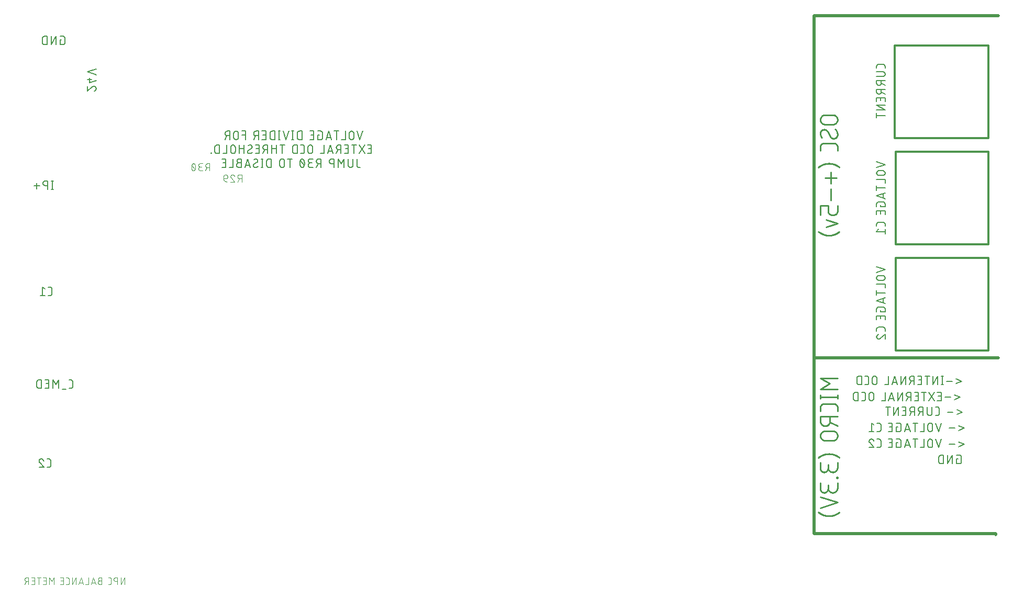
<source format=gbo>
G04 EAGLE Gerber RS-274X export*
G75*
%MOMM*%
%FSLAX34Y34*%
%LPD*%
%INSilkscreen Bottom*%
%IPPOS*%
%AMOC8*
5,1,8,0,0,1.08239X$1,22.5*%
G01*
%ADD10C,0.228600*%
%ADD11C,0.127000*%
%ADD12C,0.500000*%
%ADD13C,0.101600*%
%ADD14C,0.300000*%


D10*
X1329857Y351678D02*
X1302143Y351678D01*
X1317540Y342440D01*
X1302143Y333202D01*
X1329857Y333202D01*
X1329857Y321178D02*
X1302143Y321178D01*
X1329857Y324257D02*
X1329857Y318099D01*
X1302143Y318099D02*
X1302143Y324257D01*
X1329857Y303826D02*
X1329857Y297667D01*
X1329857Y303826D02*
X1329855Y303982D01*
X1329849Y304138D01*
X1329839Y304294D01*
X1329825Y304449D01*
X1329808Y304604D01*
X1329786Y304759D01*
X1329760Y304913D01*
X1329731Y305066D01*
X1329698Y305218D01*
X1329660Y305370D01*
X1329619Y305520D01*
X1329575Y305670D01*
X1329526Y305818D01*
X1329474Y305965D01*
X1329418Y306111D01*
X1329358Y306255D01*
X1329295Y306397D01*
X1329228Y306538D01*
X1329157Y306678D01*
X1329083Y306815D01*
X1329006Y306950D01*
X1328925Y307084D01*
X1328841Y307215D01*
X1328753Y307344D01*
X1328662Y307471D01*
X1328568Y307596D01*
X1328471Y307718D01*
X1328371Y307838D01*
X1328268Y307955D01*
X1328162Y308069D01*
X1328053Y308181D01*
X1327941Y308290D01*
X1327827Y308396D01*
X1327710Y308499D01*
X1327590Y308599D01*
X1327468Y308696D01*
X1327343Y308790D01*
X1327216Y308881D01*
X1327087Y308969D01*
X1326956Y309053D01*
X1326822Y309134D01*
X1326687Y309211D01*
X1326550Y309285D01*
X1326410Y309356D01*
X1326269Y309423D01*
X1326127Y309486D01*
X1325983Y309546D01*
X1325837Y309602D01*
X1325690Y309654D01*
X1325542Y309703D01*
X1325392Y309747D01*
X1325242Y309788D01*
X1325090Y309826D01*
X1324938Y309859D01*
X1324785Y309888D01*
X1324631Y309914D01*
X1324476Y309936D01*
X1324321Y309953D01*
X1324166Y309967D01*
X1324010Y309977D01*
X1323854Y309983D01*
X1323698Y309985D01*
X1308302Y309985D01*
X1308146Y309983D01*
X1307990Y309977D01*
X1307834Y309967D01*
X1307679Y309953D01*
X1307524Y309936D01*
X1307369Y309914D01*
X1307215Y309888D01*
X1307062Y309859D01*
X1306910Y309826D01*
X1306758Y309788D01*
X1306608Y309747D01*
X1306458Y309703D01*
X1306310Y309654D01*
X1306163Y309602D01*
X1306017Y309546D01*
X1305873Y309486D01*
X1305731Y309423D01*
X1305590Y309356D01*
X1305450Y309285D01*
X1305313Y309211D01*
X1305178Y309134D01*
X1305044Y309053D01*
X1304913Y308969D01*
X1304784Y308881D01*
X1304657Y308790D01*
X1304532Y308696D01*
X1304410Y308599D01*
X1304290Y308499D01*
X1304173Y308396D01*
X1304059Y308290D01*
X1303947Y308181D01*
X1303838Y308069D01*
X1303732Y307955D01*
X1303629Y307838D01*
X1303529Y307718D01*
X1303432Y307596D01*
X1303338Y307471D01*
X1303247Y307344D01*
X1303159Y307215D01*
X1303075Y307084D01*
X1302994Y306950D01*
X1302917Y306815D01*
X1302843Y306678D01*
X1302772Y306538D01*
X1302706Y306397D01*
X1302642Y306255D01*
X1302582Y306111D01*
X1302526Y305965D01*
X1302474Y305818D01*
X1302425Y305670D01*
X1302381Y305520D01*
X1302340Y305370D01*
X1302302Y305218D01*
X1302269Y305066D01*
X1302240Y304913D01*
X1302214Y304759D01*
X1302192Y304604D01*
X1302175Y304449D01*
X1302161Y304294D01*
X1302151Y304138D01*
X1302145Y303982D01*
X1302143Y303826D01*
X1302143Y297667D01*
X1302143Y289477D02*
X1329857Y289477D01*
X1302143Y289477D02*
X1302143Y281779D01*
X1302145Y281592D01*
X1302152Y281404D01*
X1302164Y281217D01*
X1302179Y281030D01*
X1302200Y280844D01*
X1302225Y280658D01*
X1302255Y280473D01*
X1302289Y280289D01*
X1302327Y280105D01*
X1302370Y279923D01*
X1302418Y279741D01*
X1302469Y279561D01*
X1302526Y279382D01*
X1302586Y279205D01*
X1302651Y279029D01*
X1302720Y278855D01*
X1302793Y278682D01*
X1302871Y278512D01*
X1302952Y278343D01*
X1303038Y278176D01*
X1303128Y278011D01*
X1303222Y277849D01*
X1303319Y277689D01*
X1303421Y277531D01*
X1303526Y277376D01*
X1303635Y277224D01*
X1303748Y277074D01*
X1303864Y276927D01*
X1303984Y276783D01*
X1304108Y276642D01*
X1304235Y276504D01*
X1304365Y276369D01*
X1304498Y276237D01*
X1304635Y276109D01*
X1304774Y275984D01*
X1304917Y275862D01*
X1305062Y275744D01*
X1305211Y275629D01*
X1305362Y275518D01*
X1305516Y275411D01*
X1305672Y275308D01*
X1305831Y275208D01*
X1305992Y275112D01*
X1306155Y275021D01*
X1306321Y274933D01*
X1306489Y274849D01*
X1306659Y274770D01*
X1306830Y274694D01*
X1307004Y274623D01*
X1307179Y274556D01*
X1307355Y274493D01*
X1307534Y274435D01*
X1307713Y274381D01*
X1307894Y274331D01*
X1308076Y274286D01*
X1308259Y274245D01*
X1308443Y274209D01*
X1308628Y274177D01*
X1308813Y274150D01*
X1308999Y274127D01*
X1309186Y274109D01*
X1309373Y274095D01*
X1309560Y274086D01*
X1309747Y274082D01*
X1309935Y274082D01*
X1310122Y274086D01*
X1310309Y274095D01*
X1310496Y274109D01*
X1310683Y274127D01*
X1310869Y274150D01*
X1311054Y274177D01*
X1311239Y274209D01*
X1311423Y274245D01*
X1311606Y274286D01*
X1311788Y274331D01*
X1311969Y274381D01*
X1312148Y274435D01*
X1312327Y274493D01*
X1312503Y274556D01*
X1312678Y274623D01*
X1312852Y274694D01*
X1313023Y274770D01*
X1313193Y274849D01*
X1313361Y274933D01*
X1313527Y275021D01*
X1313690Y275112D01*
X1313851Y275208D01*
X1314010Y275308D01*
X1314166Y275411D01*
X1314320Y275518D01*
X1314471Y275629D01*
X1314620Y275744D01*
X1314765Y275862D01*
X1314908Y275984D01*
X1315047Y276109D01*
X1315184Y276237D01*
X1315317Y276369D01*
X1315447Y276504D01*
X1315574Y276642D01*
X1315698Y276783D01*
X1315818Y276927D01*
X1315934Y277074D01*
X1316047Y277224D01*
X1316156Y277376D01*
X1316261Y277531D01*
X1316363Y277689D01*
X1316460Y277849D01*
X1316554Y278011D01*
X1316644Y278176D01*
X1316730Y278343D01*
X1316811Y278512D01*
X1316889Y278682D01*
X1316962Y278855D01*
X1317031Y279029D01*
X1317096Y279205D01*
X1317156Y279382D01*
X1317213Y279561D01*
X1317264Y279741D01*
X1317312Y279923D01*
X1317355Y280105D01*
X1317393Y280289D01*
X1317427Y280473D01*
X1317457Y280658D01*
X1317482Y280844D01*
X1317503Y281030D01*
X1317518Y281217D01*
X1317530Y281404D01*
X1317537Y281592D01*
X1317539Y281779D01*
X1317540Y281779D02*
X1317540Y289477D01*
X1317540Y280239D02*
X1329857Y274080D01*
X1322159Y265877D02*
X1309841Y265877D01*
X1309841Y265876D02*
X1309654Y265874D01*
X1309466Y265867D01*
X1309279Y265855D01*
X1309092Y265840D01*
X1308906Y265819D01*
X1308720Y265794D01*
X1308535Y265764D01*
X1308351Y265730D01*
X1308167Y265692D01*
X1307985Y265649D01*
X1307803Y265601D01*
X1307623Y265550D01*
X1307444Y265493D01*
X1307267Y265433D01*
X1307091Y265368D01*
X1306917Y265299D01*
X1306744Y265226D01*
X1306574Y265148D01*
X1306405Y265067D01*
X1306238Y264981D01*
X1306073Y264891D01*
X1305911Y264797D01*
X1305751Y264700D01*
X1305593Y264598D01*
X1305438Y264493D01*
X1305286Y264384D01*
X1305136Y264271D01*
X1304989Y264155D01*
X1304845Y264035D01*
X1304704Y263911D01*
X1304566Y263784D01*
X1304431Y263654D01*
X1304299Y263521D01*
X1304171Y263384D01*
X1304046Y263245D01*
X1303924Y263102D01*
X1303806Y262957D01*
X1303691Y262808D01*
X1303580Y262657D01*
X1303473Y262503D01*
X1303370Y262347D01*
X1303270Y262188D01*
X1303174Y262027D01*
X1303083Y261864D01*
X1302995Y261698D01*
X1302911Y261530D01*
X1302832Y261360D01*
X1302756Y261189D01*
X1302685Y261015D01*
X1302618Y260840D01*
X1302555Y260664D01*
X1302497Y260485D01*
X1302443Y260306D01*
X1302393Y260125D01*
X1302348Y259943D01*
X1302307Y259760D01*
X1302271Y259576D01*
X1302239Y259391D01*
X1302212Y259206D01*
X1302189Y259020D01*
X1302171Y258833D01*
X1302157Y258646D01*
X1302148Y258459D01*
X1302144Y258272D01*
X1302144Y258084D01*
X1302148Y257897D01*
X1302157Y257710D01*
X1302171Y257523D01*
X1302189Y257336D01*
X1302212Y257150D01*
X1302239Y256965D01*
X1302271Y256780D01*
X1302307Y256596D01*
X1302348Y256413D01*
X1302393Y256231D01*
X1302443Y256050D01*
X1302497Y255871D01*
X1302555Y255692D01*
X1302618Y255516D01*
X1302685Y255341D01*
X1302756Y255167D01*
X1302832Y254996D01*
X1302911Y254826D01*
X1302995Y254658D01*
X1303083Y254492D01*
X1303174Y254329D01*
X1303270Y254168D01*
X1303370Y254009D01*
X1303473Y253853D01*
X1303580Y253699D01*
X1303691Y253548D01*
X1303806Y253399D01*
X1303924Y253254D01*
X1304046Y253111D01*
X1304171Y252972D01*
X1304299Y252835D01*
X1304431Y252702D01*
X1304566Y252572D01*
X1304704Y252445D01*
X1304845Y252321D01*
X1304989Y252201D01*
X1305136Y252085D01*
X1305286Y251972D01*
X1305438Y251863D01*
X1305593Y251758D01*
X1305751Y251656D01*
X1305911Y251559D01*
X1306073Y251465D01*
X1306238Y251375D01*
X1306405Y251289D01*
X1306574Y251208D01*
X1306744Y251130D01*
X1306917Y251057D01*
X1307091Y250988D01*
X1307267Y250923D01*
X1307444Y250863D01*
X1307623Y250806D01*
X1307803Y250755D01*
X1307985Y250707D01*
X1308167Y250664D01*
X1308351Y250626D01*
X1308535Y250592D01*
X1308720Y250562D01*
X1308906Y250537D01*
X1309092Y250516D01*
X1309279Y250501D01*
X1309466Y250489D01*
X1309654Y250482D01*
X1309841Y250480D01*
X1322159Y250480D01*
X1322346Y250482D01*
X1322534Y250489D01*
X1322721Y250501D01*
X1322908Y250516D01*
X1323094Y250537D01*
X1323280Y250562D01*
X1323465Y250592D01*
X1323649Y250626D01*
X1323833Y250664D01*
X1324015Y250707D01*
X1324197Y250755D01*
X1324377Y250806D01*
X1324556Y250863D01*
X1324733Y250923D01*
X1324909Y250988D01*
X1325083Y251057D01*
X1325256Y251130D01*
X1325426Y251208D01*
X1325595Y251289D01*
X1325762Y251375D01*
X1325927Y251465D01*
X1326089Y251559D01*
X1326249Y251656D01*
X1326407Y251758D01*
X1326562Y251863D01*
X1326714Y251972D01*
X1326864Y252085D01*
X1327011Y252201D01*
X1327155Y252321D01*
X1327296Y252445D01*
X1327434Y252572D01*
X1327569Y252702D01*
X1327701Y252835D01*
X1327829Y252972D01*
X1327954Y253111D01*
X1328076Y253254D01*
X1328194Y253399D01*
X1328309Y253548D01*
X1328420Y253699D01*
X1328527Y253853D01*
X1328630Y254009D01*
X1328730Y254168D01*
X1328826Y254329D01*
X1328917Y254492D01*
X1329005Y254658D01*
X1329089Y254826D01*
X1329168Y254996D01*
X1329244Y255167D01*
X1329315Y255341D01*
X1329382Y255516D01*
X1329445Y255692D01*
X1329503Y255871D01*
X1329557Y256050D01*
X1329607Y256231D01*
X1329652Y256413D01*
X1329693Y256596D01*
X1329729Y256780D01*
X1329761Y256965D01*
X1329788Y257150D01*
X1329811Y257336D01*
X1329829Y257523D01*
X1329843Y257710D01*
X1329852Y257897D01*
X1329856Y258084D01*
X1329856Y258272D01*
X1329852Y258459D01*
X1329843Y258646D01*
X1329829Y258833D01*
X1329811Y259020D01*
X1329788Y259206D01*
X1329761Y259391D01*
X1329729Y259576D01*
X1329693Y259760D01*
X1329652Y259943D01*
X1329607Y260125D01*
X1329557Y260306D01*
X1329503Y260485D01*
X1329445Y260664D01*
X1329382Y260840D01*
X1329315Y261015D01*
X1329244Y261189D01*
X1329168Y261360D01*
X1329089Y261530D01*
X1329005Y261698D01*
X1328917Y261864D01*
X1328826Y262027D01*
X1328730Y262188D01*
X1328630Y262347D01*
X1328527Y262503D01*
X1328420Y262657D01*
X1328309Y262808D01*
X1328194Y262957D01*
X1328076Y263102D01*
X1327954Y263245D01*
X1327829Y263384D01*
X1327701Y263521D01*
X1327569Y263654D01*
X1327434Y263784D01*
X1327296Y263911D01*
X1327155Y264035D01*
X1327011Y264155D01*
X1326864Y264271D01*
X1326714Y264384D01*
X1326562Y264493D01*
X1326407Y264598D01*
X1326249Y264700D01*
X1326089Y264797D01*
X1325927Y264891D01*
X1325762Y264981D01*
X1325595Y265067D01*
X1325426Y265148D01*
X1325256Y265226D01*
X1325083Y265299D01*
X1324909Y265368D01*
X1324733Y265433D01*
X1324556Y265493D01*
X1324377Y265550D01*
X1324197Y265601D01*
X1324015Y265649D01*
X1323833Y265692D01*
X1323649Y265730D01*
X1323465Y265764D01*
X1323280Y265794D01*
X1323094Y265819D01*
X1322908Y265840D01*
X1322721Y265855D01*
X1322534Y265867D01*
X1322346Y265874D01*
X1322159Y265876D01*
X1316000Y228961D02*
X1315366Y228953D01*
X1314732Y228930D01*
X1314099Y228892D01*
X1313467Y228839D01*
X1312837Y228771D01*
X1312208Y228687D01*
X1311581Y228588D01*
X1310958Y228474D01*
X1310337Y228346D01*
X1309719Y228202D01*
X1309105Y228043D01*
X1308495Y227870D01*
X1307889Y227682D01*
X1307288Y227480D01*
X1306692Y227263D01*
X1306101Y227032D01*
X1305516Y226787D01*
X1304938Y226528D01*
X1304365Y226255D01*
X1303799Y225968D01*
X1303241Y225668D01*
X1302690Y225355D01*
X1302146Y225028D01*
X1301610Y224688D01*
X1301083Y224336D01*
X1300565Y223971D01*
X1300055Y223593D01*
X1299554Y223204D01*
X1299064Y222802D01*
X1316000Y228961D02*
X1316634Y228953D01*
X1317268Y228930D01*
X1317901Y228892D01*
X1318533Y228839D01*
X1319163Y228771D01*
X1319792Y228687D01*
X1320419Y228588D01*
X1321042Y228474D01*
X1321663Y228346D01*
X1322281Y228202D01*
X1322895Y228043D01*
X1323505Y227870D01*
X1324111Y227682D01*
X1324712Y227480D01*
X1325308Y227263D01*
X1325899Y227032D01*
X1326484Y226787D01*
X1327062Y226528D01*
X1327635Y226255D01*
X1328201Y225968D01*
X1328759Y225668D01*
X1329310Y225355D01*
X1329854Y225028D01*
X1330390Y224688D01*
X1330917Y224336D01*
X1331435Y223971D01*
X1331945Y223593D01*
X1332446Y223204D01*
X1332936Y222802D01*
X1329857Y214689D02*
X1329857Y206991D01*
X1329855Y206804D01*
X1329848Y206616D01*
X1329836Y206429D01*
X1329821Y206242D01*
X1329800Y206056D01*
X1329775Y205870D01*
X1329745Y205685D01*
X1329711Y205501D01*
X1329673Y205317D01*
X1329630Y205135D01*
X1329582Y204953D01*
X1329531Y204773D01*
X1329474Y204594D01*
X1329414Y204417D01*
X1329349Y204241D01*
X1329280Y204067D01*
X1329207Y203894D01*
X1329129Y203724D01*
X1329048Y203555D01*
X1328962Y203388D01*
X1328872Y203223D01*
X1328778Y203061D01*
X1328681Y202901D01*
X1328579Y202743D01*
X1328474Y202588D01*
X1328365Y202436D01*
X1328252Y202286D01*
X1328136Y202139D01*
X1328016Y201995D01*
X1327892Y201854D01*
X1327765Y201716D01*
X1327635Y201581D01*
X1327502Y201449D01*
X1327365Y201321D01*
X1327226Y201196D01*
X1327083Y201074D01*
X1326938Y200956D01*
X1326789Y200841D01*
X1326638Y200730D01*
X1326484Y200623D01*
X1326328Y200520D01*
X1326169Y200420D01*
X1326008Y200324D01*
X1325845Y200233D01*
X1325679Y200145D01*
X1325511Y200061D01*
X1325341Y199982D01*
X1325170Y199906D01*
X1324996Y199835D01*
X1324821Y199768D01*
X1324645Y199705D01*
X1324466Y199647D01*
X1324287Y199593D01*
X1324106Y199543D01*
X1323924Y199498D01*
X1323741Y199457D01*
X1323557Y199421D01*
X1323372Y199389D01*
X1323187Y199362D01*
X1323001Y199339D01*
X1322814Y199321D01*
X1322627Y199307D01*
X1322440Y199298D01*
X1322253Y199294D01*
X1322065Y199294D01*
X1321878Y199298D01*
X1321691Y199307D01*
X1321504Y199321D01*
X1321317Y199339D01*
X1321131Y199362D01*
X1320946Y199389D01*
X1320761Y199421D01*
X1320577Y199457D01*
X1320394Y199498D01*
X1320212Y199543D01*
X1320031Y199593D01*
X1319852Y199647D01*
X1319673Y199705D01*
X1319497Y199768D01*
X1319322Y199835D01*
X1319148Y199906D01*
X1318977Y199982D01*
X1318807Y200061D01*
X1318639Y200145D01*
X1318473Y200233D01*
X1318310Y200324D01*
X1318149Y200420D01*
X1317990Y200520D01*
X1317834Y200623D01*
X1317680Y200730D01*
X1317529Y200841D01*
X1317380Y200956D01*
X1317235Y201074D01*
X1317092Y201196D01*
X1316953Y201321D01*
X1316816Y201449D01*
X1316683Y201581D01*
X1316553Y201716D01*
X1316426Y201854D01*
X1316302Y201995D01*
X1316182Y202139D01*
X1316066Y202286D01*
X1315953Y202436D01*
X1315844Y202588D01*
X1315739Y202743D01*
X1315637Y202901D01*
X1315540Y203061D01*
X1315446Y203223D01*
X1315356Y203388D01*
X1315270Y203555D01*
X1315189Y203724D01*
X1315111Y203894D01*
X1315038Y204067D01*
X1314969Y204241D01*
X1314904Y204417D01*
X1314844Y204594D01*
X1314787Y204773D01*
X1314736Y204953D01*
X1314688Y205135D01*
X1314645Y205317D01*
X1314607Y205501D01*
X1314573Y205685D01*
X1314543Y205870D01*
X1314518Y206056D01*
X1314497Y206242D01*
X1314482Y206429D01*
X1314470Y206616D01*
X1314463Y206804D01*
X1314461Y206991D01*
X1302143Y205451D02*
X1302143Y214689D01*
X1302143Y205451D02*
X1302145Y205295D01*
X1302151Y205139D01*
X1302161Y204983D01*
X1302175Y204828D01*
X1302192Y204673D01*
X1302214Y204518D01*
X1302240Y204364D01*
X1302269Y204211D01*
X1302302Y204059D01*
X1302340Y203907D01*
X1302381Y203757D01*
X1302425Y203607D01*
X1302474Y203459D01*
X1302526Y203312D01*
X1302582Y203166D01*
X1302642Y203022D01*
X1302705Y202880D01*
X1302772Y202739D01*
X1302843Y202599D01*
X1302917Y202462D01*
X1302994Y202327D01*
X1303075Y202193D01*
X1303159Y202062D01*
X1303247Y201933D01*
X1303338Y201806D01*
X1303432Y201681D01*
X1303529Y201559D01*
X1303629Y201439D01*
X1303732Y201322D01*
X1303838Y201208D01*
X1303947Y201096D01*
X1304059Y200987D01*
X1304173Y200881D01*
X1304290Y200778D01*
X1304410Y200678D01*
X1304532Y200581D01*
X1304657Y200487D01*
X1304784Y200396D01*
X1304913Y200308D01*
X1305044Y200224D01*
X1305178Y200143D01*
X1305313Y200066D01*
X1305450Y199992D01*
X1305590Y199921D01*
X1305731Y199854D01*
X1305873Y199791D01*
X1306017Y199731D01*
X1306163Y199675D01*
X1306310Y199623D01*
X1306458Y199574D01*
X1306608Y199530D01*
X1306758Y199489D01*
X1306910Y199451D01*
X1307062Y199418D01*
X1307215Y199389D01*
X1307369Y199363D01*
X1307524Y199341D01*
X1307679Y199324D01*
X1307834Y199310D01*
X1307990Y199300D01*
X1308146Y199294D01*
X1308302Y199292D01*
X1308458Y199294D01*
X1308614Y199300D01*
X1308770Y199310D01*
X1308925Y199324D01*
X1309080Y199341D01*
X1309235Y199363D01*
X1309389Y199389D01*
X1309542Y199418D01*
X1309694Y199451D01*
X1309846Y199489D01*
X1309996Y199530D01*
X1310146Y199574D01*
X1310294Y199623D01*
X1310441Y199675D01*
X1310587Y199731D01*
X1310731Y199791D01*
X1310873Y199854D01*
X1311014Y199921D01*
X1311154Y199992D01*
X1311291Y200066D01*
X1311426Y200143D01*
X1311560Y200224D01*
X1311691Y200308D01*
X1311820Y200396D01*
X1311947Y200487D01*
X1312072Y200581D01*
X1312194Y200678D01*
X1312314Y200778D01*
X1312431Y200881D01*
X1312545Y200987D01*
X1312657Y201096D01*
X1312766Y201208D01*
X1312872Y201322D01*
X1312975Y201439D01*
X1313075Y201559D01*
X1313172Y201681D01*
X1313266Y201806D01*
X1313357Y201933D01*
X1313445Y202062D01*
X1313529Y202193D01*
X1313610Y202327D01*
X1313687Y202462D01*
X1313761Y202599D01*
X1313832Y202739D01*
X1313899Y202880D01*
X1313962Y203022D01*
X1314022Y203166D01*
X1314078Y203312D01*
X1314130Y203459D01*
X1314179Y203607D01*
X1314223Y203757D01*
X1314264Y203907D01*
X1314302Y204059D01*
X1314335Y204211D01*
X1314364Y204364D01*
X1314390Y204518D01*
X1314412Y204673D01*
X1314429Y204828D01*
X1314443Y204983D01*
X1314453Y205139D01*
X1314459Y205295D01*
X1314461Y205451D01*
X1314460Y205451D02*
X1314460Y211610D01*
X1328317Y191223D02*
X1329857Y191223D01*
X1328317Y191223D02*
X1328317Y189684D01*
X1329857Y189684D01*
X1329857Y191223D01*
X1329857Y181614D02*
X1329857Y173916D01*
X1329855Y173729D01*
X1329848Y173541D01*
X1329836Y173354D01*
X1329821Y173167D01*
X1329800Y172981D01*
X1329775Y172795D01*
X1329745Y172610D01*
X1329711Y172426D01*
X1329673Y172242D01*
X1329630Y172060D01*
X1329582Y171878D01*
X1329531Y171698D01*
X1329474Y171519D01*
X1329414Y171342D01*
X1329349Y171166D01*
X1329280Y170992D01*
X1329207Y170819D01*
X1329129Y170649D01*
X1329048Y170480D01*
X1328962Y170313D01*
X1328872Y170148D01*
X1328778Y169986D01*
X1328681Y169826D01*
X1328579Y169668D01*
X1328474Y169513D01*
X1328365Y169361D01*
X1328252Y169211D01*
X1328136Y169064D01*
X1328016Y168920D01*
X1327892Y168779D01*
X1327765Y168641D01*
X1327635Y168506D01*
X1327502Y168374D01*
X1327365Y168246D01*
X1327226Y168121D01*
X1327083Y167999D01*
X1326938Y167881D01*
X1326789Y167766D01*
X1326638Y167655D01*
X1326484Y167548D01*
X1326328Y167445D01*
X1326169Y167345D01*
X1326008Y167249D01*
X1325845Y167158D01*
X1325679Y167070D01*
X1325511Y166986D01*
X1325341Y166907D01*
X1325170Y166831D01*
X1324996Y166760D01*
X1324821Y166693D01*
X1324645Y166630D01*
X1324466Y166572D01*
X1324287Y166518D01*
X1324106Y166468D01*
X1323924Y166423D01*
X1323741Y166382D01*
X1323557Y166346D01*
X1323372Y166314D01*
X1323187Y166287D01*
X1323001Y166264D01*
X1322814Y166246D01*
X1322627Y166232D01*
X1322440Y166223D01*
X1322253Y166219D01*
X1322065Y166219D01*
X1321878Y166223D01*
X1321691Y166232D01*
X1321504Y166246D01*
X1321317Y166264D01*
X1321131Y166287D01*
X1320946Y166314D01*
X1320761Y166346D01*
X1320577Y166382D01*
X1320394Y166423D01*
X1320212Y166468D01*
X1320031Y166518D01*
X1319852Y166572D01*
X1319673Y166630D01*
X1319497Y166693D01*
X1319322Y166760D01*
X1319148Y166831D01*
X1318977Y166907D01*
X1318807Y166986D01*
X1318639Y167070D01*
X1318473Y167158D01*
X1318310Y167249D01*
X1318149Y167345D01*
X1317990Y167445D01*
X1317834Y167548D01*
X1317680Y167655D01*
X1317529Y167766D01*
X1317380Y167881D01*
X1317235Y167999D01*
X1317092Y168121D01*
X1316953Y168246D01*
X1316816Y168374D01*
X1316683Y168506D01*
X1316553Y168641D01*
X1316426Y168779D01*
X1316302Y168920D01*
X1316182Y169064D01*
X1316066Y169211D01*
X1315953Y169361D01*
X1315844Y169513D01*
X1315739Y169668D01*
X1315637Y169826D01*
X1315540Y169986D01*
X1315446Y170148D01*
X1315356Y170313D01*
X1315270Y170480D01*
X1315189Y170649D01*
X1315111Y170819D01*
X1315038Y170992D01*
X1314969Y171166D01*
X1314904Y171342D01*
X1314844Y171519D01*
X1314787Y171698D01*
X1314736Y171878D01*
X1314688Y172060D01*
X1314645Y172242D01*
X1314607Y172426D01*
X1314573Y172610D01*
X1314543Y172795D01*
X1314518Y172981D01*
X1314497Y173167D01*
X1314482Y173354D01*
X1314470Y173541D01*
X1314463Y173729D01*
X1314461Y173916D01*
X1302143Y172376D02*
X1302143Y181614D01*
X1302143Y172376D02*
X1302145Y172220D01*
X1302151Y172064D01*
X1302161Y171908D01*
X1302175Y171753D01*
X1302192Y171598D01*
X1302214Y171443D01*
X1302240Y171289D01*
X1302269Y171136D01*
X1302302Y170984D01*
X1302340Y170832D01*
X1302381Y170682D01*
X1302425Y170532D01*
X1302474Y170384D01*
X1302526Y170237D01*
X1302582Y170091D01*
X1302642Y169947D01*
X1302705Y169805D01*
X1302772Y169664D01*
X1302843Y169524D01*
X1302917Y169387D01*
X1302994Y169252D01*
X1303075Y169118D01*
X1303159Y168987D01*
X1303247Y168858D01*
X1303338Y168731D01*
X1303432Y168606D01*
X1303529Y168484D01*
X1303629Y168364D01*
X1303732Y168247D01*
X1303838Y168133D01*
X1303947Y168021D01*
X1304059Y167912D01*
X1304173Y167806D01*
X1304290Y167703D01*
X1304410Y167603D01*
X1304532Y167506D01*
X1304657Y167412D01*
X1304784Y167321D01*
X1304913Y167233D01*
X1305044Y167149D01*
X1305178Y167068D01*
X1305313Y166991D01*
X1305450Y166917D01*
X1305590Y166846D01*
X1305731Y166779D01*
X1305873Y166716D01*
X1306017Y166656D01*
X1306163Y166600D01*
X1306310Y166548D01*
X1306458Y166499D01*
X1306608Y166455D01*
X1306758Y166414D01*
X1306910Y166376D01*
X1307062Y166343D01*
X1307215Y166314D01*
X1307369Y166288D01*
X1307524Y166266D01*
X1307679Y166249D01*
X1307834Y166235D01*
X1307990Y166225D01*
X1308146Y166219D01*
X1308302Y166217D01*
X1308458Y166219D01*
X1308614Y166225D01*
X1308770Y166235D01*
X1308925Y166249D01*
X1309080Y166266D01*
X1309235Y166288D01*
X1309389Y166314D01*
X1309542Y166343D01*
X1309694Y166376D01*
X1309846Y166414D01*
X1309996Y166455D01*
X1310146Y166499D01*
X1310294Y166548D01*
X1310441Y166600D01*
X1310587Y166656D01*
X1310731Y166716D01*
X1310873Y166779D01*
X1311014Y166846D01*
X1311154Y166917D01*
X1311291Y166991D01*
X1311426Y167068D01*
X1311560Y167149D01*
X1311691Y167233D01*
X1311820Y167321D01*
X1311947Y167412D01*
X1312072Y167506D01*
X1312194Y167603D01*
X1312314Y167703D01*
X1312431Y167806D01*
X1312545Y167912D01*
X1312657Y168021D01*
X1312766Y168133D01*
X1312872Y168247D01*
X1312975Y168364D01*
X1313075Y168484D01*
X1313172Y168606D01*
X1313266Y168731D01*
X1313357Y168858D01*
X1313445Y168987D01*
X1313529Y169118D01*
X1313610Y169252D01*
X1313687Y169387D01*
X1313761Y169524D01*
X1313832Y169664D01*
X1313899Y169805D01*
X1313962Y169947D01*
X1314022Y170091D01*
X1314078Y170237D01*
X1314130Y170384D01*
X1314179Y170532D01*
X1314223Y170682D01*
X1314264Y170832D01*
X1314302Y170984D01*
X1314335Y171136D01*
X1314364Y171289D01*
X1314390Y171443D01*
X1314412Y171598D01*
X1314429Y171753D01*
X1314443Y171908D01*
X1314453Y172064D01*
X1314459Y172220D01*
X1314461Y172376D01*
X1314460Y172376D02*
X1314460Y178535D01*
X1302143Y159529D02*
X1329857Y150291D01*
X1302143Y141053D01*
X1316000Y128321D02*
X1316634Y128329D01*
X1317268Y128352D01*
X1317901Y128390D01*
X1318533Y128443D01*
X1319163Y128511D01*
X1319792Y128595D01*
X1320419Y128694D01*
X1321042Y128808D01*
X1321663Y128936D01*
X1322281Y129080D01*
X1322895Y129239D01*
X1323505Y129412D01*
X1324111Y129600D01*
X1324712Y129802D01*
X1325308Y130019D01*
X1325899Y130250D01*
X1326484Y130495D01*
X1327062Y130754D01*
X1327635Y131027D01*
X1328201Y131314D01*
X1328759Y131614D01*
X1329311Y131927D01*
X1329854Y132254D01*
X1330390Y132594D01*
X1330917Y132946D01*
X1331435Y133311D01*
X1331945Y133689D01*
X1332446Y134078D01*
X1332936Y134480D01*
X1316000Y128321D02*
X1315366Y128329D01*
X1314732Y128352D01*
X1314099Y128390D01*
X1313467Y128443D01*
X1312837Y128511D01*
X1312208Y128595D01*
X1311581Y128694D01*
X1310958Y128808D01*
X1310337Y128936D01*
X1309719Y129080D01*
X1309105Y129239D01*
X1308495Y129412D01*
X1307889Y129600D01*
X1307288Y129802D01*
X1306692Y130019D01*
X1306101Y130250D01*
X1305516Y130495D01*
X1304938Y130754D01*
X1304365Y131027D01*
X1303799Y131314D01*
X1303241Y131614D01*
X1302689Y131927D01*
X1302146Y132254D01*
X1301610Y132594D01*
X1301083Y132946D01*
X1300565Y133311D01*
X1300055Y133689D01*
X1299554Y134078D01*
X1299064Y134480D01*
D11*
X1521817Y350288D02*
X1530970Y346474D01*
X1521817Y342661D01*
X1515670Y346474D02*
X1506517Y346474D01*
X1499394Y341135D02*
X1499394Y354865D01*
X1500919Y341135D02*
X1497868Y341135D01*
X1497868Y354865D02*
X1500919Y354865D01*
X1491957Y354865D02*
X1491957Y341135D01*
X1484330Y341135D02*
X1491957Y354865D01*
X1484330Y354865D02*
X1484330Y341135D01*
X1475094Y341135D02*
X1475094Y354865D01*
X1478907Y354865D02*
X1471280Y354865D01*
X1465830Y341135D02*
X1459728Y341135D01*
X1465830Y341135D02*
X1465830Y354865D01*
X1459728Y354865D01*
X1461253Y348763D02*
X1465830Y348763D01*
X1454068Y354865D02*
X1454068Y341135D01*
X1454068Y354865D02*
X1450254Y354865D01*
X1450132Y354863D01*
X1450010Y354857D01*
X1449888Y354847D01*
X1449766Y354834D01*
X1449645Y354816D01*
X1449525Y354795D01*
X1449405Y354769D01*
X1449287Y354740D01*
X1449169Y354707D01*
X1449052Y354671D01*
X1448937Y354630D01*
X1448823Y354586D01*
X1448710Y354539D01*
X1448599Y354487D01*
X1448490Y354432D01*
X1448382Y354374D01*
X1448277Y354313D01*
X1448173Y354247D01*
X1448072Y354179D01*
X1447973Y354108D01*
X1447876Y354033D01*
X1447782Y353955D01*
X1447690Y353874D01*
X1447601Y353791D01*
X1447514Y353704D01*
X1447431Y353615D01*
X1447350Y353523D01*
X1447272Y353429D01*
X1447197Y353332D01*
X1447126Y353233D01*
X1447058Y353132D01*
X1446992Y353028D01*
X1446931Y352923D01*
X1446873Y352815D01*
X1446818Y352706D01*
X1446766Y352595D01*
X1446719Y352482D01*
X1446675Y352368D01*
X1446634Y352253D01*
X1446598Y352136D01*
X1446565Y352018D01*
X1446536Y351900D01*
X1446510Y351780D01*
X1446489Y351660D01*
X1446471Y351539D01*
X1446458Y351417D01*
X1446448Y351295D01*
X1446442Y351173D01*
X1446440Y351051D01*
X1446442Y350929D01*
X1446448Y350807D01*
X1446458Y350685D01*
X1446471Y350563D01*
X1446489Y350442D01*
X1446510Y350322D01*
X1446536Y350202D01*
X1446565Y350084D01*
X1446598Y349966D01*
X1446634Y349849D01*
X1446675Y349734D01*
X1446719Y349620D01*
X1446766Y349507D01*
X1446818Y349396D01*
X1446873Y349287D01*
X1446931Y349179D01*
X1446992Y349074D01*
X1447058Y348970D01*
X1447126Y348869D01*
X1447197Y348770D01*
X1447272Y348673D01*
X1447350Y348579D01*
X1447431Y348487D01*
X1447514Y348398D01*
X1447601Y348311D01*
X1447690Y348228D01*
X1447782Y348147D01*
X1447876Y348069D01*
X1447973Y347994D01*
X1448072Y347923D01*
X1448173Y347855D01*
X1448277Y347789D01*
X1448382Y347728D01*
X1448490Y347670D01*
X1448599Y347615D01*
X1448710Y347563D01*
X1448823Y347516D01*
X1448937Y347472D01*
X1449052Y347431D01*
X1449169Y347395D01*
X1449287Y347362D01*
X1449405Y347333D01*
X1449525Y347307D01*
X1449645Y347286D01*
X1449766Y347268D01*
X1449888Y347255D01*
X1450010Y347245D01*
X1450132Y347239D01*
X1450254Y347237D01*
X1454068Y347237D01*
X1449491Y347237D02*
X1446440Y341135D01*
X1440207Y341135D02*
X1440207Y354865D01*
X1432580Y341135D01*
X1432580Y354865D01*
X1422444Y354865D02*
X1427020Y341135D01*
X1417867Y341135D02*
X1422444Y354865D01*
X1425876Y344568D02*
X1419011Y344568D01*
X1412280Y341135D02*
X1412280Y354865D01*
X1412280Y341135D02*
X1406178Y341135D01*
X1393858Y344949D02*
X1393858Y351051D01*
X1393856Y351173D01*
X1393850Y351295D01*
X1393840Y351417D01*
X1393827Y351539D01*
X1393809Y351660D01*
X1393788Y351780D01*
X1393762Y351900D01*
X1393733Y352018D01*
X1393700Y352136D01*
X1393664Y352253D01*
X1393623Y352368D01*
X1393579Y352482D01*
X1393532Y352595D01*
X1393480Y352706D01*
X1393425Y352815D01*
X1393367Y352923D01*
X1393306Y353028D01*
X1393240Y353132D01*
X1393172Y353233D01*
X1393101Y353332D01*
X1393026Y353429D01*
X1392948Y353523D01*
X1392867Y353615D01*
X1392784Y353704D01*
X1392697Y353791D01*
X1392608Y353874D01*
X1392516Y353955D01*
X1392422Y354033D01*
X1392325Y354108D01*
X1392226Y354179D01*
X1392125Y354247D01*
X1392021Y354313D01*
X1391916Y354374D01*
X1391808Y354432D01*
X1391699Y354487D01*
X1391588Y354539D01*
X1391475Y354586D01*
X1391361Y354630D01*
X1391246Y354671D01*
X1391129Y354707D01*
X1391011Y354740D01*
X1390893Y354769D01*
X1390773Y354795D01*
X1390653Y354816D01*
X1390532Y354834D01*
X1390410Y354847D01*
X1390288Y354857D01*
X1390166Y354863D01*
X1390044Y354865D01*
X1389922Y354863D01*
X1389800Y354857D01*
X1389678Y354847D01*
X1389556Y354834D01*
X1389435Y354816D01*
X1389315Y354795D01*
X1389195Y354769D01*
X1389077Y354740D01*
X1388959Y354707D01*
X1388842Y354671D01*
X1388727Y354630D01*
X1388613Y354586D01*
X1388500Y354539D01*
X1388389Y354487D01*
X1388280Y354432D01*
X1388172Y354374D01*
X1388067Y354313D01*
X1387963Y354247D01*
X1387862Y354179D01*
X1387763Y354108D01*
X1387666Y354033D01*
X1387572Y353955D01*
X1387480Y353874D01*
X1387391Y353791D01*
X1387304Y353704D01*
X1387221Y353615D01*
X1387140Y353523D01*
X1387062Y353429D01*
X1386987Y353332D01*
X1386916Y353233D01*
X1386848Y353132D01*
X1386782Y353028D01*
X1386721Y352923D01*
X1386663Y352815D01*
X1386608Y352706D01*
X1386556Y352595D01*
X1386509Y352482D01*
X1386465Y352368D01*
X1386424Y352253D01*
X1386388Y352136D01*
X1386355Y352018D01*
X1386326Y351900D01*
X1386300Y351780D01*
X1386279Y351660D01*
X1386261Y351539D01*
X1386248Y351417D01*
X1386238Y351295D01*
X1386232Y351173D01*
X1386230Y351051D01*
X1386230Y344949D01*
X1386232Y344827D01*
X1386238Y344705D01*
X1386248Y344583D01*
X1386261Y344461D01*
X1386279Y344340D01*
X1386300Y344220D01*
X1386326Y344100D01*
X1386355Y343982D01*
X1386388Y343864D01*
X1386424Y343747D01*
X1386465Y343632D01*
X1386509Y343518D01*
X1386556Y343405D01*
X1386608Y343294D01*
X1386663Y343185D01*
X1386721Y343077D01*
X1386782Y342972D01*
X1386848Y342868D01*
X1386916Y342767D01*
X1386987Y342668D01*
X1387062Y342571D01*
X1387140Y342477D01*
X1387221Y342385D01*
X1387304Y342296D01*
X1387391Y342209D01*
X1387480Y342126D01*
X1387572Y342045D01*
X1387666Y341967D01*
X1387763Y341892D01*
X1387862Y341821D01*
X1387963Y341753D01*
X1388067Y341687D01*
X1388172Y341626D01*
X1388280Y341568D01*
X1388389Y341513D01*
X1388500Y341461D01*
X1388613Y341414D01*
X1388727Y341370D01*
X1388842Y341329D01*
X1388959Y341293D01*
X1389077Y341260D01*
X1389195Y341231D01*
X1389315Y341205D01*
X1389435Y341184D01*
X1389556Y341166D01*
X1389678Y341153D01*
X1389800Y341143D01*
X1389922Y341137D01*
X1390044Y341135D01*
X1390166Y341137D01*
X1390288Y341143D01*
X1390410Y341153D01*
X1390532Y341166D01*
X1390653Y341184D01*
X1390773Y341205D01*
X1390893Y341231D01*
X1391011Y341260D01*
X1391129Y341293D01*
X1391246Y341329D01*
X1391361Y341370D01*
X1391475Y341414D01*
X1391588Y341461D01*
X1391699Y341513D01*
X1391808Y341568D01*
X1391916Y341626D01*
X1392021Y341687D01*
X1392125Y341753D01*
X1392226Y341821D01*
X1392325Y341892D01*
X1392422Y341967D01*
X1392516Y342045D01*
X1392608Y342126D01*
X1392697Y342209D01*
X1392784Y342296D01*
X1392867Y342385D01*
X1392948Y342477D01*
X1393026Y342571D01*
X1393101Y342668D01*
X1393172Y342767D01*
X1393240Y342868D01*
X1393306Y342972D01*
X1393367Y343077D01*
X1393425Y343185D01*
X1393480Y343294D01*
X1393532Y343405D01*
X1393579Y343518D01*
X1393623Y343632D01*
X1393664Y343747D01*
X1393700Y343864D01*
X1393733Y343982D01*
X1393762Y344100D01*
X1393788Y344220D01*
X1393809Y344340D01*
X1393827Y344461D01*
X1393840Y344583D01*
X1393850Y344705D01*
X1393856Y344827D01*
X1393858Y344949D01*
X1377347Y341135D02*
X1374296Y341135D01*
X1377347Y341135D02*
X1377456Y341137D01*
X1377565Y341143D01*
X1377673Y341152D01*
X1377781Y341166D01*
X1377889Y341183D01*
X1377996Y341205D01*
X1378102Y341230D01*
X1378207Y341259D01*
X1378311Y341291D01*
X1378413Y341327D01*
X1378515Y341367D01*
X1378614Y341411D01*
X1378713Y341458D01*
X1378809Y341508D01*
X1378904Y341562D01*
X1378997Y341619D01*
X1379087Y341680D01*
X1379175Y341744D01*
X1379261Y341810D01*
X1379345Y341880D01*
X1379426Y341953D01*
X1379504Y342029D01*
X1379580Y342107D01*
X1379653Y342188D01*
X1379723Y342272D01*
X1379789Y342358D01*
X1379853Y342446D01*
X1379914Y342537D01*
X1379971Y342629D01*
X1380025Y342724D01*
X1380075Y342820D01*
X1380122Y342919D01*
X1380166Y343018D01*
X1380206Y343120D01*
X1380242Y343223D01*
X1380274Y343326D01*
X1380303Y343431D01*
X1380328Y343537D01*
X1380350Y343644D01*
X1380367Y343752D01*
X1380381Y343860D01*
X1380390Y343968D01*
X1380396Y344077D01*
X1380398Y344186D01*
X1380398Y351814D01*
X1380396Y351923D01*
X1380390Y352032D01*
X1380381Y352140D01*
X1380367Y352248D01*
X1380350Y352356D01*
X1380328Y352463D01*
X1380303Y352569D01*
X1380274Y352674D01*
X1380242Y352777D01*
X1380206Y352880D01*
X1380166Y352982D01*
X1380122Y353081D01*
X1380075Y353180D01*
X1380025Y353276D01*
X1379971Y353371D01*
X1379914Y353463D01*
X1379853Y353554D01*
X1379789Y353642D01*
X1379723Y353728D01*
X1379653Y353812D01*
X1379580Y353893D01*
X1379504Y353971D01*
X1379426Y354047D01*
X1379345Y354120D01*
X1379261Y354190D01*
X1379175Y354256D01*
X1379087Y354320D01*
X1378997Y354381D01*
X1378904Y354438D01*
X1378809Y354492D01*
X1378713Y354542D01*
X1378614Y354589D01*
X1378515Y354633D01*
X1378413Y354673D01*
X1378311Y354709D01*
X1378207Y354741D01*
X1378102Y354770D01*
X1377996Y354795D01*
X1377889Y354817D01*
X1377781Y354834D01*
X1377673Y354848D01*
X1377565Y354857D01*
X1377456Y354863D01*
X1377347Y354865D01*
X1374296Y354865D01*
X1368658Y354865D02*
X1368658Y341135D01*
X1368658Y354865D02*
X1364844Y354865D01*
X1364722Y354863D01*
X1364600Y354857D01*
X1364478Y354847D01*
X1364356Y354834D01*
X1364235Y354816D01*
X1364115Y354795D01*
X1363995Y354769D01*
X1363877Y354740D01*
X1363759Y354707D01*
X1363642Y354671D01*
X1363527Y354630D01*
X1363413Y354586D01*
X1363300Y354539D01*
X1363189Y354487D01*
X1363080Y354432D01*
X1362972Y354374D01*
X1362867Y354313D01*
X1362763Y354247D01*
X1362662Y354179D01*
X1362563Y354108D01*
X1362466Y354033D01*
X1362372Y353955D01*
X1362280Y353874D01*
X1362191Y353791D01*
X1362104Y353704D01*
X1362021Y353615D01*
X1361940Y353523D01*
X1361862Y353429D01*
X1361787Y353332D01*
X1361716Y353233D01*
X1361648Y353132D01*
X1361582Y353028D01*
X1361521Y352923D01*
X1361463Y352815D01*
X1361408Y352706D01*
X1361356Y352595D01*
X1361309Y352482D01*
X1361265Y352368D01*
X1361224Y352253D01*
X1361188Y352136D01*
X1361155Y352018D01*
X1361126Y351900D01*
X1361100Y351780D01*
X1361079Y351660D01*
X1361061Y351539D01*
X1361048Y351417D01*
X1361038Y351295D01*
X1361032Y351173D01*
X1361030Y351051D01*
X1361030Y344949D01*
X1361032Y344827D01*
X1361038Y344705D01*
X1361048Y344583D01*
X1361061Y344461D01*
X1361079Y344340D01*
X1361100Y344220D01*
X1361126Y344100D01*
X1361155Y343982D01*
X1361188Y343864D01*
X1361224Y343747D01*
X1361265Y343632D01*
X1361309Y343518D01*
X1361356Y343405D01*
X1361408Y343294D01*
X1361463Y343185D01*
X1361521Y343077D01*
X1361582Y342972D01*
X1361648Y342868D01*
X1361716Y342767D01*
X1361787Y342668D01*
X1361862Y342571D01*
X1361940Y342477D01*
X1362021Y342385D01*
X1362104Y342296D01*
X1362191Y342209D01*
X1362280Y342126D01*
X1362372Y342045D01*
X1362466Y341967D01*
X1362563Y341892D01*
X1362662Y341821D01*
X1362763Y341753D01*
X1362867Y341687D01*
X1362972Y341626D01*
X1363080Y341568D01*
X1363189Y341513D01*
X1363300Y341461D01*
X1363413Y341414D01*
X1363527Y341370D01*
X1363642Y341329D01*
X1363759Y341293D01*
X1363877Y341260D01*
X1363995Y341231D01*
X1364115Y341205D01*
X1364235Y341184D01*
X1364356Y341166D01*
X1364478Y341153D01*
X1364600Y341143D01*
X1364722Y341137D01*
X1364844Y341135D01*
X1368658Y341135D01*
X1519167Y324288D02*
X1528320Y320474D01*
X1519167Y316661D01*
X1513020Y320474D02*
X1503867Y320474D01*
X1497380Y315135D02*
X1491278Y315135D01*
X1497380Y315135D02*
X1497380Y328865D01*
X1491278Y328865D01*
X1492803Y322763D02*
X1497380Y322763D01*
X1486920Y315135D02*
X1477767Y328865D01*
X1486920Y328865D02*
X1477767Y315135D01*
X1469744Y315135D02*
X1469744Y328865D01*
X1473557Y328865D02*
X1465930Y328865D01*
X1460480Y315135D02*
X1454378Y315135D01*
X1460480Y315135D02*
X1460480Y328865D01*
X1454378Y328865D01*
X1455903Y322763D02*
X1460480Y322763D01*
X1448718Y328865D02*
X1448718Y315135D01*
X1448718Y328865D02*
X1444904Y328865D01*
X1444782Y328863D01*
X1444660Y328857D01*
X1444538Y328847D01*
X1444416Y328834D01*
X1444295Y328816D01*
X1444175Y328795D01*
X1444055Y328769D01*
X1443937Y328740D01*
X1443819Y328707D01*
X1443702Y328671D01*
X1443587Y328630D01*
X1443473Y328586D01*
X1443360Y328539D01*
X1443249Y328487D01*
X1443140Y328432D01*
X1443032Y328374D01*
X1442927Y328313D01*
X1442823Y328247D01*
X1442722Y328179D01*
X1442623Y328108D01*
X1442526Y328033D01*
X1442432Y327955D01*
X1442340Y327874D01*
X1442251Y327791D01*
X1442164Y327704D01*
X1442081Y327615D01*
X1442000Y327523D01*
X1441922Y327429D01*
X1441847Y327332D01*
X1441776Y327233D01*
X1441708Y327132D01*
X1441642Y327028D01*
X1441581Y326923D01*
X1441523Y326815D01*
X1441468Y326706D01*
X1441416Y326595D01*
X1441369Y326482D01*
X1441325Y326368D01*
X1441284Y326253D01*
X1441248Y326136D01*
X1441215Y326018D01*
X1441186Y325900D01*
X1441160Y325780D01*
X1441139Y325660D01*
X1441121Y325539D01*
X1441108Y325417D01*
X1441098Y325295D01*
X1441092Y325173D01*
X1441090Y325051D01*
X1441092Y324929D01*
X1441098Y324807D01*
X1441108Y324685D01*
X1441121Y324563D01*
X1441139Y324442D01*
X1441160Y324322D01*
X1441186Y324202D01*
X1441215Y324084D01*
X1441248Y323966D01*
X1441284Y323849D01*
X1441325Y323734D01*
X1441369Y323620D01*
X1441416Y323507D01*
X1441468Y323396D01*
X1441523Y323287D01*
X1441581Y323179D01*
X1441642Y323074D01*
X1441708Y322970D01*
X1441776Y322869D01*
X1441847Y322770D01*
X1441922Y322673D01*
X1442000Y322579D01*
X1442081Y322487D01*
X1442164Y322398D01*
X1442251Y322311D01*
X1442340Y322228D01*
X1442432Y322147D01*
X1442526Y322069D01*
X1442623Y321994D01*
X1442722Y321923D01*
X1442823Y321855D01*
X1442927Y321789D01*
X1443032Y321728D01*
X1443140Y321670D01*
X1443249Y321615D01*
X1443360Y321563D01*
X1443473Y321516D01*
X1443587Y321472D01*
X1443702Y321431D01*
X1443819Y321395D01*
X1443937Y321362D01*
X1444055Y321333D01*
X1444175Y321307D01*
X1444295Y321286D01*
X1444416Y321268D01*
X1444538Y321255D01*
X1444660Y321245D01*
X1444782Y321239D01*
X1444904Y321237D01*
X1448718Y321237D01*
X1444141Y321237D02*
X1441090Y315135D01*
X1434857Y315135D02*
X1434857Y328865D01*
X1427230Y315135D01*
X1427230Y328865D01*
X1417094Y328865D02*
X1421670Y315135D01*
X1412517Y315135D02*
X1417094Y328865D01*
X1420526Y318568D02*
X1413661Y318568D01*
X1406930Y315135D02*
X1406930Y328865D01*
X1406930Y315135D02*
X1400828Y315135D01*
X1388508Y318949D02*
X1388508Y325051D01*
X1388506Y325173D01*
X1388500Y325295D01*
X1388490Y325417D01*
X1388477Y325539D01*
X1388459Y325660D01*
X1388438Y325780D01*
X1388412Y325900D01*
X1388383Y326018D01*
X1388350Y326136D01*
X1388314Y326253D01*
X1388273Y326368D01*
X1388229Y326482D01*
X1388182Y326595D01*
X1388130Y326706D01*
X1388075Y326815D01*
X1388017Y326923D01*
X1387956Y327028D01*
X1387890Y327132D01*
X1387822Y327233D01*
X1387751Y327332D01*
X1387676Y327429D01*
X1387598Y327523D01*
X1387517Y327615D01*
X1387434Y327704D01*
X1387347Y327791D01*
X1387258Y327874D01*
X1387166Y327955D01*
X1387072Y328033D01*
X1386975Y328108D01*
X1386876Y328179D01*
X1386775Y328247D01*
X1386671Y328313D01*
X1386566Y328374D01*
X1386458Y328432D01*
X1386349Y328487D01*
X1386238Y328539D01*
X1386125Y328586D01*
X1386011Y328630D01*
X1385896Y328671D01*
X1385779Y328707D01*
X1385661Y328740D01*
X1385543Y328769D01*
X1385423Y328795D01*
X1385303Y328816D01*
X1385182Y328834D01*
X1385060Y328847D01*
X1384938Y328857D01*
X1384816Y328863D01*
X1384694Y328865D01*
X1384572Y328863D01*
X1384450Y328857D01*
X1384328Y328847D01*
X1384206Y328834D01*
X1384085Y328816D01*
X1383965Y328795D01*
X1383845Y328769D01*
X1383727Y328740D01*
X1383609Y328707D01*
X1383492Y328671D01*
X1383377Y328630D01*
X1383263Y328586D01*
X1383150Y328539D01*
X1383039Y328487D01*
X1382930Y328432D01*
X1382822Y328374D01*
X1382717Y328313D01*
X1382613Y328247D01*
X1382512Y328179D01*
X1382413Y328108D01*
X1382316Y328033D01*
X1382222Y327955D01*
X1382130Y327874D01*
X1382041Y327791D01*
X1381954Y327704D01*
X1381871Y327615D01*
X1381790Y327523D01*
X1381712Y327429D01*
X1381637Y327332D01*
X1381566Y327233D01*
X1381498Y327132D01*
X1381432Y327028D01*
X1381371Y326923D01*
X1381313Y326815D01*
X1381258Y326706D01*
X1381206Y326595D01*
X1381159Y326482D01*
X1381115Y326368D01*
X1381074Y326253D01*
X1381038Y326136D01*
X1381005Y326018D01*
X1380976Y325900D01*
X1380950Y325780D01*
X1380929Y325660D01*
X1380911Y325539D01*
X1380898Y325417D01*
X1380888Y325295D01*
X1380882Y325173D01*
X1380880Y325051D01*
X1380880Y318949D01*
X1380882Y318827D01*
X1380888Y318705D01*
X1380898Y318583D01*
X1380911Y318461D01*
X1380929Y318340D01*
X1380950Y318220D01*
X1380976Y318100D01*
X1381005Y317982D01*
X1381038Y317864D01*
X1381074Y317747D01*
X1381115Y317632D01*
X1381159Y317518D01*
X1381206Y317405D01*
X1381258Y317294D01*
X1381313Y317185D01*
X1381371Y317077D01*
X1381432Y316972D01*
X1381498Y316868D01*
X1381566Y316767D01*
X1381637Y316668D01*
X1381712Y316571D01*
X1381790Y316477D01*
X1381871Y316385D01*
X1381954Y316296D01*
X1382041Y316209D01*
X1382130Y316126D01*
X1382222Y316045D01*
X1382316Y315967D01*
X1382413Y315892D01*
X1382512Y315821D01*
X1382613Y315753D01*
X1382717Y315687D01*
X1382822Y315626D01*
X1382930Y315568D01*
X1383039Y315513D01*
X1383150Y315461D01*
X1383263Y315414D01*
X1383377Y315370D01*
X1383492Y315329D01*
X1383609Y315293D01*
X1383727Y315260D01*
X1383845Y315231D01*
X1383965Y315205D01*
X1384085Y315184D01*
X1384206Y315166D01*
X1384328Y315153D01*
X1384450Y315143D01*
X1384572Y315137D01*
X1384694Y315135D01*
X1384816Y315137D01*
X1384938Y315143D01*
X1385060Y315153D01*
X1385182Y315166D01*
X1385303Y315184D01*
X1385423Y315205D01*
X1385543Y315231D01*
X1385661Y315260D01*
X1385779Y315293D01*
X1385896Y315329D01*
X1386011Y315370D01*
X1386125Y315414D01*
X1386238Y315461D01*
X1386349Y315513D01*
X1386458Y315568D01*
X1386566Y315626D01*
X1386671Y315687D01*
X1386775Y315753D01*
X1386876Y315821D01*
X1386975Y315892D01*
X1387072Y315967D01*
X1387166Y316045D01*
X1387258Y316126D01*
X1387347Y316209D01*
X1387434Y316296D01*
X1387517Y316385D01*
X1387598Y316477D01*
X1387676Y316571D01*
X1387751Y316668D01*
X1387822Y316767D01*
X1387890Y316868D01*
X1387956Y316972D01*
X1388017Y317077D01*
X1388075Y317185D01*
X1388130Y317294D01*
X1388182Y317405D01*
X1388229Y317518D01*
X1388273Y317632D01*
X1388314Y317747D01*
X1388350Y317864D01*
X1388383Y317982D01*
X1388412Y318100D01*
X1388438Y318220D01*
X1388459Y318340D01*
X1388477Y318461D01*
X1388490Y318583D01*
X1388500Y318705D01*
X1388506Y318827D01*
X1388508Y318949D01*
X1371997Y315135D02*
X1368946Y315135D01*
X1371997Y315135D02*
X1372106Y315137D01*
X1372215Y315143D01*
X1372323Y315152D01*
X1372431Y315166D01*
X1372539Y315183D01*
X1372646Y315205D01*
X1372752Y315230D01*
X1372857Y315259D01*
X1372961Y315291D01*
X1373063Y315327D01*
X1373165Y315367D01*
X1373264Y315411D01*
X1373363Y315458D01*
X1373459Y315508D01*
X1373554Y315562D01*
X1373647Y315619D01*
X1373737Y315680D01*
X1373825Y315744D01*
X1373911Y315810D01*
X1373995Y315880D01*
X1374076Y315953D01*
X1374154Y316029D01*
X1374230Y316107D01*
X1374303Y316188D01*
X1374373Y316272D01*
X1374439Y316358D01*
X1374503Y316446D01*
X1374564Y316537D01*
X1374621Y316629D01*
X1374675Y316724D01*
X1374725Y316820D01*
X1374772Y316919D01*
X1374816Y317018D01*
X1374856Y317120D01*
X1374892Y317223D01*
X1374924Y317326D01*
X1374953Y317431D01*
X1374978Y317537D01*
X1375000Y317644D01*
X1375017Y317752D01*
X1375031Y317860D01*
X1375040Y317968D01*
X1375046Y318077D01*
X1375048Y318186D01*
X1375048Y325814D01*
X1375046Y325923D01*
X1375040Y326032D01*
X1375031Y326140D01*
X1375017Y326248D01*
X1375000Y326356D01*
X1374978Y326463D01*
X1374953Y326569D01*
X1374924Y326674D01*
X1374892Y326777D01*
X1374856Y326880D01*
X1374816Y326982D01*
X1374772Y327081D01*
X1374725Y327180D01*
X1374675Y327276D01*
X1374621Y327371D01*
X1374564Y327463D01*
X1374503Y327554D01*
X1374439Y327642D01*
X1374373Y327728D01*
X1374303Y327812D01*
X1374230Y327893D01*
X1374154Y327971D01*
X1374076Y328047D01*
X1373995Y328120D01*
X1373911Y328190D01*
X1373825Y328256D01*
X1373737Y328320D01*
X1373647Y328381D01*
X1373554Y328438D01*
X1373459Y328492D01*
X1373363Y328542D01*
X1373264Y328589D01*
X1373165Y328633D01*
X1373063Y328673D01*
X1372961Y328709D01*
X1372857Y328741D01*
X1372752Y328770D01*
X1372646Y328795D01*
X1372539Y328817D01*
X1372431Y328834D01*
X1372323Y328848D01*
X1372215Y328857D01*
X1372106Y328863D01*
X1371997Y328865D01*
X1368946Y328865D01*
X1363308Y328865D02*
X1363308Y315135D01*
X1363308Y328865D02*
X1359494Y328865D01*
X1359372Y328863D01*
X1359250Y328857D01*
X1359128Y328847D01*
X1359006Y328834D01*
X1358885Y328816D01*
X1358765Y328795D01*
X1358645Y328769D01*
X1358527Y328740D01*
X1358409Y328707D01*
X1358292Y328671D01*
X1358177Y328630D01*
X1358063Y328586D01*
X1357950Y328539D01*
X1357839Y328487D01*
X1357730Y328432D01*
X1357622Y328374D01*
X1357517Y328313D01*
X1357413Y328247D01*
X1357312Y328179D01*
X1357213Y328108D01*
X1357116Y328033D01*
X1357022Y327955D01*
X1356930Y327874D01*
X1356841Y327791D01*
X1356754Y327704D01*
X1356671Y327615D01*
X1356590Y327523D01*
X1356512Y327429D01*
X1356437Y327332D01*
X1356366Y327233D01*
X1356298Y327132D01*
X1356232Y327028D01*
X1356171Y326923D01*
X1356113Y326815D01*
X1356058Y326706D01*
X1356006Y326595D01*
X1355959Y326482D01*
X1355915Y326368D01*
X1355874Y326253D01*
X1355838Y326136D01*
X1355805Y326018D01*
X1355776Y325900D01*
X1355750Y325780D01*
X1355729Y325660D01*
X1355711Y325539D01*
X1355698Y325417D01*
X1355688Y325295D01*
X1355682Y325173D01*
X1355680Y325051D01*
X1355680Y318949D01*
X1355682Y318827D01*
X1355688Y318705D01*
X1355698Y318583D01*
X1355711Y318461D01*
X1355729Y318340D01*
X1355750Y318220D01*
X1355776Y318100D01*
X1355805Y317982D01*
X1355838Y317864D01*
X1355874Y317747D01*
X1355915Y317632D01*
X1355959Y317518D01*
X1356006Y317405D01*
X1356058Y317294D01*
X1356113Y317185D01*
X1356171Y317077D01*
X1356232Y316972D01*
X1356298Y316868D01*
X1356366Y316767D01*
X1356437Y316668D01*
X1356512Y316571D01*
X1356590Y316477D01*
X1356671Y316385D01*
X1356754Y316296D01*
X1356841Y316209D01*
X1356930Y316126D01*
X1357022Y316045D01*
X1357116Y315967D01*
X1357213Y315892D01*
X1357312Y315821D01*
X1357413Y315753D01*
X1357517Y315687D01*
X1357622Y315626D01*
X1357730Y315568D01*
X1357839Y315513D01*
X1357950Y315461D01*
X1358063Y315414D01*
X1358177Y315370D01*
X1358292Y315329D01*
X1358409Y315293D01*
X1358527Y315260D01*
X1358645Y315231D01*
X1358765Y315205D01*
X1358885Y315184D01*
X1359006Y315166D01*
X1359128Y315153D01*
X1359250Y315143D01*
X1359372Y315137D01*
X1359494Y315135D01*
X1363308Y315135D01*
X1522867Y300288D02*
X1532020Y296474D01*
X1522867Y292661D01*
X1516720Y296474D02*
X1507567Y296474D01*
X1491347Y291135D02*
X1488296Y291135D01*
X1491347Y291135D02*
X1491456Y291137D01*
X1491565Y291143D01*
X1491673Y291152D01*
X1491781Y291166D01*
X1491889Y291183D01*
X1491996Y291205D01*
X1492102Y291230D01*
X1492207Y291259D01*
X1492311Y291291D01*
X1492413Y291327D01*
X1492515Y291367D01*
X1492614Y291411D01*
X1492713Y291458D01*
X1492809Y291508D01*
X1492904Y291562D01*
X1492997Y291619D01*
X1493087Y291680D01*
X1493175Y291744D01*
X1493261Y291810D01*
X1493345Y291880D01*
X1493426Y291953D01*
X1493504Y292029D01*
X1493580Y292107D01*
X1493653Y292188D01*
X1493723Y292272D01*
X1493789Y292358D01*
X1493853Y292446D01*
X1493914Y292537D01*
X1493971Y292629D01*
X1494025Y292724D01*
X1494075Y292820D01*
X1494122Y292919D01*
X1494166Y293018D01*
X1494206Y293120D01*
X1494242Y293223D01*
X1494274Y293326D01*
X1494303Y293431D01*
X1494328Y293537D01*
X1494350Y293644D01*
X1494367Y293752D01*
X1494381Y293860D01*
X1494390Y293968D01*
X1494396Y294077D01*
X1494398Y294186D01*
X1494398Y301814D01*
X1494396Y301923D01*
X1494390Y302032D01*
X1494381Y302140D01*
X1494367Y302248D01*
X1494350Y302356D01*
X1494328Y302463D01*
X1494303Y302569D01*
X1494274Y302674D01*
X1494242Y302777D01*
X1494206Y302880D01*
X1494166Y302982D01*
X1494122Y303081D01*
X1494075Y303180D01*
X1494025Y303276D01*
X1493971Y303371D01*
X1493914Y303463D01*
X1493853Y303554D01*
X1493789Y303642D01*
X1493723Y303728D01*
X1493653Y303812D01*
X1493580Y303893D01*
X1493504Y303971D01*
X1493426Y304047D01*
X1493345Y304120D01*
X1493261Y304190D01*
X1493175Y304256D01*
X1493087Y304320D01*
X1492997Y304381D01*
X1492904Y304438D01*
X1492809Y304492D01*
X1492713Y304542D01*
X1492614Y304589D01*
X1492515Y304633D01*
X1492413Y304673D01*
X1492311Y304709D01*
X1492207Y304741D01*
X1492102Y304770D01*
X1491996Y304795D01*
X1491889Y304817D01*
X1491781Y304834D01*
X1491673Y304848D01*
X1491565Y304857D01*
X1491456Y304863D01*
X1491347Y304865D01*
X1488296Y304865D01*
X1482657Y304865D02*
X1482657Y294949D01*
X1482658Y294949D02*
X1482656Y294827D01*
X1482650Y294705D01*
X1482640Y294583D01*
X1482627Y294461D01*
X1482609Y294340D01*
X1482588Y294220D01*
X1482562Y294100D01*
X1482533Y293982D01*
X1482500Y293864D01*
X1482464Y293747D01*
X1482423Y293632D01*
X1482379Y293518D01*
X1482332Y293405D01*
X1482280Y293294D01*
X1482225Y293185D01*
X1482167Y293077D01*
X1482106Y292972D01*
X1482040Y292868D01*
X1481972Y292767D01*
X1481901Y292668D01*
X1481826Y292571D01*
X1481748Y292477D01*
X1481667Y292385D01*
X1481584Y292296D01*
X1481497Y292209D01*
X1481408Y292126D01*
X1481316Y292045D01*
X1481222Y291967D01*
X1481125Y291892D01*
X1481026Y291821D01*
X1480925Y291753D01*
X1480821Y291687D01*
X1480716Y291626D01*
X1480608Y291568D01*
X1480499Y291513D01*
X1480388Y291461D01*
X1480275Y291414D01*
X1480161Y291370D01*
X1480046Y291329D01*
X1479929Y291293D01*
X1479811Y291260D01*
X1479693Y291231D01*
X1479573Y291205D01*
X1479453Y291184D01*
X1479332Y291166D01*
X1479210Y291153D01*
X1479088Y291143D01*
X1478966Y291137D01*
X1478844Y291135D01*
X1478722Y291137D01*
X1478600Y291143D01*
X1478478Y291153D01*
X1478356Y291166D01*
X1478235Y291184D01*
X1478115Y291205D01*
X1477995Y291231D01*
X1477877Y291260D01*
X1477759Y291293D01*
X1477642Y291329D01*
X1477527Y291370D01*
X1477413Y291414D01*
X1477300Y291461D01*
X1477189Y291513D01*
X1477080Y291568D01*
X1476972Y291626D01*
X1476867Y291687D01*
X1476763Y291753D01*
X1476662Y291821D01*
X1476563Y291892D01*
X1476466Y291967D01*
X1476372Y292045D01*
X1476280Y292126D01*
X1476191Y292209D01*
X1476104Y292296D01*
X1476021Y292385D01*
X1475940Y292477D01*
X1475862Y292571D01*
X1475787Y292668D01*
X1475716Y292767D01*
X1475648Y292868D01*
X1475582Y292972D01*
X1475521Y293077D01*
X1475463Y293185D01*
X1475408Y293294D01*
X1475356Y293405D01*
X1475309Y293518D01*
X1475265Y293632D01*
X1475224Y293747D01*
X1475188Y293864D01*
X1475155Y293982D01*
X1475126Y294100D01*
X1475100Y294220D01*
X1475079Y294340D01*
X1475061Y294461D01*
X1475048Y294583D01*
X1475038Y294705D01*
X1475032Y294827D01*
X1475030Y294949D01*
X1475030Y304865D01*
X1468168Y304865D02*
X1468168Y291135D01*
X1468168Y304865D02*
X1464354Y304865D01*
X1464232Y304863D01*
X1464110Y304857D01*
X1463988Y304847D01*
X1463866Y304834D01*
X1463745Y304816D01*
X1463625Y304795D01*
X1463505Y304769D01*
X1463387Y304740D01*
X1463269Y304707D01*
X1463152Y304671D01*
X1463037Y304630D01*
X1462923Y304586D01*
X1462810Y304539D01*
X1462699Y304487D01*
X1462590Y304432D01*
X1462482Y304374D01*
X1462377Y304313D01*
X1462273Y304247D01*
X1462172Y304179D01*
X1462073Y304108D01*
X1461976Y304033D01*
X1461882Y303955D01*
X1461790Y303874D01*
X1461701Y303791D01*
X1461614Y303704D01*
X1461531Y303615D01*
X1461450Y303523D01*
X1461372Y303429D01*
X1461297Y303332D01*
X1461226Y303233D01*
X1461158Y303132D01*
X1461092Y303028D01*
X1461031Y302923D01*
X1460973Y302815D01*
X1460918Y302706D01*
X1460866Y302595D01*
X1460819Y302482D01*
X1460775Y302368D01*
X1460734Y302253D01*
X1460698Y302136D01*
X1460665Y302018D01*
X1460636Y301900D01*
X1460610Y301780D01*
X1460589Y301660D01*
X1460571Y301539D01*
X1460558Y301417D01*
X1460548Y301295D01*
X1460542Y301173D01*
X1460540Y301051D01*
X1460542Y300929D01*
X1460548Y300807D01*
X1460558Y300685D01*
X1460571Y300563D01*
X1460589Y300442D01*
X1460610Y300322D01*
X1460636Y300202D01*
X1460665Y300084D01*
X1460698Y299966D01*
X1460734Y299849D01*
X1460775Y299734D01*
X1460819Y299620D01*
X1460866Y299507D01*
X1460918Y299396D01*
X1460973Y299287D01*
X1461031Y299179D01*
X1461092Y299074D01*
X1461158Y298970D01*
X1461226Y298869D01*
X1461297Y298770D01*
X1461372Y298673D01*
X1461450Y298579D01*
X1461531Y298487D01*
X1461614Y298398D01*
X1461701Y298311D01*
X1461790Y298228D01*
X1461882Y298147D01*
X1461976Y298069D01*
X1462073Y297994D01*
X1462172Y297923D01*
X1462273Y297855D01*
X1462377Y297789D01*
X1462482Y297728D01*
X1462590Y297670D01*
X1462699Y297615D01*
X1462810Y297563D01*
X1462923Y297516D01*
X1463037Y297472D01*
X1463152Y297431D01*
X1463269Y297395D01*
X1463387Y297362D01*
X1463505Y297333D01*
X1463625Y297307D01*
X1463745Y297286D01*
X1463866Y297268D01*
X1463988Y297255D01*
X1464110Y297245D01*
X1464232Y297239D01*
X1464354Y297237D01*
X1468168Y297237D01*
X1463591Y297237D02*
X1460540Y291135D01*
X1454218Y291135D02*
X1454218Y304865D01*
X1450404Y304865D01*
X1450282Y304863D01*
X1450160Y304857D01*
X1450038Y304847D01*
X1449916Y304834D01*
X1449795Y304816D01*
X1449675Y304795D01*
X1449555Y304769D01*
X1449437Y304740D01*
X1449319Y304707D01*
X1449202Y304671D01*
X1449087Y304630D01*
X1448973Y304586D01*
X1448860Y304539D01*
X1448749Y304487D01*
X1448640Y304432D01*
X1448532Y304374D01*
X1448427Y304313D01*
X1448323Y304247D01*
X1448222Y304179D01*
X1448123Y304108D01*
X1448026Y304033D01*
X1447932Y303955D01*
X1447840Y303874D01*
X1447751Y303791D01*
X1447664Y303704D01*
X1447581Y303615D01*
X1447500Y303523D01*
X1447422Y303429D01*
X1447347Y303332D01*
X1447276Y303233D01*
X1447208Y303132D01*
X1447142Y303028D01*
X1447081Y302923D01*
X1447023Y302815D01*
X1446968Y302706D01*
X1446916Y302595D01*
X1446869Y302482D01*
X1446825Y302368D01*
X1446784Y302253D01*
X1446748Y302136D01*
X1446715Y302018D01*
X1446686Y301900D01*
X1446660Y301780D01*
X1446639Y301660D01*
X1446621Y301539D01*
X1446608Y301417D01*
X1446598Y301295D01*
X1446592Y301173D01*
X1446590Y301051D01*
X1446592Y300929D01*
X1446598Y300807D01*
X1446608Y300685D01*
X1446621Y300563D01*
X1446639Y300442D01*
X1446660Y300322D01*
X1446686Y300202D01*
X1446715Y300084D01*
X1446748Y299966D01*
X1446784Y299849D01*
X1446825Y299734D01*
X1446869Y299620D01*
X1446916Y299507D01*
X1446968Y299396D01*
X1447023Y299287D01*
X1447081Y299179D01*
X1447142Y299074D01*
X1447208Y298970D01*
X1447276Y298869D01*
X1447347Y298770D01*
X1447422Y298673D01*
X1447500Y298579D01*
X1447581Y298487D01*
X1447664Y298398D01*
X1447751Y298311D01*
X1447840Y298228D01*
X1447932Y298147D01*
X1448026Y298069D01*
X1448123Y297994D01*
X1448222Y297923D01*
X1448323Y297855D01*
X1448427Y297789D01*
X1448532Y297728D01*
X1448640Y297670D01*
X1448749Y297615D01*
X1448860Y297563D01*
X1448973Y297516D01*
X1449087Y297472D01*
X1449202Y297431D01*
X1449319Y297395D01*
X1449437Y297362D01*
X1449555Y297333D01*
X1449675Y297307D01*
X1449795Y297286D01*
X1449916Y297268D01*
X1450038Y297255D01*
X1450160Y297245D01*
X1450282Y297239D01*
X1450404Y297237D01*
X1454218Y297237D01*
X1449641Y297237D02*
X1446590Y291135D01*
X1440330Y291135D02*
X1434228Y291135D01*
X1440330Y291135D02*
X1440330Y304865D01*
X1434228Y304865D01*
X1435753Y298763D02*
X1440330Y298763D01*
X1428658Y304865D02*
X1428658Y291135D01*
X1421030Y291135D02*
X1428658Y304865D01*
X1421030Y304865D02*
X1421030Y291135D01*
X1411794Y291135D02*
X1411794Y304865D01*
X1415608Y304865D02*
X1407980Y304865D01*
X1525717Y274288D02*
X1534870Y270474D01*
X1525717Y266661D01*
X1519570Y270474D02*
X1510417Y270474D01*
X1497970Y278865D02*
X1493394Y265135D01*
X1488817Y278865D01*
X1483707Y275051D02*
X1483707Y268949D01*
X1483708Y275051D02*
X1483706Y275173D01*
X1483700Y275295D01*
X1483690Y275417D01*
X1483677Y275539D01*
X1483659Y275660D01*
X1483638Y275780D01*
X1483612Y275900D01*
X1483583Y276018D01*
X1483550Y276136D01*
X1483514Y276253D01*
X1483473Y276368D01*
X1483429Y276482D01*
X1483382Y276595D01*
X1483330Y276706D01*
X1483275Y276815D01*
X1483217Y276923D01*
X1483156Y277028D01*
X1483090Y277132D01*
X1483022Y277233D01*
X1482951Y277332D01*
X1482876Y277429D01*
X1482798Y277523D01*
X1482717Y277615D01*
X1482634Y277704D01*
X1482547Y277791D01*
X1482458Y277874D01*
X1482366Y277955D01*
X1482272Y278033D01*
X1482175Y278108D01*
X1482076Y278179D01*
X1481975Y278247D01*
X1481871Y278313D01*
X1481766Y278374D01*
X1481658Y278432D01*
X1481549Y278487D01*
X1481438Y278539D01*
X1481325Y278586D01*
X1481211Y278630D01*
X1481096Y278671D01*
X1480979Y278707D01*
X1480861Y278740D01*
X1480743Y278769D01*
X1480623Y278795D01*
X1480503Y278816D01*
X1480382Y278834D01*
X1480260Y278847D01*
X1480138Y278857D01*
X1480016Y278863D01*
X1479894Y278865D01*
X1479772Y278863D01*
X1479650Y278857D01*
X1479528Y278847D01*
X1479406Y278834D01*
X1479285Y278816D01*
X1479165Y278795D01*
X1479045Y278769D01*
X1478927Y278740D01*
X1478809Y278707D01*
X1478692Y278671D01*
X1478577Y278630D01*
X1478463Y278586D01*
X1478350Y278539D01*
X1478239Y278487D01*
X1478130Y278432D01*
X1478022Y278374D01*
X1477917Y278313D01*
X1477813Y278247D01*
X1477712Y278179D01*
X1477613Y278108D01*
X1477516Y278033D01*
X1477422Y277955D01*
X1477330Y277874D01*
X1477241Y277791D01*
X1477154Y277704D01*
X1477071Y277615D01*
X1476990Y277523D01*
X1476912Y277429D01*
X1476837Y277332D01*
X1476766Y277233D01*
X1476698Y277132D01*
X1476632Y277028D01*
X1476571Y276923D01*
X1476513Y276815D01*
X1476458Y276706D01*
X1476406Y276595D01*
X1476359Y276482D01*
X1476315Y276368D01*
X1476274Y276253D01*
X1476238Y276136D01*
X1476205Y276018D01*
X1476176Y275900D01*
X1476150Y275780D01*
X1476129Y275660D01*
X1476111Y275539D01*
X1476098Y275417D01*
X1476088Y275295D01*
X1476082Y275173D01*
X1476080Y275051D01*
X1476080Y268949D01*
X1476082Y268827D01*
X1476088Y268705D01*
X1476098Y268583D01*
X1476111Y268461D01*
X1476129Y268340D01*
X1476150Y268220D01*
X1476176Y268100D01*
X1476205Y267982D01*
X1476238Y267864D01*
X1476274Y267747D01*
X1476315Y267632D01*
X1476359Y267518D01*
X1476406Y267405D01*
X1476458Y267294D01*
X1476513Y267185D01*
X1476571Y267077D01*
X1476632Y266972D01*
X1476698Y266868D01*
X1476766Y266767D01*
X1476837Y266668D01*
X1476912Y266571D01*
X1476990Y266477D01*
X1477071Y266385D01*
X1477154Y266296D01*
X1477241Y266209D01*
X1477330Y266126D01*
X1477422Y266045D01*
X1477516Y265967D01*
X1477613Y265892D01*
X1477712Y265821D01*
X1477813Y265753D01*
X1477917Y265687D01*
X1478022Y265626D01*
X1478130Y265568D01*
X1478239Y265513D01*
X1478350Y265461D01*
X1478463Y265414D01*
X1478577Y265370D01*
X1478692Y265329D01*
X1478809Y265293D01*
X1478927Y265260D01*
X1479045Y265231D01*
X1479165Y265205D01*
X1479285Y265184D01*
X1479406Y265166D01*
X1479528Y265153D01*
X1479650Y265143D01*
X1479772Y265137D01*
X1479894Y265135D01*
X1480016Y265137D01*
X1480138Y265143D01*
X1480260Y265153D01*
X1480382Y265166D01*
X1480503Y265184D01*
X1480623Y265205D01*
X1480743Y265231D01*
X1480861Y265260D01*
X1480979Y265293D01*
X1481096Y265329D01*
X1481211Y265370D01*
X1481325Y265414D01*
X1481438Y265461D01*
X1481549Y265513D01*
X1481658Y265568D01*
X1481766Y265626D01*
X1481871Y265687D01*
X1481975Y265753D01*
X1482076Y265821D01*
X1482175Y265892D01*
X1482272Y265967D01*
X1482366Y266045D01*
X1482458Y266126D01*
X1482547Y266209D01*
X1482634Y266296D01*
X1482717Y266385D01*
X1482798Y266477D01*
X1482876Y266571D01*
X1482951Y266668D01*
X1483022Y266767D01*
X1483090Y266868D01*
X1483156Y266972D01*
X1483217Y267077D01*
X1483275Y267185D01*
X1483330Y267294D01*
X1483382Y267405D01*
X1483429Y267518D01*
X1483473Y267632D01*
X1483514Y267747D01*
X1483550Y267864D01*
X1483583Y267982D01*
X1483612Y268100D01*
X1483638Y268220D01*
X1483659Y268340D01*
X1483677Y268461D01*
X1483690Y268583D01*
X1483700Y268705D01*
X1483706Y268827D01*
X1483708Y268949D01*
X1469730Y265135D02*
X1469730Y278865D01*
X1469730Y265135D02*
X1463628Y265135D01*
X1455594Y265135D02*
X1455594Y278865D01*
X1459407Y278865D02*
X1451780Y278865D01*
X1442994Y278865D02*
X1447570Y265135D01*
X1438417Y265135D02*
X1442994Y278865D01*
X1446426Y268568D02*
X1439561Y268568D01*
X1427518Y272763D02*
X1425230Y272763D01*
X1425230Y265135D01*
X1429806Y265135D01*
X1429915Y265137D01*
X1430024Y265143D01*
X1430132Y265152D01*
X1430240Y265166D01*
X1430348Y265183D01*
X1430455Y265205D01*
X1430561Y265230D01*
X1430666Y265259D01*
X1430770Y265291D01*
X1430872Y265327D01*
X1430974Y265367D01*
X1431073Y265411D01*
X1431172Y265458D01*
X1431268Y265508D01*
X1431363Y265562D01*
X1431456Y265619D01*
X1431546Y265680D01*
X1431634Y265744D01*
X1431720Y265810D01*
X1431804Y265880D01*
X1431885Y265953D01*
X1431963Y266029D01*
X1432039Y266107D01*
X1432112Y266188D01*
X1432182Y266272D01*
X1432248Y266358D01*
X1432312Y266446D01*
X1432373Y266537D01*
X1432430Y266629D01*
X1432484Y266724D01*
X1432534Y266820D01*
X1432581Y266919D01*
X1432625Y267018D01*
X1432665Y267120D01*
X1432701Y267223D01*
X1432733Y267326D01*
X1432762Y267431D01*
X1432787Y267537D01*
X1432809Y267644D01*
X1432826Y267752D01*
X1432840Y267860D01*
X1432849Y267968D01*
X1432855Y268077D01*
X1432857Y268186D01*
X1432857Y275814D01*
X1432855Y275923D01*
X1432849Y276032D01*
X1432840Y276140D01*
X1432826Y276248D01*
X1432809Y276356D01*
X1432787Y276463D01*
X1432762Y276569D01*
X1432733Y276674D01*
X1432701Y276777D01*
X1432665Y276880D01*
X1432625Y276982D01*
X1432581Y277081D01*
X1432534Y277180D01*
X1432484Y277276D01*
X1432430Y277371D01*
X1432373Y277463D01*
X1432312Y277554D01*
X1432248Y277642D01*
X1432182Y277728D01*
X1432112Y277812D01*
X1432039Y277893D01*
X1431963Y277971D01*
X1431885Y278047D01*
X1431804Y278120D01*
X1431720Y278190D01*
X1431634Y278256D01*
X1431546Y278320D01*
X1431456Y278381D01*
X1431363Y278438D01*
X1431268Y278492D01*
X1431172Y278542D01*
X1431073Y278589D01*
X1430974Y278633D01*
X1430872Y278673D01*
X1430770Y278709D01*
X1430666Y278741D01*
X1430561Y278770D01*
X1430455Y278795D01*
X1430348Y278817D01*
X1430240Y278834D01*
X1430132Y278848D01*
X1430024Y278857D01*
X1429915Y278863D01*
X1429806Y278865D01*
X1425230Y278865D01*
X1418430Y265135D02*
X1412328Y265135D01*
X1418430Y265135D02*
X1418430Y278865D01*
X1412328Y278865D01*
X1413853Y272763D02*
X1418430Y272763D01*
X1396997Y265135D02*
X1393946Y265135D01*
X1396997Y265135D02*
X1397106Y265137D01*
X1397215Y265143D01*
X1397323Y265152D01*
X1397431Y265166D01*
X1397539Y265183D01*
X1397646Y265205D01*
X1397752Y265230D01*
X1397857Y265259D01*
X1397961Y265291D01*
X1398063Y265327D01*
X1398165Y265367D01*
X1398264Y265411D01*
X1398363Y265458D01*
X1398459Y265508D01*
X1398554Y265562D01*
X1398647Y265619D01*
X1398737Y265680D01*
X1398825Y265744D01*
X1398911Y265810D01*
X1398995Y265880D01*
X1399076Y265953D01*
X1399154Y266029D01*
X1399230Y266107D01*
X1399303Y266188D01*
X1399373Y266272D01*
X1399439Y266358D01*
X1399503Y266446D01*
X1399564Y266537D01*
X1399621Y266629D01*
X1399675Y266724D01*
X1399725Y266820D01*
X1399772Y266919D01*
X1399816Y267018D01*
X1399856Y267120D01*
X1399892Y267223D01*
X1399924Y267326D01*
X1399953Y267431D01*
X1399978Y267537D01*
X1400000Y267644D01*
X1400017Y267752D01*
X1400031Y267860D01*
X1400040Y267968D01*
X1400046Y268077D01*
X1400048Y268186D01*
X1400048Y275814D01*
X1400046Y275923D01*
X1400040Y276032D01*
X1400031Y276140D01*
X1400017Y276248D01*
X1400000Y276356D01*
X1399978Y276463D01*
X1399953Y276569D01*
X1399924Y276674D01*
X1399892Y276777D01*
X1399856Y276880D01*
X1399816Y276982D01*
X1399772Y277081D01*
X1399725Y277180D01*
X1399675Y277276D01*
X1399621Y277371D01*
X1399564Y277463D01*
X1399503Y277554D01*
X1399439Y277642D01*
X1399373Y277728D01*
X1399303Y277812D01*
X1399230Y277893D01*
X1399154Y277971D01*
X1399076Y278047D01*
X1398995Y278120D01*
X1398911Y278190D01*
X1398825Y278256D01*
X1398737Y278320D01*
X1398647Y278381D01*
X1398554Y278438D01*
X1398459Y278492D01*
X1398363Y278542D01*
X1398264Y278589D01*
X1398165Y278633D01*
X1398063Y278673D01*
X1397961Y278709D01*
X1397857Y278741D01*
X1397752Y278770D01*
X1397646Y278795D01*
X1397539Y278817D01*
X1397431Y278834D01*
X1397323Y278848D01*
X1397215Y278857D01*
X1397106Y278863D01*
X1396997Y278865D01*
X1393946Y278865D01*
X1388758Y275814D02*
X1384944Y278865D01*
X1384944Y265135D01*
X1388758Y265135D02*
X1381130Y265135D01*
X1525717Y248288D02*
X1534870Y244474D01*
X1525717Y240661D01*
X1519570Y244474D02*
X1510417Y244474D01*
X1497970Y252865D02*
X1493394Y239135D01*
X1488817Y252865D01*
X1483707Y249051D02*
X1483707Y242949D01*
X1483708Y249051D02*
X1483706Y249173D01*
X1483700Y249295D01*
X1483690Y249417D01*
X1483677Y249539D01*
X1483659Y249660D01*
X1483638Y249780D01*
X1483612Y249900D01*
X1483583Y250018D01*
X1483550Y250136D01*
X1483514Y250253D01*
X1483473Y250368D01*
X1483429Y250482D01*
X1483382Y250595D01*
X1483330Y250706D01*
X1483275Y250815D01*
X1483217Y250923D01*
X1483156Y251028D01*
X1483090Y251132D01*
X1483022Y251233D01*
X1482951Y251332D01*
X1482876Y251429D01*
X1482798Y251523D01*
X1482717Y251615D01*
X1482634Y251704D01*
X1482547Y251791D01*
X1482458Y251874D01*
X1482366Y251955D01*
X1482272Y252033D01*
X1482175Y252108D01*
X1482076Y252179D01*
X1481975Y252247D01*
X1481871Y252313D01*
X1481766Y252374D01*
X1481658Y252432D01*
X1481549Y252487D01*
X1481438Y252539D01*
X1481325Y252586D01*
X1481211Y252630D01*
X1481096Y252671D01*
X1480979Y252707D01*
X1480861Y252740D01*
X1480743Y252769D01*
X1480623Y252795D01*
X1480503Y252816D01*
X1480382Y252834D01*
X1480260Y252847D01*
X1480138Y252857D01*
X1480016Y252863D01*
X1479894Y252865D01*
X1479772Y252863D01*
X1479650Y252857D01*
X1479528Y252847D01*
X1479406Y252834D01*
X1479285Y252816D01*
X1479165Y252795D01*
X1479045Y252769D01*
X1478927Y252740D01*
X1478809Y252707D01*
X1478692Y252671D01*
X1478577Y252630D01*
X1478463Y252586D01*
X1478350Y252539D01*
X1478239Y252487D01*
X1478130Y252432D01*
X1478022Y252374D01*
X1477917Y252313D01*
X1477813Y252247D01*
X1477712Y252179D01*
X1477613Y252108D01*
X1477516Y252033D01*
X1477422Y251955D01*
X1477330Y251874D01*
X1477241Y251791D01*
X1477154Y251704D01*
X1477071Y251615D01*
X1476990Y251523D01*
X1476912Y251429D01*
X1476837Y251332D01*
X1476766Y251233D01*
X1476698Y251132D01*
X1476632Y251028D01*
X1476571Y250923D01*
X1476513Y250815D01*
X1476458Y250706D01*
X1476406Y250595D01*
X1476359Y250482D01*
X1476315Y250368D01*
X1476274Y250253D01*
X1476238Y250136D01*
X1476205Y250018D01*
X1476176Y249900D01*
X1476150Y249780D01*
X1476129Y249660D01*
X1476111Y249539D01*
X1476098Y249417D01*
X1476088Y249295D01*
X1476082Y249173D01*
X1476080Y249051D01*
X1476080Y242949D01*
X1476082Y242827D01*
X1476088Y242705D01*
X1476098Y242583D01*
X1476111Y242461D01*
X1476129Y242340D01*
X1476150Y242220D01*
X1476176Y242100D01*
X1476205Y241982D01*
X1476238Y241864D01*
X1476274Y241747D01*
X1476315Y241632D01*
X1476359Y241518D01*
X1476406Y241405D01*
X1476458Y241294D01*
X1476513Y241185D01*
X1476571Y241077D01*
X1476632Y240972D01*
X1476698Y240868D01*
X1476766Y240767D01*
X1476837Y240668D01*
X1476912Y240571D01*
X1476990Y240477D01*
X1477071Y240385D01*
X1477154Y240296D01*
X1477241Y240209D01*
X1477330Y240126D01*
X1477422Y240045D01*
X1477516Y239967D01*
X1477613Y239892D01*
X1477712Y239821D01*
X1477813Y239753D01*
X1477917Y239687D01*
X1478022Y239626D01*
X1478130Y239568D01*
X1478239Y239513D01*
X1478350Y239461D01*
X1478463Y239414D01*
X1478577Y239370D01*
X1478692Y239329D01*
X1478809Y239293D01*
X1478927Y239260D01*
X1479045Y239231D01*
X1479165Y239205D01*
X1479285Y239184D01*
X1479406Y239166D01*
X1479528Y239153D01*
X1479650Y239143D01*
X1479772Y239137D01*
X1479894Y239135D01*
X1480016Y239137D01*
X1480138Y239143D01*
X1480260Y239153D01*
X1480382Y239166D01*
X1480503Y239184D01*
X1480623Y239205D01*
X1480743Y239231D01*
X1480861Y239260D01*
X1480979Y239293D01*
X1481096Y239329D01*
X1481211Y239370D01*
X1481325Y239414D01*
X1481438Y239461D01*
X1481549Y239513D01*
X1481658Y239568D01*
X1481766Y239626D01*
X1481871Y239687D01*
X1481975Y239753D01*
X1482076Y239821D01*
X1482175Y239892D01*
X1482272Y239967D01*
X1482366Y240045D01*
X1482458Y240126D01*
X1482547Y240209D01*
X1482634Y240296D01*
X1482717Y240385D01*
X1482798Y240477D01*
X1482876Y240571D01*
X1482951Y240668D01*
X1483022Y240767D01*
X1483090Y240868D01*
X1483156Y240972D01*
X1483217Y241077D01*
X1483275Y241185D01*
X1483330Y241294D01*
X1483382Y241405D01*
X1483429Y241518D01*
X1483473Y241632D01*
X1483514Y241747D01*
X1483550Y241864D01*
X1483583Y241982D01*
X1483612Y242100D01*
X1483638Y242220D01*
X1483659Y242340D01*
X1483677Y242461D01*
X1483690Y242583D01*
X1483700Y242705D01*
X1483706Y242827D01*
X1483708Y242949D01*
X1469730Y239135D02*
X1469730Y252865D01*
X1469730Y239135D02*
X1463628Y239135D01*
X1455594Y239135D02*
X1455594Y252865D01*
X1459407Y252865D02*
X1451780Y252865D01*
X1442994Y252865D02*
X1447570Y239135D01*
X1438417Y239135D02*
X1442994Y252865D01*
X1446426Y242568D02*
X1439561Y242568D01*
X1427518Y246763D02*
X1425230Y246763D01*
X1425230Y239135D01*
X1429806Y239135D01*
X1429915Y239137D01*
X1430024Y239143D01*
X1430132Y239152D01*
X1430240Y239166D01*
X1430348Y239183D01*
X1430455Y239205D01*
X1430561Y239230D01*
X1430666Y239259D01*
X1430770Y239291D01*
X1430872Y239327D01*
X1430974Y239367D01*
X1431073Y239411D01*
X1431172Y239458D01*
X1431268Y239508D01*
X1431363Y239562D01*
X1431456Y239619D01*
X1431546Y239680D01*
X1431634Y239744D01*
X1431720Y239810D01*
X1431804Y239880D01*
X1431885Y239953D01*
X1431963Y240029D01*
X1432039Y240107D01*
X1432112Y240188D01*
X1432182Y240272D01*
X1432248Y240358D01*
X1432312Y240446D01*
X1432373Y240537D01*
X1432430Y240629D01*
X1432484Y240724D01*
X1432534Y240820D01*
X1432581Y240919D01*
X1432625Y241018D01*
X1432665Y241120D01*
X1432701Y241223D01*
X1432733Y241326D01*
X1432762Y241431D01*
X1432787Y241537D01*
X1432809Y241644D01*
X1432826Y241752D01*
X1432840Y241860D01*
X1432849Y241968D01*
X1432855Y242077D01*
X1432857Y242186D01*
X1432857Y249814D01*
X1432855Y249923D01*
X1432849Y250032D01*
X1432840Y250140D01*
X1432826Y250248D01*
X1432809Y250356D01*
X1432787Y250463D01*
X1432762Y250569D01*
X1432733Y250674D01*
X1432701Y250777D01*
X1432665Y250880D01*
X1432625Y250982D01*
X1432581Y251081D01*
X1432534Y251180D01*
X1432484Y251276D01*
X1432430Y251371D01*
X1432373Y251463D01*
X1432312Y251554D01*
X1432248Y251642D01*
X1432182Y251728D01*
X1432112Y251812D01*
X1432039Y251893D01*
X1431963Y251971D01*
X1431885Y252047D01*
X1431804Y252120D01*
X1431720Y252190D01*
X1431634Y252256D01*
X1431546Y252320D01*
X1431456Y252381D01*
X1431363Y252438D01*
X1431268Y252492D01*
X1431172Y252542D01*
X1431073Y252589D01*
X1430974Y252633D01*
X1430872Y252673D01*
X1430770Y252709D01*
X1430666Y252741D01*
X1430561Y252770D01*
X1430455Y252795D01*
X1430348Y252817D01*
X1430240Y252834D01*
X1430132Y252848D01*
X1430024Y252857D01*
X1429915Y252863D01*
X1429806Y252865D01*
X1425230Y252865D01*
X1418430Y239135D02*
X1412328Y239135D01*
X1418430Y239135D02*
X1418430Y252865D01*
X1412328Y252865D01*
X1413853Y246763D02*
X1418430Y246763D01*
X1396997Y239135D02*
X1393946Y239135D01*
X1396997Y239135D02*
X1397106Y239137D01*
X1397215Y239143D01*
X1397323Y239152D01*
X1397431Y239166D01*
X1397539Y239183D01*
X1397646Y239205D01*
X1397752Y239230D01*
X1397857Y239259D01*
X1397961Y239291D01*
X1398063Y239327D01*
X1398165Y239367D01*
X1398264Y239411D01*
X1398363Y239458D01*
X1398459Y239508D01*
X1398554Y239562D01*
X1398647Y239619D01*
X1398737Y239680D01*
X1398825Y239744D01*
X1398911Y239810D01*
X1398995Y239880D01*
X1399076Y239953D01*
X1399154Y240029D01*
X1399230Y240107D01*
X1399303Y240188D01*
X1399373Y240272D01*
X1399439Y240358D01*
X1399503Y240446D01*
X1399564Y240537D01*
X1399621Y240629D01*
X1399675Y240724D01*
X1399725Y240820D01*
X1399772Y240919D01*
X1399816Y241018D01*
X1399856Y241120D01*
X1399892Y241223D01*
X1399924Y241326D01*
X1399953Y241431D01*
X1399978Y241537D01*
X1400000Y241644D01*
X1400017Y241752D01*
X1400031Y241860D01*
X1400040Y241968D01*
X1400046Y242077D01*
X1400048Y242186D01*
X1400048Y249814D01*
X1400046Y249923D01*
X1400040Y250032D01*
X1400031Y250140D01*
X1400017Y250248D01*
X1400000Y250356D01*
X1399978Y250463D01*
X1399953Y250569D01*
X1399924Y250674D01*
X1399892Y250777D01*
X1399856Y250880D01*
X1399816Y250982D01*
X1399772Y251081D01*
X1399725Y251180D01*
X1399675Y251276D01*
X1399621Y251371D01*
X1399564Y251463D01*
X1399503Y251554D01*
X1399439Y251642D01*
X1399373Y251728D01*
X1399303Y251812D01*
X1399230Y251893D01*
X1399154Y251971D01*
X1399076Y252047D01*
X1398995Y252120D01*
X1398911Y252190D01*
X1398825Y252256D01*
X1398737Y252320D01*
X1398647Y252381D01*
X1398554Y252438D01*
X1398459Y252492D01*
X1398363Y252542D01*
X1398264Y252589D01*
X1398165Y252633D01*
X1398063Y252673D01*
X1397961Y252709D01*
X1397857Y252741D01*
X1397752Y252770D01*
X1397646Y252795D01*
X1397539Y252817D01*
X1397431Y252834D01*
X1397323Y252848D01*
X1397215Y252857D01*
X1397106Y252863D01*
X1396997Y252865D01*
X1393946Y252865D01*
X1384562Y252866D02*
X1384447Y252864D01*
X1384333Y252858D01*
X1384218Y252849D01*
X1384104Y252835D01*
X1383991Y252818D01*
X1383878Y252797D01*
X1383766Y252772D01*
X1383655Y252744D01*
X1383545Y252712D01*
X1383436Y252676D01*
X1383328Y252637D01*
X1383222Y252594D01*
X1383117Y252547D01*
X1383014Y252497D01*
X1382912Y252444D01*
X1382812Y252387D01*
X1382715Y252327D01*
X1382619Y252263D01*
X1382526Y252197D01*
X1382434Y252127D01*
X1382346Y252055D01*
X1382259Y251979D01*
X1382175Y251901D01*
X1382094Y251820D01*
X1382016Y251736D01*
X1381940Y251649D01*
X1381868Y251561D01*
X1381798Y251469D01*
X1381732Y251376D01*
X1381668Y251280D01*
X1381608Y251183D01*
X1381551Y251083D01*
X1381498Y250981D01*
X1381448Y250878D01*
X1381401Y250773D01*
X1381358Y250667D01*
X1381319Y250559D01*
X1381283Y250450D01*
X1381251Y250340D01*
X1381223Y250229D01*
X1381198Y250117D01*
X1381177Y250004D01*
X1381160Y249891D01*
X1381146Y249777D01*
X1381137Y249662D01*
X1381131Y249548D01*
X1381129Y249433D01*
X1384562Y252865D02*
X1384694Y252863D01*
X1384826Y252857D01*
X1384958Y252847D01*
X1385089Y252833D01*
X1385220Y252816D01*
X1385350Y252794D01*
X1385480Y252768D01*
X1385608Y252739D01*
X1385736Y252706D01*
X1385863Y252669D01*
X1385988Y252628D01*
X1386113Y252583D01*
X1386236Y252535D01*
X1386357Y252483D01*
X1386477Y252428D01*
X1386595Y252369D01*
X1386711Y252306D01*
X1386825Y252240D01*
X1386938Y252170D01*
X1387048Y252098D01*
X1387156Y252022D01*
X1387261Y251942D01*
X1387365Y251860D01*
X1387465Y251774D01*
X1387563Y251686D01*
X1387659Y251595D01*
X1387751Y251501D01*
X1387841Y251404D01*
X1387928Y251304D01*
X1388012Y251202D01*
X1388092Y251098D01*
X1388170Y250991D01*
X1388244Y250882D01*
X1388315Y250770D01*
X1388383Y250657D01*
X1388447Y250542D01*
X1388508Y250424D01*
X1388565Y250305D01*
X1388619Y250185D01*
X1388669Y250062D01*
X1388715Y249939D01*
X1388757Y249814D01*
X1382274Y246763D02*
X1382189Y246847D01*
X1382107Y246933D01*
X1382027Y247022D01*
X1381951Y247114D01*
X1381877Y247208D01*
X1381806Y247304D01*
X1381739Y247403D01*
X1381675Y247504D01*
X1381614Y247607D01*
X1381557Y247711D01*
X1381503Y247818D01*
X1381452Y247926D01*
X1381405Y248036D01*
X1381362Y248147D01*
X1381322Y248260D01*
X1381286Y248373D01*
X1381253Y248488D01*
X1381224Y248604D01*
X1381199Y248721D01*
X1381178Y248838D01*
X1381161Y248957D01*
X1381147Y249075D01*
X1381138Y249194D01*
X1381132Y249314D01*
X1381130Y249433D01*
X1382274Y246763D02*
X1388758Y239135D01*
X1381130Y239135D01*
X1522586Y220763D02*
X1524874Y220763D01*
X1522586Y220763D02*
X1522586Y213135D01*
X1527163Y213135D01*
X1527272Y213137D01*
X1527381Y213143D01*
X1527489Y213152D01*
X1527597Y213166D01*
X1527705Y213183D01*
X1527812Y213205D01*
X1527918Y213230D01*
X1528023Y213259D01*
X1528127Y213291D01*
X1528229Y213327D01*
X1528331Y213367D01*
X1528430Y213411D01*
X1528529Y213458D01*
X1528625Y213508D01*
X1528720Y213562D01*
X1528813Y213619D01*
X1528903Y213680D01*
X1528991Y213744D01*
X1529077Y213810D01*
X1529161Y213880D01*
X1529242Y213953D01*
X1529320Y214029D01*
X1529396Y214107D01*
X1529469Y214188D01*
X1529539Y214272D01*
X1529605Y214358D01*
X1529669Y214446D01*
X1529730Y214537D01*
X1529787Y214629D01*
X1529841Y214724D01*
X1529891Y214820D01*
X1529938Y214919D01*
X1529982Y215018D01*
X1530022Y215120D01*
X1530058Y215223D01*
X1530090Y215326D01*
X1530119Y215431D01*
X1530144Y215537D01*
X1530166Y215644D01*
X1530183Y215752D01*
X1530197Y215860D01*
X1530206Y215968D01*
X1530212Y216077D01*
X1530214Y216186D01*
X1530214Y223814D01*
X1530212Y223923D01*
X1530206Y224032D01*
X1530197Y224140D01*
X1530183Y224248D01*
X1530166Y224356D01*
X1530144Y224463D01*
X1530119Y224569D01*
X1530090Y224674D01*
X1530058Y224777D01*
X1530022Y224880D01*
X1529982Y224982D01*
X1529938Y225081D01*
X1529891Y225180D01*
X1529841Y225276D01*
X1529787Y225371D01*
X1529730Y225463D01*
X1529669Y225554D01*
X1529605Y225642D01*
X1529539Y225728D01*
X1529469Y225812D01*
X1529396Y225893D01*
X1529320Y225971D01*
X1529242Y226047D01*
X1529161Y226120D01*
X1529077Y226190D01*
X1528991Y226256D01*
X1528903Y226320D01*
X1528813Y226381D01*
X1528720Y226438D01*
X1528625Y226492D01*
X1528529Y226542D01*
X1528430Y226589D01*
X1528331Y226633D01*
X1528229Y226673D01*
X1528127Y226709D01*
X1528023Y226741D01*
X1527918Y226770D01*
X1527812Y226795D01*
X1527705Y226817D01*
X1527597Y226834D01*
X1527489Y226848D01*
X1527381Y226857D01*
X1527272Y226863D01*
X1527163Y226865D01*
X1522586Y226865D01*
X1515814Y226865D02*
X1515814Y213135D01*
X1508186Y213135D02*
X1515814Y226865D01*
X1508186Y226865D02*
X1508186Y213135D01*
X1501414Y213135D02*
X1501414Y226865D01*
X1497600Y226865D01*
X1497478Y226863D01*
X1497356Y226857D01*
X1497234Y226847D01*
X1497112Y226834D01*
X1496991Y226816D01*
X1496871Y226795D01*
X1496751Y226769D01*
X1496633Y226740D01*
X1496515Y226707D01*
X1496398Y226671D01*
X1496283Y226630D01*
X1496169Y226586D01*
X1496056Y226539D01*
X1495945Y226487D01*
X1495836Y226432D01*
X1495728Y226374D01*
X1495623Y226313D01*
X1495519Y226247D01*
X1495418Y226179D01*
X1495319Y226108D01*
X1495222Y226033D01*
X1495128Y225955D01*
X1495036Y225874D01*
X1494947Y225791D01*
X1494860Y225704D01*
X1494777Y225615D01*
X1494696Y225523D01*
X1494618Y225429D01*
X1494543Y225332D01*
X1494472Y225233D01*
X1494404Y225132D01*
X1494338Y225028D01*
X1494277Y224923D01*
X1494219Y224815D01*
X1494164Y224706D01*
X1494112Y224595D01*
X1494065Y224482D01*
X1494021Y224368D01*
X1493980Y224253D01*
X1493944Y224136D01*
X1493911Y224018D01*
X1493882Y223900D01*
X1493856Y223780D01*
X1493835Y223660D01*
X1493817Y223539D01*
X1493804Y223417D01*
X1493794Y223295D01*
X1493788Y223173D01*
X1493786Y223051D01*
X1493786Y216949D01*
X1493788Y216827D01*
X1493794Y216705D01*
X1493804Y216583D01*
X1493817Y216461D01*
X1493835Y216340D01*
X1493856Y216220D01*
X1493882Y216100D01*
X1493911Y215982D01*
X1493944Y215864D01*
X1493980Y215747D01*
X1494021Y215632D01*
X1494065Y215518D01*
X1494112Y215405D01*
X1494164Y215294D01*
X1494219Y215185D01*
X1494277Y215077D01*
X1494338Y214972D01*
X1494404Y214868D01*
X1494472Y214767D01*
X1494543Y214668D01*
X1494618Y214571D01*
X1494696Y214477D01*
X1494777Y214385D01*
X1494860Y214296D01*
X1494947Y214209D01*
X1495036Y214126D01*
X1495128Y214045D01*
X1495222Y213967D01*
X1495319Y213892D01*
X1495418Y213821D01*
X1495519Y213753D01*
X1495623Y213687D01*
X1495728Y213626D01*
X1495836Y213568D01*
X1495945Y213513D01*
X1496056Y213461D01*
X1496169Y213414D01*
X1496283Y213370D01*
X1496398Y213329D01*
X1496515Y213293D01*
X1496633Y213260D01*
X1496751Y213231D01*
X1496871Y213205D01*
X1496991Y213184D01*
X1497112Y213166D01*
X1497234Y213153D01*
X1497356Y213143D01*
X1497478Y213137D01*
X1497600Y213135D01*
X1501414Y213135D01*
D12*
X1590000Y384000D02*
X1294000Y384000D01*
X1292000Y382000D01*
X1292000Y100000D01*
X1586000Y100000D01*
X1586000Y98000D01*
D10*
X1322159Y777521D02*
X1309841Y777521D01*
X1309654Y777519D01*
X1309466Y777512D01*
X1309279Y777500D01*
X1309092Y777485D01*
X1308906Y777464D01*
X1308720Y777439D01*
X1308535Y777409D01*
X1308351Y777375D01*
X1308167Y777337D01*
X1307985Y777294D01*
X1307803Y777246D01*
X1307623Y777195D01*
X1307444Y777138D01*
X1307267Y777078D01*
X1307091Y777013D01*
X1306917Y776944D01*
X1306744Y776871D01*
X1306574Y776793D01*
X1306405Y776712D01*
X1306238Y776626D01*
X1306073Y776536D01*
X1305911Y776442D01*
X1305751Y776345D01*
X1305593Y776243D01*
X1305438Y776138D01*
X1305286Y776029D01*
X1305136Y775916D01*
X1304989Y775800D01*
X1304845Y775680D01*
X1304704Y775556D01*
X1304566Y775429D01*
X1304431Y775299D01*
X1304299Y775166D01*
X1304171Y775029D01*
X1304046Y774890D01*
X1303924Y774747D01*
X1303806Y774602D01*
X1303691Y774453D01*
X1303580Y774302D01*
X1303473Y774148D01*
X1303370Y773992D01*
X1303270Y773833D01*
X1303174Y773672D01*
X1303083Y773509D01*
X1302995Y773343D01*
X1302911Y773175D01*
X1302832Y773005D01*
X1302756Y772834D01*
X1302685Y772660D01*
X1302618Y772485D01*
X1302555Y772309D01*
X1302497Y772130D01*
X1302443Y771951D01*
X1302393Y771770D01*
X1302348Y771588D01*
X1302307Y771405D01*
X1302271Y771221D01*
X1302239Y771036D01*
X1302212Y770851D01*
X1302189Y770665D01*
X1302171Y770478D01*
X1302157Y770291D01*
X1302148Y770104D01*
X1302144Y769917D01*
X1302144Y769729D01*
X1302148Y769542D01*
X1302157Y769355D01*
X1302171Y769168D01*
X1302189Y768981D01*
X1302212Y768795D01*
X1302239Y768610D01*
X1302271Y768425D01*
X1302307Y768241D01*
X1302348Y768058D01*
X1302393Y767876D01*
X1302443Y767695D01*
X1302497Y767516D01*
X1302555Y767337D01*
X1302618Y767161D01*
X1302685Y766986D01*
X1302756Y766812D01*
X1302832Y766641D01*
X1302911Y766471D01*
X1302995Y766303D01*
X1303083Y766137D01*
X1303174Y765974D01*
X1303270Y765813D01*
X1303370Y765654D01*
X1303473Y765498D01*
X1303580Y765344D01*
X1303691Y765193D01*
X1303806Y765044D01*
X1303924Y764899D01*
X1304046Y764756D01*
X1304171Y764617D01*
X1304299Y764480D01*
X1304431Y764347D01*
X1304566Y764217D01*
X1304704Y764090D01*
X1304845Y763966D01*
X1304989Y763846D01*
X1305136Y763730D01*
X1305286Y763617D01*
X1305438Y763508D01*
X1305593Y763403D01*
X1305751Y763301D01*
X1305911Y763204D01*
X1306073Y763110D01*
X1306238Y763020D01*
X1306405Y762934D01*
X1306574Y762853D01*
X1306744Y762775D01*
X1306917Y762702D01*
X1307091Y762633D01*
X1307267Y762568D01*
X1307444Y762508D01*
X1307623Y762451D01*
X1307803Y762400D01*
X1307985Y762352D01*
X1308167Y762309D01*
X1308351Y762271D01*
X1308535Y762237D01*
X1308720Y762207D01*
X1308906Y762182D01*
X1309092Y762161D01*
X1309279Y762146D01*
X1309466Y762134D01*
X1309654Y762127D01*
X1309841Y762125D01*
X1309841Y762124D02*
X1322159Y762124D01*
X1322159Y762125D02*
X1322346Y762127D01*
X1322534Y762134D01*
X1322721Y762146D01*
X1322908Y762161D01*
X1323094Y762182D01*
X1323280Y762207D01*
X1323465Y762237D01*
X1323649Y762271D01*
X1323833Y762309D01*
X1324015Y762352D01*
X1324197Y762400D01*
X1324377Y762451D01*
X1324556Y762508D01*
X1324733Y762568D01*
X1324909Y762633D01*
X1325083Y762702D01*
X1325256Y762775D01*
X1325426Y762853D01*
X1325595Y762934D01*
X1325762Y763020D01*
X1325927Y763110D01*
X1326089Y763204D01*
X1326249Y763301D01*
X1326407Y763403D01*
X1326562Y763508D01*
X1326714Y763617D01*
X1326864Y763730D01*
X1327011Y763846D01*
X1327155Y763966D01*
X1327296Y764090D01*
X1327434Y764217D01*
X1327569Y764347D01*
X1327701Y764480D01*
X1327829Y764617D01*
X1327954Y764756D01*
X1328076Y764899D01*
X1328194Y765044D01*
X1328309Y765193D01*
X1328420Y765344D01*
X1328527Y765498D01*
X1328630Y765654D01*
X1328730Y765813D01*
X1328826Y765974D01*
X1328917Y766137D01*
X1329005Y766303D01*
X1329089Y766471D01*
X1329168Y766641D01*
X1329244Y766812D01*
X1329315Y766986D01*
X1329382Y767161D01*
X1329445Y767337D01*
X1329503Y767516D01*
X1329557Y767695D01*
X1329607Y767876D01*
X1329652Y768058D01*
X1329693Y768241D01*
X1329729Y768425D01*
X1329761Y768610D01*
X1329788Y768795D01*
X1329811Y768981D01*
X1329829Y769168D01*
X1329843Y769355D01*
X1329852Y769542D01*
X1329856Y769729D01*
X1329856Y769917D01*
X1329852Y770104D01*
X1329843Y770291D01*
X1329829Y770478D01*
X1329811Y770665D01*
X1329788Y770851D01*
X1329761Y771036D01*
X1329729Y771221D01*
X1329693Y771405D01*
X1329652Y771588D01*
X1329607Y771770D01*
X1329557Y771951D01*
X1329503Y772130D01*
X1329445Y772309D01*
X1329382Y772485D01*
X1329315Y772660D01*
X1329244Y772834D01*
X1329168Y773005D01*
X1329089Y773175D01*
X1329005Y773343D01*
X1328917Y773509D01*
X1328826Y773672D01*
X1328730Y773833D01*
X1328630Y773992D01*
X1328527Y774148D01*
X1328420Y774302D01*
X1328309Y774453D01*
X1328194Y774602D01*
X1328076Y774747D01*
X1327954Y774890D01*
X1327829Y775029D01*
X1327701Y775166D01*
X1327569Y775299D01*
X1327434Y775429D01*
X1327296Y775556D01*
X1327155Y775680D01*
X1327011Y775800D01*
X1326864Y775916D01*
X1326714Y776029D01*
X1326562Y776138D01*
X1326407Y776243D01*
X1326249Y776345D01*
X1326089Y776442D01*
X1325927Y776536D01*
X1325762Y776626D01*
X1325595Y776712D01*
X1325426Y776793D01*
X1325256Y776871D01*
X1325083Y776944D01*
X1324909Y777013D01*
X1324733Y777078D01*
X1324556Y777138D01*
X1324377Y777195D01*
X1324197Y777246D01*
X1324015Y777294D01*
X1323833Y777337D01*
X1323649Y777375D01*
X1323465Y777409D01*
X1323280Y777439D01*
X1323094Y777464D01*
X1322908Y777485D01*
X1322721Y777500D01*
X1322534Y777512D01*
X1322346Y777519D01*
X1322159Y777521D01*
X1329857Y745446D02*
X1329855Y745290D01*
X1329849Y745134D01*
X1329839Y744978D01*
X1329825Y744823D01*
X1329808Y744668D01*
X1329786Y744513D01*
X1329760Y744359D01*
X1329731Y744206D01*
X1329698Y744054D01*
X1329660Y743902D01*
X1329619Y743752D01*
X1329575Y743602D01*
X1329526Y743454D01*
X1329474Y743307D01*
X1329418Y743161D01*
X1329358Y743017D01*
X1329295Y742875D01*
X1329228Y742734D01*
X1329157Y742594D01*
X1329083Y742457D01*
X1329006Y742322D01*
X1328925Y742188D01*
X1328841Y742057D01*
X1328753Y741928D01*
X1328662Y741801D01*
X1328568Y741676D01*
X1328471Y741554D01*
X1328371Y741434D01*
X1328268Y741317D01*
X1328162Y741203D01*
X1328053Y741091D01*
X1327941Y740982D01*
X1327827Y740876D01*
X1327710Y740773D01*
X1327590Y740673D01*
X1327468Y740576D01*
X1327343Y740482D01*
X1327216Y740391D01*
X1327087Y740303D01*
X1326956Y740219D01*
X1326822Y740138D01*
X1326687Y740061D01*
X1326550Y739987D01*
X1326410Y739916D01*
X1326269Y739849D01*
X1326127Y739786D01*
X1325983Y739726D01*
X1325837Y739670D01*
X1325690Y739618D01*
X1325542Y739569D01*
X1325392Y739525D01*
X1325242Y739484D01*
X1325090Y739446D01*
X1324938Y739413D01*
X1324785Y739384D01*
X1324631Y739358D01*
X1324476Y739336D01*
X1324321Y739319D01*
X1324166Y739305D01*
X1324010Y739295D01*
X1323854Y739289D01*
X1323698Y739287D01*
X1329857Y745446D02*
X1329853Y745757D01*
X1329842Y746068D01*
X1329823Y746379D01*
X1329797Y746689D01*
X1329764Y746999D01*
X1329723Y747307D01*
X1329675Y747615D01*
X1329619Y747921D01*
X1329557Y748226D01*
X1329486Y748529D01*
X1329409Y748831D01*
X1329324Y749130D01*
X1329233Y749428D01*
X1329134Y749723D01*
X1329028Y750016D01*
X1328915Y750306D01*
X1328796Y750593D01*
X1328669Y750878D01*
X1328536Y751159D01*
X1328396Y751437D01*
X1328249Y751711D01*
X1328096Y751982D01*
X1327936Y752250D01*
X1327770Y752513D01*
X1327598Y752772D01*
X1327420Y753027D01*
X1327235Y753278D01*
X1327045Y753524D01*
X1326849Y753766D01*
X1326647Y754003D01*
X1326439Y754235D01*
X1326226Y754462D01*
X1326008Y754684D01*
X1308302Y753914D02*
X1308146Y753912D01*
X1307990Y753906D01*
X1307834Y753896D01*
X1307679Y753882D01*
X1307524Y753865D01*
X1307369Y753843D01*
X1307215Y753817D01*
X1307062Y753788D01*
X1306910Y753755D01*
X1306758Y753717D01*
X1306608Y753676D01*
X1306458Y753632D01*
X1306310Y753583D01*
X1306163Y753531D01*
X1306017Y753475D01*
X1305873Y753415D01*
X1305731Y753352D01*
X1305590Y753285D01*
X1305450Y753214D01*
X1305313Y753140D01*
X1305178Y753063D01*
X1305044Y752982D01*
X1304913Y752898D01*
X1304784Y752810D01*
X1304657Y752719D01*
X1304532Y752625D01*
X1304410Y752528D01*
X1304290Y752428D01*
X1304173Y752325D01*
X1304059Y752219D01*
X1303947Y752110D01*
X1303838Y751998D01*
X1303732Y751884D01*
X1303629Y751767D01*
X1303529Y751647D01*
X1303432Y751525D01*
X1303338Y751400D01*
X1303247Y751273D01*
X1303159Y751144D01*
X1303075Y751013D01*
X1302994Y750879D01*
X1302917Y750744D01*
X1302843Y750607D01*
X1302772Y750467D01*
X1302705Y750326D01*
X1302642Y750184D01*
X1302582Y750040D01*
X1302526Y749894D01*
X1302474Y749747D01*
X1302425Y749599D01*
X1302381Y749449D01*
X1302340Y749299D01*
X1302302Y749147D01*
X1302269Y748995D01*
X1302240Y748842D01*
X1302214Y748688D01*
X1302192Y748533D01*
X1302175Y748378D01*
X1302161Y748223D01*
X1302151Y748067D01*
X1302145Y747911D01*
X1302143Y747755D01*
X1302146Y747480D01*
X1302156Y747205D01*
X1302173Y746930D01*
X1302195Y746656D01*
X1302225Y746382D01*
X1302261Y746109D01*
X1302303Y745837D01*
X1302352Y745566D01*
X1302408Y745297D01*
X1302469Y745029D01*
X1302538Y744762D01*
X1302612Y744497D01*
X1302693Y744234D01*
X1302780Y743973D01*
X1302873Y743714D01*
X1302973Y743457D01*
X1303078Y743203D01*
X1303189Y742951D01*
X1303307Y742703D01*
X1303430Y742457D01*
X1303559Y742214D01*
X1303694Y741974D01*
X1303835Y741737D01*
X1303981Y741504D01*
X1304133Y741274D01*
X1304290Y741048D01*
X1304453Y740826D01*
X1313691Y750835D02*
X1313611Y750967D01*
X1313527Y751097D01*
X1313441Y751225D01*
X1313351Y751351D01*
X1313258Y751475D01*
X1313162Y751596D01*
X1313064Y751715D01*
X1312962Y751832D01*
X1312857Y751945D01*
X1312750Y752057D01*
X1312640Y752165D01*
X1312527Y752271D01*
X1312412Y752374D01*
X1312294Y752474D01*
X1312174Y752572D01*
X1312051Y752666D01*
X1311926Y752757D01*
X1311799Y752845D01*
X1311670Y752930D01*
X1311539Y753011D01*
X1311405Y753090D01*
X1311270Y753165D01*
X1311133Y753237D01*
X1310994Y753305D01*
X1310854Y753370D01*
X1310712Y753431D01*
X1310569Y753489D01*
X1310424Y753543D01*
X1310278Y753594D01*
X1310130Y753641D01*
X1309982Y753684D01*
X1309833Y753724D01*
X1309682Y753760D01*
X1309531Y753792D01*
X1309379Y753821D01*
X1309226Y753845D01*
X1309073Y753866D01*
X1308920Y753883D01*
X1308765Y753897D01*
X1308611Y753906D01*
X1308457Y753912D01*
X1308302Y753914D01*
X1318309Y742366D02*
X1318389Y742234D01*
X1318473Y742104D01*
X1318559Y741976D01*
X1318649Y741850D01*
X1318742Y741726D01*
X1318838Y741605D01*
X1318936Y741486D01*
X1319038Y741369D01*
X1319143Y741256D01*
X1319250Y741144D01*
X1319360Y741036D01*
X1319473Y740930D01*
X1319588Y740827D01*
X1319706Y740727D01*
X1319826Y740629D01*
X1319949Y740535D01*
X1320074Y740444D01*
X1320201Y740356D01*
X1320330Y740271D01*
X1320461Y740190D01*
X1320595Y740111D01*
X1320730Y740036D01*
X1320867Y739964D01*
X1321006Y739896D01*
X1321146Y739831D01*
X1321288Y739770D01*
X1321431Y739712D01*
X1321576Y739658D01*
X1321722Y739607D01*
X1321870Y739560D01*
X1322018Y739517D01*
X1322167Y739477D01*
X1322318Y739441D01*
X1322469Y739409D01*
X1322621Y739380D01*
X1322774Y739356D01*
X1322927Y739335D01*
X1323080Y739318D01*
X1323235Y739304D01*
X1323389Y739295D01*
X1323543Y739289D01*
X1323698Y739287D01*
X1318310Y742366D02*
X1313691Y750835D01*
X1329857Y725696D02*
X1329857Y719537D01*
X1329857Y725696D02*
X1329855Y725852D01*
X1329849Y726008D01*
X1329839Y726164D01*
X1329825Y726319D01*
X1329808Y726474D01*
X1329786Y726629D01*
X1329760Y726783D01*
X1329731Y726936D01*
X1329698Y727088D01*
X1329660Y727240D01*
X1329619Y727390D01*
X1329575Y727540D01*
X1329526Y727688D01*
X1329474Y727835D01*
X1329418Y727981D01*
X1329358Y728125D01*
X1329295Y728267D01*
X1329228Y728408D01*
X1329157Y728548D01*
X1329083Y728685D01*
X1329006Y728820D01*
X1328925Y728954D01*
X1328841Y729085D01*
X1328753Y729214D01*
X1328662Y729341D01*
X1328568Y729466D01*
X1328471Y729588D01*
X1328371Y729708D01*
X1328268Y729825D01*
X1328162Y729939D01*
X1328053Y730051D01*
X1327941Y730160D01*
X1327827Y730266D01*
X1327710Y730369D01*
X1327590Y730469D01*
X1327468Y730566D01*
X1327343Y730660D01*
X1327216Y730751D01*
X1327087Y730839D01*
X1326956Y730923D01*
X1326822Y731004D01*
X1326687Y731081D01*
X1326550Y731155D01*
X1326410Y731226D01*
X1326269Y731293D01*
X1326127Y731356D01*
X1325983Y731416D01*
X1325837Y731472D01*
X1325690Y731524D01*
X1325542Y731573D01*
X1325392Y731617D01*
X1325242Y731658D01*
X1325090Y731696D01*
X1324938Y731729D01*
X1324785Y731758D01*
X1324631Y731784D01*
X1324476Y731806D01*
X1324321Y731823D01*
X1324166Y731837D01*
X1324010Y731847D01*
X1323854Y731853D01*
X1323698Y731855D01*
X1323698Y731854D02*
X1308302Y731854D01*
X1308302Y731855D02*
X1308146Y731853D01*
X1307990Y731847D01*
X1307834Y731837D01*
X1307679Y731823D01*
X1307524Y731806D01*
X1307369Y731784D01*
X1307215Y731758D01*
X1307062Y731729D01*
X1306910Y731696D01*
X1306758Y731658D01*
X1306608Y731617D01*
X1306458Y731573D01*
X1306310Y731524D01*
X1306163Y731472D01*
X1306017Y731416D01*
X1305873Y731356D01*
X1305731Y731293D01*
X1305590Y731226D01*
X1305450Y731155D01*
X1305313Y731081D01*
X1305178Y731004D01*
X1305044Y730923D01*
X1304913Y730839D01*
X1304784Y730751D01*
X1304657Y730660D01*
X1304532Y730566D01*
X1304410Y730469D01*
X1304290Y730369D01*
X1304173Y730266D01*
X1304059Y730160D01*
X1303947Y730051D01*
X1303838Y729939D01*
X1303732Y729825D01*
X1303629Y729708D01*
X1303529Y729588D01*
X1303432Y729466D01*
X1303338Y729341D01*
X1303247Y729214D01*
X1303159Y729085D01*
X1303075Y728954D01*
X1302994Y728820D01*
X1302917Y728685D01*
X1302843Y728548D01*
X1302772Y728408D01*
X1302706Y728267D01*
X1302642Y728125D01*
X1302582Y727981D01*
X1302526Y727835D01*
X1302474Y727688D01*
X1302425Y727540D01*
X1302381Y727390D01*
X1302340Y727240D01*
X1302302Y727088D01*
X1302269Y726936D01*
X1302240Y726783D01*
X1302214Y726629D01*
X1302192Y726474D01*
X1302175Y726319D01*
X1302161Y726164D01*
X1302151Y726008D01*
X1302145Y725852D01*
X1302143Y725696D01*
X1302143Y719537D01*
X1316000Y698868D02*
X1315366Y698860D01*
X1314732Y698837D01*
X1314099Y698799D01*
X1313467Y698746D01*
X1312837Y698678D01*
X1312208Y698594D01*
X1311581Y698495D01*
X1310958Y698381D01*
X1310337Y698253D01*
X1309719Y698109D01*
X1309105Y697950D01*
X1308495Y697777D01*
X1307889Y697589D01*
X1307288Y697387D01*
X1306692Y697170D01*
X1306101Y696939D01*
X1305516Y696694D01*
X1304938Y696435D01*
X1304365Y696162D01*
X1303799Y695875D01*
X1303241Y695575D01*
X1302690Y695262D01*
X1302146Y694935D01*
X1301610Y694595D01*
X1301083Y694243D01*
X1300565Y693878D01*
X1300055Y693500D01*
X1299554Y693111D01*
X1299064Y692709D01*
X1316000Y698868D02*
X1316634Y698860D01*
X1317268Y698837D01*
X1317901Y698799D01*
X1318533Y698746D01*
X1319163Y698678D01*
X1319792Y698594D01*
X1320419Y698495D01*
X1321042Y698381D01*
X1321663Y698253D01*
X1322281Y698109D01*
X1322895Y697950D01*
X1323505Y697777D01*
X1324111Y697589D01*
X1324712Y697387D01*
X1325308Y697170D01*
X1325899Y696939D01*
X1326484Y696694D01*
X1327062Y696435D01*
X1327635Y696162D01*
X1328201Y695875D01*
X1328759Y695575D01*
X1329310Y695262D01*
X1329854Y694935D01*
X1330390Y694595D01*
X1330917Y694243D01*
X1331435Y693878D01*
X1331945Y693500D01*
X1332446Y693111D01*
X1332936Y692709D01*
X1319079Y684561D02*
X1319079Y666085D01*
X1328317Y675323D02*
X1309841Y675323D01*
X1319079Y657786D02*
X1319079Y639310D01*
X1329857Y631047D02*
X1329857Y621809D01*
X1329855Y621653D01*
X1329849Y621497D01*
X1329839Y621341D01*
X1329825Y621186D01*
X1329808Y621031D01*
X1329786Y620876D01*
X1329760Y620722D01*
X1329731Y620569D01*
X1329698Y620417D01*
X1329660Y620265D01*
X1329619Y620115D01*
X1329575Y619965D01*
X1329526Y619817D01*
X1329474Y619670D01*
X1329418Y619524D01*
X1329358Y619380D01*
X1329295Y619238D01*
X1329228Y619097D01*
X1329157Y618957D01*
X1329083Y618820D01*
X1329006Y618685D01*
X1328925Y618551D01*
X1328841Y618420D01*
X1328753Y618291D01*
X1328662Y618164D01*
X1328568Y618039D01*
X1328471Y617917D01*
X1328371Y617797D01*
X1328268Y617680D01*
X1328162Y617566D01*
X1328053Y617454D01*
X1327941Y617345D01*
X1327827Y617239D01*
X1327710Y617136D01*
X1327590Y617036D01*
X1327468Y616939D01*
X1327343Y616845D01*
X1327216Y616754D01*
X1327087Y616666D01*
X1326956Y616582D01*
X1326822Y616501D01*
X1326687Y616424D01*
X1326550Y616350D01*
X1326410Y616279D01*
X1326269Y616212D01*
X1326127Y616149D01*
X1325983Y616089D01*
X1325837Y616033D01*
X1325690Y615981D01*
X1325542Y615932D01*
X1325392Y615888D01*
X1325242Y615847D01*
X1325090Y615809D01*
X1324938Y615776D01*
X1324785Y615747D01*
X1324631Y615721D01*
X1324476Y615699D01*
X1324321Y615682D01*
X1324166Y615668D01*
X1324010Y615658D01*
X1323854Y615652D01*
X1323698Y615650D01*
X1320619Y615650D01*
X1320463Y615652D01*
X1320307Y615658D01*
X1320151Y615668D01*
X1319996Y615682D01*
X1319841Y615699D01*
X1319686Y615721D01*
X1319532Y615747D01*
X1319379Y615776D01*
X1319227Y615809D01*
X1319075Y615847D01*
X1318925Y615888D01*
X1318775Y615932D01*
X1318627Y615981D01*
X1318480Y616033D01*
X1318334Y616089D01*
X1318190Y616149D01*
X1318048Y616212D01*
X1317907Y616279D01*
X1317767Y616350D01*
X1317630Y616424D01*
X1317495Y616501D01*
X1317361Y616582D01*
X1317230Y616666D01*
X1317101Y616754D01*
X1316974Y616845D01*
X1316849Y616939D01*
X1316727Y617036D01*
X1316607Y617136D01*
X1316490Y617239D01*
X1316376Y617345D01*
X1316264Y617454D01*
X1316155Y617566D01*
X1316049Y617680D01*
X1315946Y617797D01*
X1315846Y617917D01*
X1315749Y618039D01*
X1315655Y618164D01*
X1315564Y618291D01*
X1315476Y618420D01*
X1315392Y618551D01*
X1315311Y618685D01*
X1315234Y618820D01*
X1315160Y618957D01*
X1315089Y619097D01*
X1315022Y619238D01*
X1314959Y619380D01*
X1314899Y619524D01*
X1314843Y619670D01*
X1314791Y619817D01*
X1314742Y619965D01*
X1314698Y620115D01*
X1314657Y620265D01*
X1314619Y620417D01*
X1314586Y620569D01*
X1314557Y620722D01*
X1314531Y620876D01*
X1314509Y621031D01*
X1314492Y621186D01*
X1314478Y621341D01*
X1314468Y621497D01*
X1314462Y621653D01*
X1314460Y621809D01*
X1314460Y631047D01*
X1302143Y631047D01*
X1302143Y615650D01*
X1311381Y608244D02*
X1329857Y602086D01*
X1311381Y595927D01*
X1316000Y582479D02*
X1316634Y582487D01*
X1317268Y582510D01*
X1317901Y582548D01*
X1318533Y582601D01*
X1319163Y582669D01*
X1319792Y582753D01*
X1320419Y582852D01*
X1321042Y582966D01*
X1321663Y583094D01*
X1322281Y583238D01*
X1322895Y583397D01*
X1323505Y583570D01*
X1324111Y583758D01*
X1324712Y583960D01*
X1325308Y584177D01*
X1325899Y584408D01*
X1326484Y584653D01*
X1327062Y584912D01*
X1327635Y585185D01*
X1328201Y585472D01*
X1328759Y585772D01*
X1329311Y586085D01*
X1329854Y586412D01*
X1330390Y586752D01*
X1330917Y587104D01*
X1331435Y587469D01*
X1331945Y587847D01*
X1332446Y588236D01*
X1332936Y588638D01*
X1316000Y582479D02*
X1315366Y582487D01*
X1314732Y582510D01*
X1314099Y582548D01*
X1313467Y582601D01*
X1312837Y582669D01*
X1312208Y582753D01*
X1311581Y582852D01*
X1310958Y582966D01*
X1310337Y583094D01*
X1309719Y583238D01*
X1309105Y583397D01*
X1308495Y583570D01*
X1307889Y583758D01*
X1307288Y583960D01*
X1306692Y584177D01*
X1306101Y584408D01*
X1305516Y584653D01*
X1304938Y584912D01*
X1304365Y585185D01*
X1303799Y585472D01*
X1303241Y585772D01*
X1302689Y586085D01*
X1302146Y586412D01*
X1301610Y586752D01*
X1301083Y587104D01*
X1300565Y587469D01*
X1300055Y587847D01*
X1299554Y588236D01*
X1299064Y588638D01*
D11*
X1406865Y853107D02*
X1406865Y856158D01*
X1406863Y856267D01*
X1406857Y856376D01*
X1406848Y856484D01*
X1406834Y856592D01*
X1406817Y856700D01*
X1406795Y856807D01*
X1406770Y856913D01*
X1406741Y857018D01*
X1406709Y857122D01*
X1406673Y857224D01*
X1406633Y857326D01*
X1406589Y857425D01*
X1406542Y857524D01*
X1406492Y857620D01*
X1406438Y857715D01*
X1406381Y857807D01*
X1406320Y857898D01*
X1406256Y857986D01*
X1406190Y858072D01*
X1406120Y858156D01*
X1406047Y858237D01*
X1405971Y858315D01*
X1405893Y858391D01*
X1405812Y858464D01*
X1405728Y858534D01*
X1405642Y858600D01*
X1405554Y858664D01*
X1405463Y858725D01*
X1405371Y858782D01*
X1405276Y858836D01*
X1405180Y858886D01*
X1405081Y858933D01*
X1404982Y858977D01*
X1404880Y859017D01*
X1404778Y859053D01*
X1404674Y859085D01*
X1404569Y859114D01*
X1404463Y859139D01*
X1404356Y859161D01*
X1404248Y859178D01*
X1404140Y859192D01*
X1404032Y859201D01*
X1403923Y859207D01*
X1403814Y859209D01*
X1396186Y859209D01*
X1396077Y859207D01*
X1395968Y859201D01*
X1395860Y859192D01*
X1395752Y859178D01*
X1395644Y859161D01*
X1395537Y859139D01*
X1395431Y859114D01*
X1395326Y859085D01*
X1395223Y859053D01*
X1395120Y859017D01*
X1395018Y858977D01*
X1394919Y858933D01*
X1394820Y858886D01*
X1394724Y858836D01*
X1394629Y858782D01*
X1394537Y858725D01*
X1394446Y858664D01*
X1394358Y858600D01*
X1394272Y858534D01*
X1394188Y858464D01*
X1394107Y858391D01*
X1394029Y858315D01*
X1393953Y858237D01*
X1393880Y858156D01*
X1393810Y858072D01*
X1393744Y857986D01*
X1393680Y857898D01*
X1393619Y857808D01*
X1393562Y857715D01*
X1393508Y857620D01*
X1393458Y857524D01*
X1393411Y857425D01*
X1393367Y857326D01*
X1393327Y857224D01*
X1393291Y857122D01*
X1393259Y857018D01*
X1393230Y856913D01*
X1393205Y856807D01*
X1393183Y856700D01*
X1393166Y856592D01*
X1393152Y856484D01*
X1393143Y856376D01*
X1393137Y856267D01*
X1393135Y856158D01*
X1393135Y853107D01*
X1393135Y847469D02*
X1403051Y847469D01*
X1403173Y847467D01*
X1403295Y847461D01*
X1403417Y847451D01*
X1403539Y847438D01*
X1403660Y847420D01*
X1403780Y847399D01*
X1403900Y847373D01*
X1404018Y847344D01*
X1404136Y847311D01*
X1404253Y847275D01*
X1404368Y847234D01*
X1404482Y847190D01*
X1404595Y847143D01*
X1404706Y847091D01*
X1404815Y847036D01*
X1404923Y846978D01*
X1405028Y846917D01*
X1405132Y846851D01*
X1405233Y846783D01*
X1405332Y846712D01*
X1405429Y846637D01*
X1405523Y846559D01*
X1405615Y846478D01*
X1405704Y846395D01*
X1405791Y846308D01*
X1405874Y846219D01*
X1405955Y846127D01*
X1406033Y846033D01*
X1406108Y845936D01*
X1406179Y845837D01*
X1406247Y845736D01*
X1406313Y845632D01*
X1406374Y845527D01*
X1406432Y845419D01*
X1406487Y845310D01*
X1406539Y845199D01*
X1406586Y845086D01*
X1406630Y844972D01*
X1406671Y844857D01*
X1406707Y844740D01*
X1406740Y844622D01*
X1406769Y844504D01*
X1406795Y844384D01*
X1406816Y844264D01*
X1406834Y844143D01*
X1406847Y844021D01*
X1406857Y843899D01*
X1406863Y843777D01*
X1406865Y843655D01*
X1406863Y843533D01*
X1406857Y843411D01*
X1406847Y843289D01*
X1406834Y843167D01*
X1406816Y843046D01*
X1406795Y842926D01*
X1406769Y842806D01*
X1406740Y842688D01*
X1406707Y842570D01*
X1406671Y842453D01*
X1406630Y842338D01*
X1406586Y842224D01*
X1406539Y842111D01*
X1406487Y842000D01*
X1406432Y841891D01*
X1406374Y841783D01*
X1406313Y841678D01*
X1406247Y841574D01*
X1406179Y841473D01*
X1406108Y841374D01*
X1406033Y841277D01*
X1405955Y841183D01*
X1405874Y841091D01*
X1405791Y841002D01*
X1405704Y840915D01*
X1405615Y840832D01*
X1405523Y840751D01*
X1405429Y840673D01*
X1405332Y840598D01*
X1405233Y840527D01*
X1405132Y840459D01*
X1405028Y840393D01*
X1404923Y840332D01*
X1404815Y840274D01*
X1404706Y840219D01*
X1404595Y840167D01*
X1404482Y840120D01*
X1404368Y840076D01*
X1404253Y840035D01*
X1404136Y839999D01*
X1404018Y839966D01*
X1403900Y839937D01*
X1403780Y839911D01*
X1403660Y839890D01*
X1403539Y839872D01*
X1403417Y839859D01*
X1403295Y839849D01*
X1403173Y839843D01*
X1403051Y839841D01*
X1393135Y839841D01*
X1393135Y832979D02*
X1406865Y832979D01*
X1393135Y832979D02*
X1393135Y829165D01*
X1393137Y829043D01*
X1393143Y828921D01*
X1393153Y828799D01*
X1393166Y828677D01*
X1393184Y828556D01*
X1393205Y828436D01*
X1393231Y828316D01*
X1393260Y828198D01*
X1393293Y828080D01*
X1393329Y827963D01*
X1393370Y827848D01*
X1393414Y827734D01*
X1393461Y827621D01*
X1393513Y827510D01*
X1393568Y827401D01*
X1393626Y827293D01*
X1393687Y827188D01*
X1393753Y827084D01*
X1393821Y826983D01*
X1393892Y826884D01*
X1393967Y826787D01*
X1394045Y826693D01*
X1394126Y826601D01*
X1394209Y826512D01*
X1394296Y826425D01*
X1394385Y826342D01*
X1394477Y826261D01*
X1394571Y826183D01*
X1394668Y826108D01*
X1394767Y826037D01*
X1394868Y825969D01*
X1394972Y825903D01*
X1395077Y825842D01*
X1395185Y825784D01*
X1395294Y825729D01*
X1395405Y825677D01*
X1395518Y825630D01*
X1395632Y825586D01*
X1395747Y825545D01*
X1395864Y825509D01*
X1395982Y825476D01*
X1396100Y825447D01*
X1396220Y825421D01*
X1396340Y825400D01*
X1396461Y825382D01*
X1396583Y825369D01*
X1396705Y825359D01*
X1396827Y825353D01*
X1396949Y825351D01*
X1397071Y825353D01*
X1397193Y825359D01*
X1397315Y825369D01*
X1397437Y825382D01*
X1397558Y825400D01*
X1397678Y825421D01*
X1397798Y825447D01*
X1397916Y825476D01*
X1398034Y825509D01*
X1398151Y825545D01*
X1398266Y825586D01*
X1398380Y825630D01*
X1398493Y825677D01*
X1398604Y825729D01*
X1398713Y825784D01*
X1398821Y825842D01*
X1398926Y825903D01*
X1399030Y825969D01*
X1399131Y826037D01*
X1399230Y826108D01*
X1399327Y826183D01*
X1399421Y826261D01*
X1399513Y826342D01*
X1399602Y826425D01*
X1399689Y826512D01*
X1399772Y826601D01*
X1399853Y826693D01*
X1399931Y826787D01*
X1400006Y826884D01*
X1400077Y826983D01*
X1400145Y827084D01*
X1400211Y827188D01*
X1400272Y827293D01*
X1400330Y827401D01*
X1400385Y827510D01*
X1400437Y827621D01*
X1400484Y827734D01*
X1400528Y827848D01*
X1400569Y827963D01*
X1400605Y828080D01*
X1400638Y828198D01*
X1400667Y828316D01*
X1400693Y828436D01*
X1400714Y828556D01*
X1400732Y828677D01*
X1400745Y828799D01*
X1400755Y828921D01*
X1400761Y829043D01*
X1400763Y829165D01*
X1400763Y832979D01*
X1400763Y828403D02*
X1406865Y825351D01*
X1406865Y819029D02*
X1393135Y819029D01*
X1393135Y815215D01*
X1393137Y815093D01*
X1393143Y814971D01*
X1393153Y814849D01*
X1393166Y814727D01*
X1393184Y814606D01*
X1393205Y814486D01*
X1393231Y814366D01*
X1393260Y814248D01*
X1393293Y814130D01*
X1393329Y814013D01*
X1393370Y813898D01*
X1393414Y813784D01*
X1393461Y813671D01*
X1393513Y813560D01*
X1393568Y813451D01*
X1393626Y813343D01*
X1393687Y813238D01*
X1393753Y813134D01*
X1393821Y813033D01*
X1393892Y812934D01*
X1393967Y812837D01*
X1394045Y812743D01*
X1394126Y812651D01*
X1394209Y812562D01*
X1394296Y812475D01*
X1394385Y812392D01*
X1394477Y812311D01*
X1394571Y812233D01*
X1394668Y812158D01*
X1394767Y812087D01*
X1394868Y812019D01*
X1394972Y811953D01*
X1395077Y811892D01*
X1395185Y811834D01*
X1395294Y811779D01*
X1395405Y811727D01*
X1395518Y811680D01*
X1395632Y811636D01*
X1395747Y811595D01*
X1395864Y811559D01*
X1395982Y811526D01*
X1396100Y811497D01*
X1396220Y811471D01*
X1396340Y811450D01*
X1396461Y811432D01*
X1396583Y811419D01*
X1396705Y811409D01*
X1396827Y811403D01*
X1396949Y811401D01*
X1397071Y811403D01*
X1397193Y811409D01*
X1397315Y811419D01*
X1397437Y811432D01*
X1397558Y811450D01*
X1397678Y811471D01*
X1397798Y811497D01*
X1397916Y811526D01*
X1398034Y811559D01*
X1398151Y811595D01*
X1398266Y811636D01*
X1398380Y811680D01*
X1398493Y811727D01*
X1398604Y811779D01*
X1398713Y811834D01*
X1398821Y811892D01*
X1398926Y811953D01*
X1399030Y812019D01*
X1399131Y812087D01*
X1399230Y812158D01*
X1399327Y812233D01*
X1399421Y812311D01*
X1399513Y812392D01*
X1399602Y812475D01*
X1399689Y812562D01*
X1399772Y812651D01*
X1399853Y812743D01*
X1399931Y812837D01*
X1400006Y812934D01*
X1400077Y813033D01*
X1400145Y813134D01*
X1400211Y813238D01*
X1400272Y813343D01*
X1400330Y813451D01*
X1400385Y813560D01*
X1400437Y813671D01*
X1400484Y813784D01*
X1400528Y813898D01*
X1400569Y814013D01*
X1400605Y814130D01*
X1400638Y814248D01*
X1400667Y814366D01*
X1400693Y814486D01*
X1400714Y814606D01*
X1400732Y814727D01*
X1400745Y814849D01*
X1400755Y814971D01*
X1400761Y815093D01*
X1400763Y815215D01*
X1400763Y819029D01*
X1400763Y814453D02*
X1406865Y811401D01*
X1406865Y805141D02*
X1406865Y799039D01*
X1406865Y805141D02*
X1393135Y805141D01*
X1393135Y799039D01*
X1399237Y800565D02*
X1399237Y805141D01*
X1393135Y793469D02*
X1406865Y793469D01*
X1406865Y785841D02*
X1393135Y793469D01*
X1393135Y785841D02*
X1406865Y785841D01*
X1406865Y776605D02*
X1393135Y776605D01*
X1393135Y780419D02*
X1393135Y772791D01*
X1393135Y531820D02*
X1406865Y527244D01*
X1393135Y522667D01*
X1396949Y517557D02*
X1403051Y517557D01*
X1396949Y517558D02*
X1396827Y517556D01*
X1396705Y517550D01*
X1396583Y517540D01*
X1396461Y517527D01*
X1396340Y517509D01*
X1396220Y517488D01*
X1396100Y517462D01*
X1395982Y517433D01*
X1395864Y517400D01*
X1395747Y517364D01*
X1395632Y517323D01*
X1395518Y517279D01*
X1395405Y517232D01*
X1395294Y517180D01*
X1395185Y517125D01*
X1395077Y517067D01*
X1394972Y517006D01*
X1394868Y516940D01*
X1394767Y516872D01*
X1394668Y516801D01*
X1394571Y516726D01*
X1394477Y516648D01*
X1394385Y516567D01*
X1394296Y516484D01*
X1394209Y516397D01*
X1394126Y516308D01*
X1394045Y516216D01*
X1393967Y516122D01*
X1393892Y516025D01*
X1393821Y515926D01*
X1393753Y515825D01*
X1393687Y515721D01*
X1393626Y515616D01*
X1393568Y515508D01*
X1393513Y515399D01*
X1393461Y515288D01*
X1393414Y515175D01*
X1393370Y515061D01*
X1393329Y514946D01*
X1393293Y514829D01*
X1393260Y514711D01*
X1393231Y514593D01*
X1393205Y514473D01*
X1393184Y514353D01*
X1393166Y514232D01*
X1393153Y514110D01*
X1393143Y513988D01*
X1393137Y513866D01*
X1393135Y513744D01*
X1393137Y513622D01*
X1393143Y513500D01*
X1393153Y513378D01*
X1393166Y513256D01*
X1393184Y513135D01*
X1393205Y513015D01*
X1393231Y512895D01*
X1393260Y512777D01*
X1393293Y512659D01*
X1393329Y512542D01*
X1393370Y512427D01*
X1393414Y512313D01*
X1393461Y512200D01*
X1393513Y512089D01*
X1393568Y511980D01*
X1393626Y511872D01*
X1393687Y511767D01*
X1393753Y511663D01*
X1393821Y511562D01*
X1393892Y511463D01*
X1393967Y511366D01*
X1394045Y511272D01*
X1394126Y511180D01*
X1394209Y511091D01*
X1394296Y511004D01*
X1394385Y510921D01*
X1394477Y510840D01*
X1394571Y510762D01*
X1394668Y510687D01*
X1394767Y510616D01*
X1394868Y510548D01*
X1394972Y510482D01*
X1395077Y510421D01*
X1395185Y510363D01*
X1395294Y510308D01*
X1395405Y510256D01*
X1395518Y510209D01*
X1395632Y510165D01*
X1395747Y510124D01*
X1395864Y510088D01*
X1395982Y510055D01*
X1396100Y510026D01*
X1396220Y510000D01*
X1396340Y509979D01*
X1396461Y509961D01*
X1396583Y509948D01*
X1396705Y509938D01*
X1396827Y509932D01*
X1396949Y509930D01*
X1403051Y509930D01*
X1403173Y509932D01*
X1403295Y509938D01*
X1403417Y509948D01*
X1403539Y509961D01*
X1403660Y509979D01*
X1403780Y510000D01*
X1403900Y510026D01*
X1404018Y510055D01*
X1404136Y510088D01*
X1404253Y510124D01*
X1404368Y510165D01*
X1404482Y510209D01*
X1404595Y510256D01*
X1404706Y510308D01*
X1404815Y510363D01*
X1404923Y510421D01*
X1405028Y510482D01*
X1405132Y510548D01*
X1405233Y510616D01*
X1405332Y510687D01*
X1405429Y510762D01*
X1405523Y510840D01*
X1405615Y510921D01*
X1405704Y511004D01*
X1405791Y511091D01*
X1405874Y511180D01*
X1405955Y511272D01*
X1406033Y511366D01*
X1406108Y511463D01*
X1406179Y511562D01*
X1406247Y511663D01*
X1406313Y511767D01*
X1406374Y511872D01*
X1406432Y511980D01*
X1406487Y512089D01*
X1406539Y512200D01*
X1406586Y512313D01*
X1406630Y512427D01*
X1406671Y512542D01*
X1406707Y512659D01*
X1406740Y512777D01*
X1406769Y512895D01*
X1406795Y513015D01*
X1406816Y513135D01*
X1406834Y513256D01*
X1406847Y513378D01*
X1406857Y513500D01*
X1406863Y513622D01*
X1406865Y513744D01*
X1406863Y513866D01*
X1406857Y513988D01*
X1406847Y514110D01*
X1406834Y514232D01*
X1406816Y514353D01*
X1406795Y514473D01*
X1406769Y514593D01*
X1406740Y514711D01*
X1406707Y514829D01*
X1406671Y514946D01*
X1406630Y515061D01*
X1406586Y515175D01*
X1406539Y515288D01*
X1406487Y515399D01*
X1406432Y515508D01*
X1406374Y515616D01*
X1406313Y515721D01*
X1406247Y515825D01*
X1406179Y515926D01*
X1406108Y516025D01*
X1406033Y516122D01*
X1405955Y516216D01*
X1405874Y516308D01*
X1405791Y516397D01*
X1405704Y516484D01*
X1405615Y516567D01*
X1405523Y516648D01*
X1405429Y516726D01*
X1405332Y516801D01*
X1405233Y516872D01*
X1405132Y516940D01*
X1405028Y517006D01*
X1404923Y517067D01*
X1404815Y517125D01*
X1404706Y517180D01*
X1404595Y517232D01*
X1404482Y517279D01*
X1404368Y517323D01*
X1404253Y517364D01*
X1404136Y517400D01*
X1404018Y517433D01*
X1403900Y517462D01*
X1403780Y517488D01*
X1403660Y517509D01*
X1403539Y517527D01*
X1403417Y517540D01*
X1403295Y517550D01*
X1403173Y517556D01*
X1403051Y517558D01*
X1406865Y503580D02*
X1393135Y503580D01*
X1406865Y503580D02*
X1406865Y497478D01*
X1406865Y489444D02*
X1393135Y489444D01*
X1393135Y493257D02*
X1393135Y485630D01*
X1393135Y476844D02*
X1406865Y481420D01*
X1406865Y472267D02*
X1393135Y476844D01*
X1403433Y480276D02*
X1403433Y473411D01*
X1399237Y461368D02*
X1399237Y459080D01*
X1406865Y459080D01*
X1406865Y463656D01*
X1406863Y463765D01*
X1406857Y463874D01*
X1406848Y463982D01*
X1406834Y464090D01*
X1406817Y464198D01*
X1406795Y464305D01*
X1406770Y464411D01*
X1406741Y464516D01*
X1406709Y464620D01*
X1406673Y464722D01*
X1406633Y464824D01*
X1406589Y464923D01*
X1406542Y465022D01*
X1406492Y465118D01*
X1406438Y465213D01*
X1406381Y465305D01*
X1406320Y465396D01*
X1406256Y465484D01*
X1406190Y465570D01*
X1406120Y465654D01*
X1406047Y465735D01*
X1405971Y465813D01*
X1405893Y465889D01*
X1405812Y465962D01*
X1405728Y466032D01*
X1405642Y466098D01*
X1405554Y466162D01*
X1405463Y466223D01*
X1405371Y466280D01*
X1405276Y466334D01*
X1405180Y466384D01*
X1405081Y466431D01*
X1404982Y466475D01*
X1404880Y466515D01*
X1404778Y466551D01*
X1404674Y466583D01*
X1404569Y466612D01*
X1404463Y466637D01*
X1404356Y466659D01*
X1404248Y466676D01*
X1404140Y466690D01*
X1404032Y466699D01*
X1403923Y466705D01*
X1403814Y466707D01*
X1396186Y466707D01*
X1396077Y466705D01*
X1395968Y466699D01*
X1395860Y466690D01*
X1395752Y466676D01*
X1395644Y466659D01*
X1395537Y466637D01*
X1395431Y466612D01*
X1395326Y466583D01*
X1395223Y466551D01*
X1395120Y466515D01*
X1395018Y466475D01*
X1394919Y466431D01*
X1394820Y466384D01*
X1394724Y466334D01*
X1394629Y466280D01*
X1394537Y466223D01*
X1394446Y466162D01*
X1394358Y466098D01*
X1394272Y466032D01*
X1394188Y465962D01*
X1394107Y465889D01*
X1394029Y465813D01*
X1393953Y465735D01*
X1393880Y465654D01*
X1393810Y465570D01*
X1393744Y465484D01*
X1393680Y465396D01*
X1393619Y465306D01*
X1393562Y465213D01*
X1393508Y465118D01*
X1393458Y465022D01*
X1393411Y464923D01*
X1393367Y464824D01*
X1393327Y464722D01*
X1393291Y464620D01*
X1393259Y464516D01*
X1393230Y464411D01*
X1393205Y464305D01*
X1393183Y464198D01*
X1393166Y464090D01*
X1393152Y463982D01*
X1393143Y463874D01*
X1393137Y463765D01*
X1393135Y463656D01*
X1393135Y459080D01*
X1406865Y452280D02*
X1406865Y446178D01*
X1406865Y452280D02*
X1393135Y452280D01*
X1393135Y446178D01*
X1399237Y447703D02*
X1399237Y452280D01*
X1406865Y430847D02*
X1406865Y427796D01*
X1406865Y430847D02*
X1406863Y430956D01*
X1406857Y431065D01*
X1406848Y431173D01*
X1406834Y431281D01*
X1406817Y431389D01*
X1406795Y431496D01*
X1406770Y431602D01*
X1406741Y431707D01*
X1406709Y431811D01*
X1406673Y431913D01*
X1406633Y432015D01*
X1406589Y432114D01*
X1406542Y432213D01*
X1406492Y432309D01*
X1406438Y432404D01*
X1406381Y432496D01*
X1406320Y432587D01*
X1406256Y432675D01*
X1406190Y432761D01*
X1406120Y432845D01*
X1406047Y432926D01*
X1405971Y433004D01*
X1405893Y433080D01*
X1405812Y433153D01*
X1405728Y433223D01*
X1405642Y433289D01*
X1405554Y433353D01*
X1405463Y433414D01*
X1405371Y433471D01*
X1405276Y433525D01*
X1405180Y433575D01*
X1405081Y433622D01*
X1404982Y433666D01*
X1404880Y433706D01*
X1404778Y433742D01*
X1404674Y433774D01*
X1404569Y433803D01*
X1404463Y433828D01*
X1404356Y433850D01*
X1404248Y433867D01*
X1404140Y433881D01*
X1404032Y433890D01*
X1403923Y433896D01*
X1403814Y433898D01*
X1396186Y433898D01*
X1396077Y433896D01*
X1395968Y433890D01*
X1395860Y433881D01*
X1395752Y433867D01*
X1395644Y433850D01*
X1395537Y433828D01*
X1395431Y433803D01*
X1395326Y433774D01*
X1395223Y433742D01*
X1395120Y433706D01*
X1395018Y433666D01*
X1394919Y433622D01*
X1394820Y433575D01*
X1394724Y433525D01*
X1394629Y433471D01*
X1394537Y433414D01*
X1394446Y433353D01*
X1394358Y433289D01*
X1394272Y433223D01*
X1394188Y433153D01*
X1394107Y433080D01*
X1394029Y433004D01*
X1393953Y432926D01*
X1393880Y432845D01*
X1393810Y432761D01*
X1393744Y432675D01*
X1393680Y432587D01*
X1393619Y432497D01*
X1393562Y432404D01*
X1393508Y432309D01*
X1393458Y432213D01*
X1393411Y432114D01*
X1393367Y432015D01*
X1393327Y431913D01*
X1393291Y431811D01*
X1393259Y431707D01*
X1393230Y431602D01*
X1393205Y431496D01*
X1393183Y431389D01*
X1393166Y431281D01*
X1393152Y431173D01*
X1393143Y431065D01*
X1393137Y430956D01*
X1393135Y430847D01*
X1393135Y427796D01*
X1393135Y418412D02*
X1393137Y418297D01*
X1393143Y418183D01*
X1393152Y418068D01*
X1393166Y417954D01*
X1393183Y417841D01*
X1393204Y417728D01*
X1393229Y417616D01*
X1393257Y417505D01*
X1393289Y417395D01*
X1393325Y417286D01*
X1393364Y417178D01*
X1393407Y417072D01*
X1393454Y416967D01*
X1393504Y416864D01*
X1393557Y416762D01*
X1393614Y416662D01*
X1393674Y416565D01*
X1393738Y416469D01*
X1393804Y416376D01*
X1393874Y416284D01*
X1393946Y416196D01*
X1394022Y416109D01*
X1394100Y416025D01*
X1394181Y415944D01*
X1394265Y415866D01*
X1394352Y415790D01*
X1394440Y415718D01*
X1394532Y415648D01*
X1394625Y415582D01*
X1394721Y415518D01*
X1394818Y415458D01*
X1394918Y415401D01*
X1395020Y415348D01*
X1395123Y415298D01*
X1395228Y415251D01*
X1395334Y415208D01*
X1395442Y415169D01*
X1395551Y415133D01*
X1395661Y415101D01*
X1395772Y415073D01*
X1395884Y415048D01*
X1395997Y415027D01*
X1396110Y415010D01*
X1396224Y414996D01*
X1396339Y414987D01*
X1396453Y414981D01*
X1396568Y414979D01*
X1393135Y418412D02*
X1393137Y418544D01*
X1393143Y418676D01*
X1393153Y418808D01*
X1393167Y418939D01*
X1393184Y419070D01*
X1393206Y419200D01*
X1393232Y419330D01*
X1393261Y419458D01*
X1393294Y419586D01*
X1393331Y419713D01*
X1393372Y419838D01*
X1393417Y419963D01*
X1393465Y420086D01*
X1393517Y420207D01*
X1393572Y420327D01*
X1393631Y420445D01*
X1393694Y420561D01*
X1393760Y420675D01*
X1393830Y420788D01*
X1393902Y420898D01*
X1393978Y421006D01*
X1394058Y421111D01*
X1394140Y421215D01*
X1394226Y421315D01*
X1394314Y421413D01*
X1394405Y421509D01*
X1394499Y421601D01*
X1394596Y421691D01*
X1394696Y421778D01*
X1394798Y421862D01*
X1394902Y421942D01*
X1395009Y422020D01*
X1395118Y422094D01*
X1395230Y422165D01*
X1395343Y422233D01*
X1395458Y422297D01*
X1395576Y422358D01*
X1395695Y422415D01*
X1395815Y422469D01*
X1395938Y422519D01*
X1396061Y422565D01*
X1396186Y422607D01*
X1399238Y416124D02*
X1399154Y416039D01*
X1399068Y415957D01*
X1398979Y415877D01*
X1398887Y415801D01*
X1398793Y415727D01*
X1398697Y415656D01*
X1398598Y415589D01*
X1398497Y415525D01*
X1398394Y415464D01*
X1398290Y415407D01*
X1398183Y415353D01*
X1398075Y415302D01*
X1397965Y415255D01*
X1397854Y415212D01*
X1397741Y415172D01*
X1397628Y415136D01*
X1397513Y415103D01*
X1397397Y415074D01*
X1397280Y415049D01*
X1397163Y415028D01*
X1397044Y415011D01*
X1396926Y414997D01*
X1396807Y414988D01*
X1396687Y414982D01*
X1396568Y414980D01*
X1399237Y416124D02*
X1406865Y422608D01*
X1406865Y414980D01*
X1406865Y697044D02*
X1393135Y701620D01*
X1393135Y692467D02*
X1406865Y697044D01*
X1403051Y687357D02*
X1396949Y687357D01*
X1396949Y687358D02*
X1396827Y687356D01*
X1396705Y687350D01*
X1396583Y687340D01*
X1396461Y687327D01*
X1396340Y687309D01*
X1396220Y687288D01*
X1396100Y687262D01*
X1395982Y687233D01*
X1395864Y687200D01*
X1395747Y687164D01*
X1395632Y687123D01*
X1395518Y687079D01*
X1395405Y687032D01*
X1395294Y686980D01*
X1395185Y686925D01*
X1395077Y686867D01*
X1394972Y686806D01*
X1394868Y686740D01*
X1394767Y686672D01*
X1394668Y686601D01*
X1394571Y686526D01*
X1394477Y686448D01*
X1394385Y686367D01*
X1394296Y686284D01*
X1394209Y686197D01*
X1394126Y686108D01*
X1394045Y686016D01*
X1393967Y685922D01*
X1393892Y685825D01*
X1393821Y685726D01*
X1393753Y685625D01*
X1393687Y685521D01*
X1393626Y685416D01*
X1393568Y685308D01*
X1393513Y685199D01*
X1393461Y685088D01*
X1393414Y684975D01*
X1393370Y684861D01*
X1393329Y684746D01*
X1393293Y684629D01*
X1393260Y684511D01*
X1393231Y684393D01*
X1393205Y684273D01*
X1393184Y684153D01*
X1393166Y684032D01*
X1393153Y683910D01*
X1393143Y683788D01*
X1393137Y683666D01*
X1393135Y683544D01*
X1393137Y683422D01*
X1393143Y683300D01*
X1393153Y683178D01*
X1393166Y683056D01*
X1393184Y682935D01*
X1393205Y682815D01*
X1393231Y682695D01*
X1393260Y682577D01*
X1393293Y682459D01*
X1393329Y682342D01*
X1393370Y682227D01*
X1393414Y682113D01*
X1393461Y682000D01*
X1393513Y681889D01*
X1393568Y681780D01*
X1393626Y681672D01*
X1393687Y681567D01*
X1393753Y681463D01*
X1393821Y681362D01*
X1393892Y681263D01*
X1393967Y681166D01*
X1394045Y681072D01*
X1394126Y680980D01*
X1394209Y680891D01*
X1394296Y680804D01*
X1394385Y680721D01*
X1394477Y680640D01*
X1394571Y680562D01*
X1394668Y680487D01*
X1394767Y680416D01*
X1394868Y680348D01*
X1394972Y680282D01*
X1395077Y680221D01*
X1395185Y680163D01*
X1395294Y680108D01*
X1395405Y680056D01*
X1395518Y680009D01*
X1395632Y679965D01*
X1395747Y679924D01*
X1395864Y679888D01*
X1395982Y679855D01*
X1396100Y679826D01*
X1396220Y679800D01*
X1396340Y679779D01*
X1396461Y679761D01*
X1396583Y679748D01*
X1396705Y679738D01*
X1396827Y679732D01*
X1396949Y679730D01*
X1403051Y679730D01*
X1403173Y679732D01*
X1403295Y679738D01*
X1403417Y679748D01*
X1403539Y679761D01*
X1403660Y679779D01*
X1403780Y679800D01*
X1403900Y679826D01*
X1404018Y679855D01*
X1404136Y679888D01*
X1404253Y679924D01*
X1404368Y679965D01*
X1404482Y680009D01*
X1404595Y680056D01*
X1404706Y680108D01*
X1404815Y680163D01*
X1404923Y680221D01*
X1405028Y680282D01*
X1405132Y680348D01*
X1405233Y680416D01*
X1405332Y680487D01*
X1405429Y680562D01*
X1405523Y680640D01*
X1405615Y680721D01*
X1405704Y680804D01*
X1405791Y680891D01*
X1405874Y680980D01*
X1405955Y681072D01*
X1406033Y681166D01*
X1406108Y681263D01*
X1406179Y681362D01*
X1406247Y681463D01*
X1406313Y681567D01*
X1406374Y681672D01*
X1406432Y681780D01*
X1406487Y681889D01*
X1406539Y682000D01*
X1406586Y682113D01*
X1406630Y682227D01*
X1406671Y682342D01*
X1406707Y682459D01*
X1406740Y682577D01*
X1406769Y682695D01*
X1406795Y682815D01*
X1406816Y682935D01*
X1406834Y683056D01*
X1406847Y683178D01*
X1406857Y683300D01*
X1406863Y683422D01*
X1406865Y683544D01*
X1406863Y683666D01*
X1406857Y683788D01*
X1406847Y683910D01*
X1406834Y684032D01*
X1406816Y684153D01*
X1406795Y684273D01*
X1406769Y684393D01*
X1406740Y684511D01*
X1406707Y684629D01*
X1406671Y684746D01*
X1406630Y684861D01*
X1406586Y684975D01*
X1406539Y685088D01*
X1406487Y685199D01*
X1406432Y685308D01*
X1406374Y685416D01*
X1406313Y685521D01*
X1406247Y685625D01*
X1406179Y685726D01*
X1406108Y685825D01*
X1406033Y685922D01*
X1405955Y686016D01*
X1405874Y686108D01*
X1405791Y686197D01*
X1405704Y686284D01*
X1405615Y686367D01*
X1405523Y686448D01*
X1405429Y686526D01*
X1405332Y686601D01*
X1405233Y686672D01*
X1405132Y686740D01*
X1405028Y686806D01*
X1404923Y686867D01*
X1404815Y686925D01*
X1404706Y686980D01*
X1404595Y687032D01*
X1404482Y687079D01*
X1404368Y687123D01*
X1404253Y687164D01*
X1404136Y687200D01*
X1404018Y687233D01*
X1403900Y687262D01*
X1403780Y687288D01*
X1403660Y687309D01*
X1403539Y687327D01*
X1403417Y687340D01*
X1403295Y687350D01*
X1403173Y687356D01*
X1403051Y687358D01*
X1406865Y673380D02*
X1393135Y673380D01*
X1406865Y673380D02*
X1406865Y667278D01*
X1406865Y659244D02*
X1393135Y659244D01*
X1393135Y663057D02*
X1393135Y655430D01*
X1393135Y646644D02*
X1406865Y651220D01*
X1406865Y642067D02*
X1393135Y646644D01*
X1403433Y650076D02*
X1403433Y643211D01*
X1399237Y631168D02*
X1399237Y628880D01*
X1406865Y628880D01*
X1406865Y633456D01*
X1406863Y633565D01*
X1406857Y633674D01*
X1406848Y633782D01*
X1406834Y633890D01*
X1406817Y633998D01*
X1406795Y634105D01*
X1406770Y634211D01*
X1406741Y634316D01*
X1406709Y634420D01*
X1406673Y634522D01*
X1406633Y634624D01*
X1406589Y634723D01*
X1406542Y634822D01*
X1406492Y634918D01*
X1406438Y635013D01*
X1406381Y635105D01*
X1406320Y635196D01*
X1406256Y635284D01*
X1406190Y635370D01*
X1406120Y635454D01*
X1406047Y635535D01*
X1405971Y635613D01*
X1405893Y635689D01*
X1405812Y635762D01*
X1405728Y635832D01*
X1405642Y635898D01*
X1405554Y635962D01*
X1405463Y636023D01*
X1405371Y636080D01*
X1405276Y636134D01*
X1405180Y636184D01*
X1405081Y636231D01*
X1404982Y636275D01*
X1404880Y636315D01*
X1404778Y636351D01*
X1404674Y636383D01*
X1404569Y636412D01*
X1404463Y636437D01*
X1404356Y636459D01*
X1404248Y636476D01*
X1404140Y636490D01*
X1404032Y636499D01*
X1403923Y636505D01*
X1403814Y636507D01*
X1396186Y636507D01*
X1396077Y636505D01*
X1395968Y636499D01*
X1395860Y636490D01*
X1395752Y636476D01*
X1395644Y636459D01*
X1395537Y636437D01*
X1395431Y636412D01*
X1395326Y636383D01*
X1395223Y636351D01*
X1395120Y636315D01*
X1395018Y636275D01*
X1394919Y636231D01*
X1394820Y636184D01*
X1394724Y636134D01*
X1394629Y636080D01*
X1394537Y636023D01*
X1394446Y635962D01*
X1394358Y635898D01*
X1394272Y635832D01*
X1394188Y635762D01*
X1394107Y635689D01*
X1394029Y635613D01*
X1393953Y635535D01*
X1393880Y635454D01*
X1393810Y635370D01*
X1393744Y635284D01*
X1393680Y635196D01*
X1393619Y635106D01*
X1393562Y635013D01*
X1393508Y634918D01*
X1393458Y634822D01*
X1393411Y634723D01*
X1393367Y634624D01*
X1393327Y634522D01*
X1393291Y634420D01*
X1393259Y634316D01*
X1393230Y634211D01*
X1393205Y634105D01*
X1393183Y633998D01*
X1393166Y633890D01*
X1393152Y633782D01*
X1393143Y633674D01*
X1393137Y633565D01*
X1393135Y633456D01*
X1393135Y628880D01*
X1406865Y622080D02*
X1406865Y615978D01*
X1406865Y622080D02*
X1393135Y622080D01*
X1393135Y615978D01*
X1399237Y617503D02*
X1399237Y622080D01*
X1406865Y600647D02*
X1406865Y597596D01*
X1406865Y600647D02*
X1406863Y600756D01*
X1406857Y600865D01*
X1406848Y600973D01*
X1406834Y601081D01*
X1406817Y601189D01*
X1406795Y601296D01*
X1406770Y601402D01*
X1406741Y601507D01*
X1406709Y601611D01*
X1406673Y601713D01*
X1406633Y601815D01*
X1406589Y601914D01*
X1406542Y602013D01*
X1406492Y602109D01*
X1406438Y602204D01*
X1406381Y602296D01*
X1406320Y602387D01*
X1406256Y602475D01*
X1406190Y602561D01*
X1406120Y602645D01*
X1406047Y602726D01*
X1405971Y602804D01*
X1405893Y602880D01*
X1405812Y602953D01*
X1405728Y603023D01*
X1405642Y603089D01*
X1405554Y603153D01*
X1405463Y603214D01*
X1405371Y603271D01*
X1405276Y603325D01*
X1405180Y603375D01*
X1405081Y603422D01*
X1404982Y603466D01*
X1404880Y603506D01*
X1404778Y603542D01*
X1404674Y603574D01*
X1404569Y603603D01*
X1404463Y603628D01*
X1404356Y603650D01*
X1404248Y603667D01*
X1404140Y603681D01*
X1404032Y603690D01*
X1403923Y603696D01*
X1403814Y603698D01*
X1396186Y603698D01*
X1396077Y603696D01*
X1395968Y603690D01*
X1395860Y603681D01*
X1395752Y603667D01*
X1395644Y603650D01*
X1395537Y603628D01*
X1395431Y603603D01*
X1395326Y603574D01*
X1395223Y603542D01*
X1395120Y603506D01*
X1395018Y603466D01*
X1394919Y603422D01*
X1394820Y603375D01*
X1394724Y603325D01*
X1394629Y603271D01*
X1394537Y603214D01*
X1394446Y603153D01*
X1394358Y603089D01*
X1394272Y603023D01*
X1394188Y602953D01*
X1394107Y602880D01*
X1394029Y602804D01*
X1393953Y602726D01*
X1393880Y602645D01*
X1393810Y602561D01*
X1393744Y602475D01*
X1393680Y602387D01*
X1393619Y602297D01*
X1393562Y602204D01*
X1393508Y602109D01*
X1393458Y602013D01*
X1393411Y601914D01*
X1393367Y601815D01*
X1393327Y601713D01*
X1393291Y601611D01*
X1393259Y601507D01*
X1393230Y601402D01*
X1393205Y601296D01*
X1393183Y601189D01*
X1393166Y601081D01*
X1393152Y600973D01*
X1393143Y600865D01*
X1393137Y600756D01*
X1393135Y600647D01*
X1393135Y597596D01*
X1396186Y592408D02*
X1393135Y588594D01*
X1406865Y588594D01*
X1406865Y592408D02*
X1406865Y584780D01*
D12*
X1292000Y938000D02*
X1590000Y938000D01*
X1292000Y938000D02*
X1292000Y382000D01*
D11*
X130866Y820500D02*
X130864Y820615D01*
X130858Y820729D01*
X130849Y820844D01*
X130835Y820958D01*
X130818Y821071D01*
X130797Y821184D01*
X130772Y821296D01*
X130744Y821407D01*
X130712Y821517D01*
X130676Y821626D01*
X130637Y821734D01*
X130594Y821840D01*
X130547Y821945D01*
X130497Y822048D01*
X130444Y822150D01*
X130387Y822250D01*
X130327Y822347D01*
X130263Y822443D01*
X130197Y822536D01*
X130127Y822628D01*
X130055Y822716D01*
X129979Y822803D01*
X129901Y822887D01*
X129820Y822968D01*
X129736Y823046D01*
X129649Y823122D01*
X129561Y823194D01*
X129469Y823264D01*
X129376Y823330D01*
X129280Y823394D01*
X129183Y823454D01*
X129083Y823511D01*
X128981Y823564D01*
X128878Y823614D01*
X128773Y823661D01*
X128667Y823704D01*
X128559Y823743D01*
X128450Y823779D01*
X128340Y823811D01*
X128229Y823839D01*
X128117Y823864D01*
X128004Y823885D01*
X127891Y823902D01*
X127777Y823916D01*
X127662Y823925D01*
X127548Y823931D01*
X127433Y823933D01*
X130865Y820500D02*
X130863Y820368D01*
X130857Y820236D01*
X130847Y820104D01*
X130833Y819973D01*
X130816Y819842D01*
X130794Y819712D01*
X130768Y819582D01*
X130739Y819454D01*
X130706Y819326D01*
X130669Y819199D01*
X130628Y819074D01*
X130583Y818949D01*
X130535Y818826D01*
X130483Y818705D01*
X130428Y818585D01*
X130369Y818467D01*
X130306Y818351D01*
X130240Y818237D01*
X130170Y818124D01*
X130098Y818014D01*
X130022Y817906D01*
X129942Y817801D01*
X129860Y817697D01*
X129774Y817597D01*
X129686Y817499D01*
X129595Y817403D01*
X129501Y817311D01*
X129404Y817221D01*
X129304Y817134D01*
X129202Y817050D01*
X129098Y816970D01*
X128991Y816892D01*
X128882Y816818D01*
X128770Y816747D01*
X128657Y816679D01*
X128542Y816615D01*
X128424Y816554D01*
X128305Y816497D01*
X128185Y816443D01*
X128062Y816393D01*
X127939Y816347D01*
X127814Y816305D01*
X124763Y822789D02*
X124847Y822874D01*
X124933Y822956D01*
X125022Y823036D01*
X125114Y823112D01*
X125208Y823186D01*
X125304Y823257D01*
X125403Y823324D01*
X125504Y823388D01*
X125607Y823449D01*
X125711Y823506D01*
X125818Y823560D01*
X125926Y823611D01*
X126036Y823658D01*
X126147Y823701D01*
X126260Y823741D01*
X126373Y823777D01*
X126488Y823810D01*
X126604Y823839D01*
X126721Y823864D01*
X126838Y823885D01*
X126957Y823902D01*
X127075Y823916D01*
X127194Y823925D01*
X127314Y823931D01*
X127433Y823933D01*
X124763Y822788D02*
X117135Y816305D01*
X117135Y823932D01*
X120186Y829805D02*
X130865Y832856D01*
X120186Y829805D02*
X120186Y837432D01*
X123237Y835144D02*
X117135Y835144D01*
X117135Y847119D02*
X130865Y842542D01*
X130865Y851695D02*
X117135Y847119D01*
X74874Y898763D02*
X72586Y898763D01*
X72586Y891135D01*
X77163Y891135D01*
X77272Y891137D01*
X77381Y891143D01*
X77489Y891152D01*
X77597Y891166D01*
X77705Y891183D01*
X77812Y891205D01*
X77918Y891230D01*
X78023Y891259D01*
X78127Y891291D01*
X78229Y891327D01*
X78331Y891367D01*
X78430Y891411D01*
X78529Y891458D01*
X78625Y891508D01*
X78720Y891562D01*
X78813Y891619D01*
X78903Y891680D01*
X78991Y891744D01*
X79077Y891810D01*
X79161Y891880D01*
X79242Y891953D01*
X79320Y892029D01*
X79396Y892107D01*
X79469Y892188D01*
X79539Y892272D01*
X79605Y892358D01*
X79669Y892446D01*
X79730Y892537D01*
X79787Y892629D01*
X79841Y892724D01*
X79891Y892820D01*
X79938Y892919D01*
X79982Y893018D01*
X80022Y893120D01*
X80058Y893223D01*
X80090Y893326D01*
X80119Y893431D01*
X80144Y893537D01*
X80166Y893644D01*
X80183Y893752D01*
X80197Y893860D01*
X80206Y893968D01*
X80212Y894077D01*
X80214Y894186D01*
X80214Y901814D01*
X80212Y901923D01*
X80206Y902032D01*
X80197Y902140D01*
X80183Y902248D01*
X80166Y902356D01*
X80144Y902463D01*
X80119Y902569D01*
X80090Y902674D01*
X80058Y902777D01*
X80022Y902880D01*
X79982Y902982D01*
X79938Y903081D01*
X79891Y903180D01*
X79841Y903276D01*
X79787Y903371D01*
X79730Y903463D01*
X79669Y903554D01*
X79605Y903642D01*
X79539Y903728D01*
X79469Y903812D01*
X79396Y903893D01*
X79320Y903971D01*
X79242Y904047D01*
X79161Y904120D01*
X79077Y904190D01*
X78991Y904256D01*
X78903Y904320D01*
X78813Y904381D01*
X78720Y904438D01*
X78625Y904492D01*
X78529Y904542D01*
X78430Y904589D01*
X78331Y904633D01*
X78229Y904673D01*
X78127Y904709D01*
X78023Y904741D01*
X77918Y904770D01*
X77812Y904795D01*
X77705Y904817D01*
X77597Y904834D01*
X77489Y904848D01*
X77381Y904857D01*
X77272Y904863D01*
X77163Y904865D01*
X72586Y904865D01*
X65814Y904865D02*
X65814Y891135D01*
X58186Y891135D02*
X65814Y904865D01*
X58186Y904865D02*
X58186Y891135D01*
X51414Y891135D02*
X51414Y904865D01*
X47600Y904865D01*
X47478Y904863D01*
X47356Y904857D01*
X47234Y904847D01*
X47112Y904834D01*
X46991Y904816D01*
X46871Y904795D01*
X46751Y904769D01*
X46633Y904740D01*
X46515Y904707D01*
X46398Y904671D01*
X46283Y904630D01*
X46169Y904586D01*
X46056Y904539D01*
X45945Y904487D01*
X45836Y904432D01*
X45728Y904374D01*
X45623Y904313D01*
X45519Y904247D01*
X45418Y904179D01*
X45319Y904108D01*
X45222Y904033D01*
X45128Y903955D01*
X45036Y903874D01*
X44947Y903791D01*
X44860Y903704D01*
X44777Y903615D01*
X44696Y903523D01*
X44618Y903429D01*
X44543Y903332D01*
X44472Y903233D01*
X44404Y903132D01*
X44338Y903028D01*
X44277Y902923D01*
X44219Y902815D01*
X44164Y902706D01*
X44112Y902595D01*
X44065Y902482D01*
X44021Y902368D01*
X43980Y902253D01*
X43944Y902136D01*
X43911Y902018D01*
X43882Y901900D01*
X43856Y901780D01*
X43835Y901660D01*
X43817Y901539D01*
X43804Y901417D01*
X43794Y901295D01*
X43788Y901173D01*
X43786Y901051D01*
X43786Y894949D01*
X43788Y894827D01*
X43794Y894705D01*
X43804Y894583D01*
X43817Y894461D01*
X43835Y894340D01*
X43856Y894220D01*
X43882Y894100D01*
X43911Y893982D01*
X43944Y893864D01*
X43980Y893747D01*
X44021Y893632D01*
X44065Y893518D01*
X44112Y893405D01*
X44164Y893294D01*
X44219Y893185D01*
X44277Y893077D01*
X44338Y892972D01*
X44404Y892868D01*
X44472Y892767D01*
X44543Y892668D01*
X44618Y892571D01*
X44696Y892477D01*
X44777Y892385D01*
X44860Y892296D01*
X44947Y892209D01*
X45036Y892126D01*
X45128Y892045D01*
X45222Y891967D01*
X45319Y891892D01*
X45418Y891821D01*
X45519Y891753D01*
X45623Y891687D01*
X45728Y891626D01*
X45836Y891568D01*
X45945Y891513D01*
X46056Y891461D01*
X46169Y891414D01*
X46283Y891370D01*
X46398Y891329D01*
X46515Y891293D01*
X46633Y891260D01*
X46751Y891231D01*
X46871Y891205D01*
X46991Y891184D01*
X47112Y891166D01*
X47234Y891153D01*
X47356Y891143D01*
X47478Y891137D01*
X47600Y891135D01*
X51414Y891135D01*
X60126Y670865D02*
X60126Y657135D01*
X61651Y657135D02*
X58600Y657135D01*
X58600Y670865D02*
X61651Y670865D01*
X52484Y670865D02*
X52484Y657135D01*
X52484Y670865D02*
X48670Y670865D01*
X48548Y670863D01*
X48426Y670857D01*
X48304Y670847D01*
X48182Y670834D01*
X48061Y670816D01*
X47941Y670795D01*
X47821Y670769D01*
X47703Y670740D01*
X47585Y670707D01*
X47468Y670671D01*
X47353Y670630D01*
X47239Y670586D01*
X47126Y670539D01*
X47015Y670487D01*
X46906Y670432D01*
X46798Y670374D01*
X46693Y670313D01*
X46589Y670247D01*
X46488Y670179D01*
X46389Y670108D01*
X46292Y670033D01*
X46198Y669955D01*
X46106Y669874D01*
X46017Y669791D01*
X45930Y669704D01*
X45847Y669615D01*
X45766Y669523D01*
X45688Y669429D01*
X45613Y669332D01*
X45542Y669233D01*
X45474Y669132D01*
X45408Y669028D01*
X45347Y668923D01*
X45289Y668815D01*
X45234Y668706D01*
X45182Y668595D01*
X45135Y668482D01*
X45091Y668368D01*
X45050Y668253D01*
X45014Y668136D01*
X44981Y668018D01*
X44952Y667900D01*
X44926Y667780D01*
X44905Y667660D01*
X44887Y667539D01*
X44874Y667417D01*
X44864Y667295D01*
X44858Y667173D01*
X44856Y667051D01*
X44858Y666929D01*
X44864Y666807D01*
X44874Y666685D01*
X44887Y666563D01*
X44905Y666442D01*
X44926Y666322D01*
X44952Y666202D01*
X44981Y666084D01*
X45014Y665966D01*
X45050Y665849D01*
X45091Y665734D01*
X45135Y665620D01*
X45182Y665507D01*
X45234Y665396D01*
X45289Y665287D01*
X45347Y665179D01*
X45408Y665074D01*
X45474Y664970D01*
X45542Y664869D01*
X45613Y664770D01*
X45688Y664673D01*
X45766Y664579D01*
X45847Y664487D01*
X45930Y664398D01*
X46017Y664311D01*
X46106Y664228D01*
X46198Y664147D01*
X46292Y664069D01*
X46389Y663994D01*
X46488Y663923D01*
X46589Y663855D01*
X46693Y663789D01*
X46798Y663728D01*
X46906Y663670D01*
X47015Y663615D01*
X47126Y663563D01*
X47239Y663516D01*
X47353Y663472D01*
X47468Y663431D01*
X47585Y663395D01*
X47703Y663362D01*
X47821Y663333D01*
X47941Y663307D01*
X48061Y663286D01*
X48182Y663268D01*
X48304Y663255D01*
X48426Y663245D01*
X48548Y663239D01*
X48670Y663237D01*
X52484Y663237D01*
X39502Y662474D02*
X30349Y662474D01*
X34926Y657898D02*
X34926Y667051D01*
X53357Y485135D02*
X56408Y485135D01*
X56517Y485137D01*
X56626Y485143D01*
X56734Y485152D01*
X56842Y485166D01*
X56950Y485183D01*
X57057Y485205D01*
X57163Y485230D01*
X57268Y485259D01*
X57372Y485291D01*
X57474Y485327D01*
X57576Y485367D01*
X57675Y485411D01*
X57774Y485458D01*
X57870Y485508D01*
X57965Y485562D01*
X58058Y485619D01*
X58148Y485680D01*
X58236Y485744D01*
X58322Y485810D01*
X58406Y485880D01*
X58487Y485953D01*
X58565Y486029D01*
X58641Y486107D01*
X58714Y486188D01*
X58784Y486272D01*
X58850Y486358D01*
X58914Y486446D01*
X58975Y486537D01*
X59032Y486629D01*
X59086Y486724D01*
X59136Y486820D01*
X59183Y486919D01*
X59227Y487018D01*
X59267Y487120D01*
X59303Y487223D01*
X59335Y487326D01*
X59364Y487431D01*
X59389Y487537D01*
X59411Y487644D01*
X59428Y487752D01*
X59442Y487860D01*
X59451Y487968D01*
X59457Y488077D01*
X59459Y488186D01*
X59459Y495814D01*
X59457Y495923D01*
X59451Y496032D01*
X59442Y496140D01*
X59428Y496248D01*
X59411Y496356D01*
X59389Y496463D01*
X59364Y496569D01*
X59335Y496674D01*
X59303Y496777D01*
X59267Y496880D01*
X59227Y496982D01*
X59183Y497081D01*
X59136Y497180D01*
X59086Y497276D01*
X59032Y497371D01*
X58975Y497463D01*
X58914Y497554D01*
X58850Y497642D01*
X58784Y497728D01*
X58714Y497812D01*
X58641Y497893D01*
X58565Y497971D01*
X58487Y498047D01*
X58406Y498120D01*
X58322Y498190D01*
X58236Y498256D01*
X58148Y498320D01*
X58058Y498381D01*
X57965Y498438D01*
X57870Y498492D01*
X57774Y498542D01*
X57675Y498589D01*
X57576Y498633D01*
X57474Y498673D01*
X57372Y498709D01*
X57268Y498741D01*
X57163Y498770D01*
X57057Y498795D01*
X56950Y498817D01*
X56842Y498834D01*
X56734Y498848D01*
X56626Y498857D01*
X56517Y498863D01*
X56408Y498865D01*
X53357Y498865D01*
X48169Y495814D02*
X44355Y498865D01*
X44355Y485135D01*
X48169Y485135D02*
X40541Y485135D01*
X86932Y335135D02*
X89983Y335135D01*
X90092Y335137D01*
X90201Y335143D01*
X90309Y335152D01*
X90417Y335166D01*
X90525Y335183D01*
X90632Y335205D01*
X90738Y335230D01*
X90843Y335259D01*
X90947Y335291D01*
X91049Y335327D01*
X91151Y335367D01*
X91250Y335411D01*
X91349Y335458D01*
X91445Y335508D01*
X91540Y335562D01*
X91633Y335619D01*
X91723Y335680D01*
X91811Y335744D01*
X91897Y335810D01*
X91981Y335880D01*
X92062Y335953D01*
X92140Y336029D01*
X92216Y336107D01*
X92289Y336188D01*
X92359Y336272D01*
X92425Y336358D01*
X92489Y336446D01*
X92550Y336537D01*
X92607Y336629D01*
X92661Y336724D01*
X92711Y336820D01*
X92758Y336919D01*
X92802Y337018D01*
X92842Y337120D01*
X92878Y337223D01*
X92910Y337326D01*
X92939Y337431D01*
X92964Y337537D01*
X92986Y337644D01*
X93003Y337752D01*
X93017Y337860D01*
X93026Y337968D01*
X93032Y338077D01*
X93034Y338186D01*
X93034Y345814D01*
X93032Y345923D01*
X93026Y346032D01*
X93017Y346140D01*
X93003Y346248D01*
X92986Y346356D01*
X92964Y346463D01*
X92939Y346569D01*
X92910Y346674D01*
X92878Y346777D01*
X92842Y346880D01*
X92802Y346982D01*
X92758Y347081D01*
X92711Y347180D01*
X92661Y347276D01*
X92607Y347371D01*
X92550Y347463D01*
X92489Y347554D01*
X92425Y347642D01*
X92359Y347728D01*
X92289Y347812D01*
X92216Y347893D01*
X92140Y347971D01*
X92062Y348047D01*
X91981Y348120D01*
X91897Y348190D01*
X91811Y348256D01*
X91723Y348320D01*
X91633Y348381D01*
X91540Y348438D01*
X91445Y348492D01*
X91349Y348542D01*
X91250Y348589D01*
X91151Y348633D01*
X91049Y348673D01*
X90947Y348709D01*
X90843Y348741D01*
X90738Y348770D01*
X90632Y348795D01*
X90525Y348817D01*
X90417Y348834D01*
X90309Y348848D01*
X90201Y348857D01*
X90092Y348863D01*
X89983Y348865D01*
X86932Y348865D01*
X82331Y333609D02*
X76229Y333609D01*
X70356Y335135D02*
X70356Y348865D01*
X65780Y341237D01*
X61203Y348865D01*
X61203Y335135D01*
X54266Y335135D02*
X48164Y335135D01*
X54266Y335135D02*
X54266Y348865D01*
X48164Y348865D01*
X49690Y342763D02*
X54266Y342763D01*
X42594Y348865D02*
X42594Y335135D01*
X42594Y348865D02*
X38780Y348865D01*
X38658Y348863D01*
X38536Y348857D01*
X38414Y348847D01*
X38292Y348834D01*
X38171Y348816D01*
X38051Y348795D01*
X37931Y348769D01*
X37813Y348740D01*
X37695Y348707D01*
X37578Y348671D01*
X37463Y348630D01*
X37349Y348586D01*
X37236Y348539D01*
X37125Y348487D01*
X37016Y348432D01*
X36908Y348374D01*
X36803Y348313D01*
X36699Y348247D01*
X36598Y348179D01*
X36499Y348108D01*
X36402Y348033D01*
X36308Y347955D01*
X36216Y347874D01*
X36127Y347791D01*
X36040Y347704D01*
X35957Y347615D01*
X35876Y347523D01*
X35798Y347429D01*
X35723Y347332D01*
X35652Y347233D01*
X35584Y347132D01*
X35518Y347028D01*
X35457Y346923D01*
X35399Y346815D01*
X35344Y346706D01*
X35292Y346595D01*
X35245Y346482D01*
X35201Y346368D01*
X35160Y346253D01*
X35124Y346136D01*
X35091Y346018D01*
X35062Y345900D01*
X35036Y345780D01*
X35015Y345660D01*
X34997Y345539D01*
X34984Y345417D01*
X34974Y345295D01*
X34968Y345173D01*
X34966Y345051D01*
X34966Y338949D01*
X34968Y338827D01*
X34974Y338705D01*
X34984Y338583D01*
X34997Y338461D01*
X35015Y338340D01*
X35036Y338220D01*
X35062Y338100D01*
X35091Y337982D01*
X35124Y337864D01*
X35160Y337747D01*
X35201Y337632D01*
X35245Y337518D01*
X35292Y337405D01*
X35344Y337294D01*
X35399Y337185D01*
X35457Y337077D01*
X35518Y336972D01*
X35584Y336868D01*
X35652Y336767D01*
X35723Y336668D01*
X35798Y336571D01*
X35876Y336477D01*
X35957Y336385D01*
X36040Y336296D01*
X36127Y336209D01*
X36216Y336126D01*
X36308Y336045D01*
X36402Y335967D01*
X36499Y335892D01*
X36598Y335821D01*
X36699Y335753D01*
X36803Y335687D01*
X36908Y335626D01*
X37016Y335568D01*
X37125Y335513D01*
X37236Y335461D01*
X37349Y335414D01*
X37463Y335370D01*
X37578Y335329D01*
X37695Y335293D01*
X37813Y335260D01*
X37931Y335231D01*
X38051Y335205D01*
X38171Y335184D01*
X38292Y335166D01*
X38414Y335153D01*
X38536Y335143D01*
X38658Y335137D01*
X38780Y335135D01*
X42594Y335135D01*
X51357Y207135D02*
X54408Y207135D01*
X54517Y207137D01*
X54626Y207143D01*
X54734Y207152D01*
X54842Y207166D01*
X54950Y207183D01*
X55057Y207205D01*
X55163Y207230D01*
X55268Y207259D01*
X55372Y207291D01*
X55474Y207327D01*
X55576Y207367D01*
X55675Y207411D01*
X55774Y207458D01*
X55870Y207508D01*
X55965Y207562D01*
X56058Y207619D01*
X56148Y207680D01*
X56236Y207744D01*
X56322Y207810D01*
X56406Y207880D01*
X56487Y207953D01*
X56565Y208029D01*
X56641Y208107D01*
X56714Y208188D01*
X56784Y208272D01*
X56850Y208358D01*
X56914Y208446D01*
X56975Y208537D01*
X57032Y208629D01*
X57086Y208724D01*
X57136Y208820D01*
X57183Y208919D01*
X57227Y209018D01*
X57267Y209120D01*
X57303Y209223D01*
X57335Y209326D01*
X57364Y209431D01*
X57389Y209537D01*
X57411Y209644D01*
X57428Y209752D01*
X57442Y209860D01*
X57451Y209968D01*
X57457Y210077D01*
X57459Y210186D01*
X57459Y217814D01*
X57457Y217923D01*
X57451Y218032D01*
X57442Y218140D01*
X57428Y218248D01*
X57411Y218356D01*
X57389Y218463D01*
X57364Y218569D01*
X57335Y218674D01*
X57303Y218777D01*
X57267Y218880D01*
X57227Y218982D01*
X57183Y219081D01*
X57136Y219180D01*
X57086Y219276D01*
X57032Y219371D01*
X56975Y219463D01*
X56914Y219554D01*
X56850Y219642D01*
X56784Y219728D01*
X56714Y219812D01*
X56641Y219893D01*
X56565Y219971D01*
X56487Y220047D01*
X56406Y220120D01*
X56322Y220190D01*
X56236Y220256D01*
X56148Y220320D01*
X56058Y220381D01*
X55965Y220438D01*
X55870Y220492D01*
X55774Y220542D01*
X55675Y220589D01*
X55576Y220633D01*
X55474Y220673D01*
X55372Y220709D01*
X55268Y220741D01*
X55163Y220770D01*
X55057Y220795D01*
X54950Y220817D01*
X54842Y220834D01*
X54734Y220848D01*
X54626Y220857D01*
X54517Y220863D01*
X54408Y220865D01*
X51357Y220865D01*
X41973Y220866D02*
X41858Y220864D01*
X41744Y220858D01*
X41629Y220849D01*
X41515Y220835D01*
X41402Y220818D01*
X41289Y220797D01*
X41177Y220772D01*
X41066Y220744D01*
X40956Y220712D01*
X40847Y220676D01*
X40739Y220637D01*
X40633Y220594D01*
X40528Y220547D01*
X40425Y220497D01*
X40323Y220444D01*
X40223Y220387D01*
X40126Y220327D01*
X40030Y220263D01*
X39937Y220197D01*
X39845Y220127D01*
X39757Y220055D01*
X39670Y219979D01*
X39586Y219901D01*
X39505Y219820D01*
X39427Y219736D01*
X39351Y219649D01*
X39279Y219561D01*
X39209Y219469D01*
X39143Y219376D01*
X39079Y219280D01*
X39019Y219183D01*
X38962Y219083D01*
X38909Y218981D01*
X38859Y218878D01*
X38812Y218773D01*
X38769Y218667D01*
X38730Y218559D01*
X38694Y218450D01*
X38662Y218340D01*
X38634Y218229D01*
X38609Y218117D01*
X38588Y218004D01*
X38571Y217891D01*
X38557Y217777D01*
X38548Y217662D01*
X38542Y217548D01*
X38540Y217433D01*
X41973Y220865D02*
X42105Y220863D01*
X42237Y220857D01*
X42369Y220847D01*
X42500Y220833D01*
X42631Y220816D01*
X42761Y220794D01*
X42891Y220768D01*
X43019Y220739D01*
X43147Y220706D01*
X43274Y220669D01*
X43399Y220628D01*
X43524Y220583D01*
X43647Y220535D01*
X43768Y220483D01*
X43888Y220428D01*
X44006Y220369D01*
X44122Y220306D01*
X44236Y220240D01*
X44349Y220170D01*
X44459Y220098D01*
X44567Y220022D01*
X44672Y219942D01*
X44776Y219860D01*
X44876Y219774D01*
X44974Y219686D01*
X45070Y219595D01*
X45162Y219501D01*
X45252Y219404D01*
X45339Y219304D01*
X45423Y219202D01*
X45503Y219098D01*
X45581Y218991D01*
X45655Y218882D01*
X45726Y218770D01*
X45794Y218657D01*
X45858Y218542D01*
X45919Y218424D01*
X45976Y218305D01*
X46030Y218185D01*
X46080Y218062D01*
X46126Y217939D01*
X46168Y217814D01*
X39685Y214763D02*
X39600Y214847D01*
X39518Y214933D01*
X39438Y215022D01*
X39362Y215114D01*
X39288Y215208D01*
X39217Y215304D01*
X39150Y215403D01*
X39086Y215504D01*
X39025Y215607D01*
X38968Y215711D01*
X38914Y215818D01*
X38863Y215926D01*
X38816Y216036D01*
X38773Y216147D01*
X38733Y216260D01*
X38697Y216373D01*
X38664Y216488D01*
X38635Y216604D01*
X38610Y216721D01*
X38589Y216838D01*
X38572Y216957D01*
X38558Y217075D01*
X38549Y217194D01*
X38543Y217314D01*
X38541Y217433D01*
X39685Y214763D02*
X46169Y207135D01*
X38541Y207135D01*
X557512Y737635D02*
X562089Y751365D01*
X552935Y751365D02*
X557512Y737635D01*
X547826Y741449D02*
X547826Y747551D01*
X547824Y747673D01*
X547818Y747795D01*
X547808Y747917D01*
X547795Y748039D01*
X547777Y748160D01*
X547756Y748280D01*
X547730Y748400D01*
X547701Y748518D01*
X547668Y748636D01*
X547632Y748753D01*
X547591Y748868D01*
X547547Y748982D01*
X547500Y749095D01*
X547448Y749206D01*
X547393Y749315D01*
X547335Y749423D01*
X547274Y749528D01*
X547208Y749632D01*
X547140Y749733D01*
X547069Y749832D01*
X546994Y749929D01*
X546916Y750023D01*
X546835Y750115D01*
X546752Y750204D01*
X546665Y750291D01*
X546576Y750374D01*
X546484Y750455D01*
X546390Y750533D01*
X546293Y750608D01*
X546194Y750679D01*
X546093Y750747D01*
X545989Y750813D01*
X545884Y750874D01*
X545776Y750932D01*
X545667Y750987D01*
X545556Y751039D01*
X545443Y751086D01*
X545329Y751130D01*
X545214Y751171D01*
X545097Y751207D01*
X544979Y751240D01*
X544861Y751269D01*
X544741Y751295D01*
X544621Y751316D01*
X544500Y751334D01*
X544378Y751347D01*
X544256Y751357D01*
X544134Y751363D01*
X544012Y751365D01*
X543890Y751363D01*
X543768Y751357D01*
X543646Y751347D01*
X543524Y751334D01*
X543403Y751316D01*
X543283Y751295D01*
X543163Y751269D01*
X543045Y751240D01*
X542927Y751207D01*
X542810Y751171D01*
X542695Y751130D01*
X542581Y751086D01*
X542468Y751039D01*
X542357Y750987D01*
X542248Y750932D01*
X542140Y750874D01*
X542035Y750813D01*
X541931Y750747D01*
X541830Y750679D01*
X541731Y750608D01*
X541634Y750533D01*
X541540Y750455D01*
X541448Y750374D01*
X541359Y750291D01*
X541272Y750204D01*
X541189Y750115D01*
X541108Y750023D01*
X541030Y749929D01*
X540955Y749832D01*
X540884Y749733D01*
X540816Y749632D01*
X540750Y749528D01*
X540689Y749423D01*
X540631Y749315D01*
X540576Y749206D01*
X540524Y749095D01*
X540477Y748982D01*
X540433Y748868D01*
X540392Y748753D01*
X540356Y748636D01*
X540323Y748518D01*
X540294Y748400D01*
X540268Y748280D01*
X540247Y748160D01*
X540229Y748039D01*
X540216Y747917D01*
X540206Y747795D01*
X540200Y747673D01*
X540198Y747551D01*
X540198Y741449D01*
X540200Y741327D01*
X540206Y741205D01*
X540216Y741083D01*
X540229Y740961D01*
X540247Y740840D01*
X540268Y740720D01*
X540294Y740600D01*
X540323Y740482D01*
X540356Y740364D01*
X540392Y740247D01*
X540433Y740132D01*
X540477Y740018D01*
X540524Y739905D01*
X540576Y739794D01*
X540631Y739685D01*
X540689Y739577D01*
X540750Y739472D01*
X540816Y739368D01*
X540884Y739267D01*
X540955Y739168D01*
X541030Y739071D01*
X541108Y738977D01*
X541189Y738885D01*
X541272Y738796D01*
X541359Y738709D01*
X541448Y738626D01*
X541540Y738545D01*
X541634Y738467D01*
X541731Y738392D01*
X541830Y738321D01*
X541931Y738253D01*
X542035Y738187D01*
X542140Y738126D01*
X542248Y738068D01*
X542357Y738013D01*
X542468Y737961D01*
X542581Y737914D01*
X542695Y737870D01*
X542810Y737829D01*
X542927Y737793D01*
X543045Y737760D01*
X543163Y737731D01*
X543283Y737705D01*
X543403Y737684D01*
X543524Y737666D01*
X543646Y737653D01*
X543768Y737643D01*
X543890Y737637D01*
X544012Y737635D01*
X544134Y737637D01*
X544256Y737643D01*
X544378Y737653D01*
X544500Y737666D01*
X544621Y737684D01*
X544741Y737705D01*
X544861Y737731D01*
X544979Y737760D01*
X545097Y737793D01*
X545214Y737829D01*
X545329Y737870D01*
X545443Y737914D01*
X545556Y737961D01*
X545667Y738013D01*
X545776Y738068D01*
X545884Y738126D01*
X545989Y738187D01*
X546093Y738253D01*
X546194Y738321D01*
X546293Y738392D01*
X546390Y738467D01*
X546484Y738545D01*
X546576Y738626D01*
X546665Y738709D01*
X546752Y738796D01*
X546835Y738885D01*
X546916Y738977D01*
X546994Y739071D01*
X547069Y739168D01*
X547140Y739267D01*
X547208Y739368D01*
X547274Y739472D01*
X547335Y739577D01*
X547393Y739685D01*
X547448Y739794D01*
X547500Y739905D01*
X547547Y740018D01*
X547591Y740132D01*
X547632Y740247D01*
X547668Y740364D01*
X547701Y740482D01*
X547730Y740600D01*
X547756Y740720D01*
X547777Y740840D01*
X547795Y740961D01*
X547808Y741083D01*
X547818Y741205D01*
X547824Y741327D01*
X547826Y741449D01*
X533849Y737635D02*
X533849Y751365D01*
X533849Y737635D02*
X527746Y737635D01*
X519712Y737635D02*
X519712Y751365D01*
X523526Y751365D02*
X515898Y751365D01*
X507112Y751365D02*
X511689Y737635D01*
X502535Y737635D02*
X507112Y751365D01*
X503680Y741068D02*
X510545Y741068D01*
X491637Y745263D02*
X489348Y745263D01*
X489348Y737635D01*
X493925Y737635D01*
X494034Y737637D01*
X494143Y737643D01*
X494251Y737652D01*
X494359Y737666D01*
X494467Y737683D01*
X494574Y737705D01*
X494680Y737730D01*
X494785Y737759D01*
X494889Y737791D01*
X494991Y737827D01*
X495093Y737867D01*
X495192Y737911D01*
X495291Y737958D01*
X495387Y738008D01*
X495482Y738062D01*
X495575Y738119D01*
X495665Y738180D01*
X495753Y738244D01*
X495839Y738310D01*
X495923Y738380D01*
X496004Y738453D01*
X496082Y738529D01*
X496158Y738607D01*
X496231Y738688D01*
X496301Y738772D01*
X496367Y738858D01*
X496431Y738946D01*
X496492Y739037D01*
X496549Y739129D01*
X496603Y739224D01*
X496653Y739320D01*
X496700Y739419D01*
X496744Y739518D01*
X496784Y739620D01*
X496820Y739723D01*
X496852Y739826D01*
X496881Y739931D01*
X496906Y740037D01*
X496928Y740144D01*
X496945Y740252D01*
X496959Y740360D01*
X496968Y740468D01*
X496974Y740577D01*
X496976Y740686D01*
X496976Y748314D01*
X496974Y748423D01*
X496968Y748532D01*
X496959Y748640D01*
X496945Y748748D01*
X496928Y748856D01*
X496906Y748963D01*
X496881Y749069D01*
X496852Y749174D01*
X496820Y749277D01*
X496784Y749380D01*
X496744Y749482D01*
X496700Y749581D01*
X496653Y749680D01*
X496603Y749776D01*
X496549Y749871D01*
X496492Y749963D01*
X496431Y750054D01*
X496367Y750142D01*
X496301Y750228D01*
X496231Y750312D01*
X496158Y750393D01*
X496082Y750471D01*
X496004Y750547D01*
X495923Y750620D01*
X495839Y750690D01*
X495753Y750756D01*
X495665Y750820D01*
X495575Y750881D01*
X495482Y750938D01*
X495387Y750992D01*
X495291Y751042D01*
X495192Y751089D01*
X495093Y751133D01*
X494991Y751173D01*
X494889Y751209D01*
X494785Y751241D01*
X494680Y751270D01*
X494574Y751295D01*
X494467Y751317D01*
X494359Y751334D01*
X494251Y751348D01*
X494143Y751357D01*
X494034Y751363D01*
X493925Y751365D01*
X489348Y751365D01*
X482549Y737635D02*
X476446Y737635D01*
X482549Y737635D02*
X482549Y751365D01*
X476446Y751365D01*
X477972Y745263D02*
X482549Y745263D01*
X463676Y751365D02*
X463676Y737635D01*
X463676Y751365D02*
X459862Y751365D01*
X459740Y751363D01*
X459618Y751357D01*
X459496Y751347D01*
X459374Y751334D01*
X459253Y751316D01*
X459133Y751295D01*
X459013Y751269D01*
X458895Y751240D01*
X458777Y751207D01*
X458660Y751171D01*
X458545Y751130D01*
X458431Y751086D01*
X458318Y751039D01*
X458207Y750987D01*
X458098Y750932D01*
X457990Y750874D01*
X457885Y750813D01*
X457781Y750747D01*
X457680Y750679D01*
X457581Y750608D01*
X457484Y750533D01*
X457390Y750455D01*
X457298Y750374D01*
X457209Y750291D01*
X457122Y750204D01*
X457039Y750115D01*
X456958Y750023D01*
X456880Y749929D01*
X456805Y749832D01*
X456734Y749733D01*
X456666Y749632D01*
X456600Y749528D01*
X456539Y749423D01*
X456481Y749315D01*
X456426Y749206D01*
X456374Y749095D01*
X456327Y748982D01*
X456283Y748868D01*
X456242Y748753D01*
X456206Y748636D01*
X456173Y748518D01*
X456144Y748400D01*
X456118Y748280D01*
X456097Y748160D01*
X456079Y748039D01*
X456066Y747917D01*
X456056Y747795D01*
X456050Y747673D01*
X456048Y747551D01*
X456048Y741449D01*
X456050Y741327D01*
X456056Y741205D01*
X456066Y741083D01*
X456079Y740961D01*
X456097Y740840D01*
X456118Y740720D01*
X456144Y740600D01*
X456173Y740482D01*
X456206Y740364D01*
X456242Y740247D01*
X456283Y740132D01*
X456327Y740018D01*
X456374Y739905D01*
X456426Y739794D01*
X456481Y739685D01*
X456539Y739577D01*
X456600Y739472D01*
X456666Y739368D01*
X456734Y739267D01*
X456805Y739168D01*
X456880Y739071D01*
X456958Y738977D01*
X457039Y738885D01*
X457122Y738796D01*
X457209Y738709D01*
X457298Y738626D01*
X457390Y738545D01*
X457484Y738467D01*
X457581Y738392D01*
X457680Y738321D01*
X457781Y738253D01*
X457885Y738187D01*
X457990Y738126D01*
X458098Y738068D01*
X458207Y738013D01*
X458318Y737961D01*
X458431Y737914D01*
X458545Y737870D01*
X458660Y737829D01*
X458777Y737793D01*
X458895Y737760D01*
X459013Y737731D01*
X459133Y737705D01*
X459253Y737684D01*
X459374Y737666D01*
X459496Y737653D01*
X459618Y737643D01*
X459740Y737637D01*
X459862Y737635D01*
X463676Y737635D01*
X448612Y737635D02*
X448612Y751365D01*
X450138Y737635D02*
X447087Y737635D01*
X447087Y751365D02*
X450138Y751365D01*
X442389Y751365D02*
X437812Y737635D01*
X433236Y751365D01*
X427012Y751365D02*
X427012Y737635D01*
X425487Y737635D02*
X428538Y737635D01*
X428538Y751365D02*
X425487Y751365D01*
X419576Y751365D02*
X419576Y737635D01*
X419576Y751365D02*
X415762Y751365D01*
X415640Y751363D01*
X415518Y751357D01*
X415396Y751347D01*
X415274Y751334D01*
X415153Y751316D01*
X415033Y751295D01*
X414913Y751269D01*
X414795Y751240D01*
X414677Y751207D01*
X414560Y751171D01*
X414445Y751130D01*
X414331Y751086D01*
X414218Y751039D01*
X414107Y750987D01*
X413998Y750932D01*
X413890Y750874D01*
X413785Y750813D01*
X413681Y750747D01*
X413580Y750679D01*
X413481Y750608D01*
X413384Y750533D01*
X413290Y750455D01*
X413198Y750374D01*
X413109Y750291D01*
X413022Y750204D01*
X412939Y750115D01*
X412858Y750023D01*
X412780Y749929D01*
X412705Y749832D01*
X412634Y749733D01*
X412566Y749632D01*
X412500Y749528D01*
X412439Y749423D01*
X412381Y749315D01*
X412326Y749206D01*
X412274Y749095D01*
X412227Y748982D01*
X412183Y748868D01*
X412142Y748753D01*
X412106Y748636D01*
X412073Y748518D01*
X412044Y748400D01*
X412018Y748280D01*
X411997Y748160D01*
X411979Y748039D01*
X411966Y747917D01*
X411956Y747795D01*
X411950Y747673D01*
X411948Y747551D01*
X411948Y741449D01*
X411950Y741327D01*
X411956Y741205D01*
X411966Y741083D01*
X411979Y740961D01*
X411997Y740840D01*
X412018Y740720D01*
X412044Y740600D01*
X412073Y740482D01*
X412106Y740364D01*
X412142Y740247D01*
X412183Y740132D01*
X412227Y740018D01*
X412274Y739905D01*
X412326Y739794D01*
X412381Y739685D01*
X412439Y739577D01*
X412500Y739472D01*
X412566Y739368D01*
X412634Y739267D01*
X412705Y739168D01*
X412780Y739071D01*
X412858Y738977D01*
X412939Y738885D01*
X413022Y738796D01*
X413109Y738709D01*
X413198Y738626D01*
X413290Y738545D01*
X413384Y738467D01*
X413481Y738392D01*
X413580Y738321D01*
X413681Y738253D01*
X413785Y738187D01*
X413890Y738126D01*
X413998Y738068D01*
X414107Y738013D01*
X414218Y737961D01*
X414331Y737914D01*
X414445Y737870D01*
X414560Y737829D01*
X414677Y737793D01*
X414795Y737760D01*
X414913Y737731D01*
X415033Y737705D01*
X415153Y737684D01*
X415274Y737666D01*
X415396Y737653D01*
X415518Y737643D01*
X415640Y737637D01*
X415762Y737635D01*
X419576Y737635D01*
X405149Y737635D02*
X399046Y737635D01*
X405149Y737635D02*
X405149Y751365D01*
X399046Y751365D01*
X400572Y745263D02*
X405149Y745263D01*
X393387Y751365D02*
X393387Y737635D01*
X393387Y751365D02*
X389573Y751365D01*
X389451Y751363D01*
X389329Y751357D01*
X389207Y751347D01*
X389085Y751334D01*
X388964Y751316D01*
X388844Y751295D01*
X388724Y751269D01*
X388606Y751240D01*
X388488Y751207D01*
X388371Y751171D01*
X388256Y751130D01*
X388142Y751086D01*
X388029Y751039D01*
X387918Y750987D01*
X387809Y750932D01*
X387701Y750874D01*
X387596Y750813D01*
X387492Y750747D01*
X387391Y750679D01*
X387292Y750608D01*
X387195Y750533D01*
X387101Y750455D01*
X387009Y750374D01*
X386920Y750291D01*
X386833Y750204D01*
X386750Y750115D01*
X386669Y750023D01*
X386591Y749929D01*
X386516Y749832D01*
X386445Y749733D01*
X386377Y749632D01*
X386311Y749528D01*
X386250Y749423D01*
X386192Y749315D01*
X386137Y749206D01*
X386085Y749095D01*
X386038Y748982D01*
X385994Y748868D01*
X385953Y748753D01*
X385917Y748636D01*
X385884Y748518D01*
X385855Y748400D01*
X385829Y748280D01*
X385808Y748160D01*
X385790Y748039D01*
X385777Y747917D01*
X385767Y747795D01*
X385761Y747673D01*
X385759Y747551D01*
X385761Y747429D01*
X385767Y747307D01*
X385777Y747185D01*
X385790Y747063D01*
X385808Y746942D01*
X385829Y746822D01*
X385855Y746702D01*
X385884Y746584D01*
X385917Y746466D01*
X385953Y746349D01*
X385994Y746234D01*
X386038Y746120D01*
X386085Y746007D01*
X386137Y745896D01*
X386192Y745787D01*
X386250Y745679D01*
X386311Y745574D01*
X386377Y745470D01*
X386445Y745369D01*
X386516Y745270D01*
X386591Y745173D01*
X386669Y745079D01*
X386750Y744987D01*
X386833Y744898D01*
X386920Y744811D01*
X387009Y744728D01*
X387101Y744647D01*
X387195Y744569D01*
X387292Y744494D01*
X387391Y744423D01*
X387492Y744355D01*
X387596Y744289D01*
X387701Y744228D01*
X387809Y744170D01*
X387918Y744115D01*
X388029Y744063D01*
X388142Y744016D01*
X388256Y743972D01*
X388371Y743931D01*
X388488Y743895D01*
X388606Y743862D01*
X388724Y743833D01*
X388844Y743807D01*
X388964Y743786D01*
X389085Y743768D01*
X389207Y743755D01*
X389329Y743745D01*
X389451Y743739D01*
X389573Y743737D01*
X393387Y743737D01*
X388810Y743737D02*
X385759Y737635D01*
X372299Y737635D02*
X372299Y751365D01*
X366197Y751365D01*
X366197Y745263D02*
X372299Y745263D01*
X361076Y747551D02*
X361076Y741449D01*
X361076Y747551D02*
X361074Y747673D01*
X361068Y747795D01*
X361058Y747917D01*
X361045Y748039D01*
X361027Y748160D01*
X361006Y748280D01*
X360980Y748400D01*
X360951Y748518D01*
X360918Y748636D01*
X360882Y748753D01*
X360841Y748868D01*
X360797Y748982D01*
X360750Y749095D01*
X360698Y749206D01*
X360643Y749315D01*
X360585Y749423D01*
X360524Y749528D01*
X360458Y749632D01*
X360390Y749733D01*
X360319Y749832D01*
X360244Y749929D01*
X360166Y750023D01*
X360085Y750115D01*
X360002Y750204D01*
X359915Y750291D01*
X359826Y750374D01*
X359734Y750455D01*
X359640Y750533D01*
X359543Y750608D01*
X359444Y750679D01*
X359343Y750747D01*
X359239Y750813D01*
X359134Y750874D01*
X359026Y750932D01*
X358917Y750987D01*
X358806Y751039D01*
X358693Y751086D01*
X358579Y751130D01*
X358464Y751171D01*
X358347Y751207D01*
X358229Y751240D01*
X358111Y751269D01*
X357991Y751295D01*
X357871Y751316D01*
X357750Y751334D01*
X357628Y751347D01*
X357506Y751357D01*
X357384Y751363D01*
X357262Y751365D01*
X357140Y751363D01*
X357018Y751357D01*
X356896Y751347D01*
X356774Y751334D01*
X356653Y751316D01*
X356533Y751295D01*
X356413Y751269D01*
X356295Y751240D01*
X356177Y751207D01*
X356060Y751171D01*
X355945Y751130D01*
X355831Y751086D01*
X355718Y751039D01*
X355607Y750987D01*
X355498Y750932D01*
X355390Y750874D01*
X355285Y750813D01*
X355181Y750747D01*
X355080Y750679D01*
X354981Y750608D01*
X354884Y750533D01*
X354790Y750455D01*
X354698Y750374D01*
X354609Y750291D01*
X354522Y750204D01*
X354439Y750115D01*
X354358Y750023D01*
X354280Y749929D01*
X354205Y749832D01*
X354134Y749733D01*
X354066Y749632D01*
X354000Y749528D01*
X353939Y749423D01*
X353881Y749315D01*
X353826Y749206D01*
X353774Y749095D01*
X353727Y748982D01*
X353683Y748868D01*
X353642Y748753D01*
X353606Y748636D01*
X353573Y748518D01*
X353544Y748400D01*
X353518Y748280D01*
X353497Y748160D01*
X353479Y748039D01*
X353466Y747917D01*
X353456Y747795D01*
X353450Y747673D01*
X353448Y747551D01*
X353448Y741449D01*
X353450Y741327D01*
X353456Y741205D01*
X353466Y741083D01*
X353479Y740961D01*
X353497Y740840D01*
X353518Y740720D01*
X353544Y740600D01*
X353573Y740482D01*
X353606Y740364D01*
X353642Y740247D01*
X353683Y740132D01*
X353727Y740018D01*
X353774Y739905D01*
X353826Y739794D01*
X353881Y739685D01*
X353939Y739577D01*
X354000Y739472D01*
X354066Y739368D01*
X354134Y739267D01*
X354205Y739168D01*
X354280Y739071D01*
X354358Y738977D01*
X354439Y738885D01*
X354522Y738796D01*
X354609Y738709D01*
X354698Y738626D01*
X354790Y738545D01*
X354884Y738467D01*
X354981Y738392D01*
X355080Y738321D01*
X355181Y738253D01*
X355285Y738187D01*
X355390Y738126D01*
X355498Y738068D01*
X355607Y738013D01*
X355718Y737961D01*
X355831Y737914D01*
X355945Y737870D01*
X356060Y737829D01*
X356177Y737793D01*
X356295Y737760D01*
X356413Y737731D01*
X356533Y737705D01*
X356653Y737684D01*
X356774Y737666D01*
X356896Y737653D01*
X357018Y737643D01*
X357140Y737637D01*
X357262Y737635D01*
X357384Y737637D01*
X357506Y737643D01*
X357628Y737653D01*
X357750Y737666D01*
X357871Y737684D01*
X357991Y737705D01*
X358111Y737731D01*
X358229Y737760D01*
X358347Y737793D01*
X358464Y737829D01*
X358579Y737870D01*
X358693Y737914D01*
X358806Y737961D01*
X358917Y738013D01*
X359026Y738068D01*
X359134Y738126D01*
X359239Y738187D01*
X359343Y738253D01*
X359444Y738321D01*
X359543Y738392D01*
X359640Y738467D01*
X359734Y738545D01*
X359826Y738626D01*
X359915Y738709D01*
X360002Y738796D01*
X360085Y738885D01*
X360166Y738977D01*
X360244Y739071D01*
X360319Y739168D01*
X360390Y739267D01*
X360458Y739368D01*
X360524Y739472D01*
X360585Y739577D01*
X360643Y739685D01*
X360698Y739794D01*
X360750Y739905D01*
X360797Y740018D01*
X360841Y740132D01*
X360882Y740247D01*
X360918Y740364D01*
X360951Y740482D01*
X360980Y740600D01*
X361006Y740720D01*
X361027Y740840D01*
X361045Y740961D01*
X361058Y741083D01*
X361068Y741205D01*
X361074Y741327D01*
X361076Y741449D01*
X347037Y737635D02*
X347037Y751365D01*
X343223Y751365D01*
X343101Y751363D01*
X342979Y751357D01*
X342857Y751347D01*
X342735Y751334D01*
X342614Y751316D01*
X342494Y751295D01*
X342374Y751269D01*
X342256Y751240D01*
X342138Y751207D01*
X342021Y751171D01*
X341906Y751130D01*
X341792Y751086D01*
X341679Y751039D01*
X341568Y750987D01*
X341459Y750932D01*
X341351Y750874D01*
X341246Y750813D01*
X341142Y750747D01*
X341041Y750679D01*
X340942Y750608D01*
X340845Y750533D01*
X340751Y750455D01*
X340659Y750374D01*
X340570Y750291D01*
X340483Y750204D01*
X340400Y750115D01*
X340319Y750023D01*
X340241Y749929D01*
X340166Y749832D01*
X340095Y749733D01*
X340027Y749632D01*
X339961Y749528D01*
X339900Y749423D01*
X339842Y749315D01*
X339787Y749206D01*
X339735Y749095D01*
X339688Y748982D01*
X339644Y748868D01*
X339603Y748753D01*
X339567Y748636D01*
X339534Y748518D01*
X339505Y748400D01*
X339479Y748280D01*
X339458Y748160D01*
X339440Y748039D01*
X339427Y747917D01*
X339417Y747795D01*
X339411Y747673D01*
X339409Y747551D01*
X339411Y747429D01*
X339417Y747307D01*
X339427Y747185D01*
X339440Y747063D01*
X339458Y746942D01*
X339479Y746822D01*
X339505Y746702D01*
X339534Y746584D01*
X339567Y746466D01*
X339603Y746349D01*
X339644Y746234D01*
X339688Y746120D01*
X339735Y746007D01*
X339787Y745896D01*
X339842Y745787D01*
X339900Y745679D01*
X339961Y745574D01*
X340027Y745470D01*
X340095Y745369D01*
X340166Y745270D01*
X340241Y745173D01*
X340319Y745079D01*
X340400Y744987D01*
X340483Y744898D01*
X340570Y744811D01*
X340659Y744728D01*
X340751Y744647D01*
X340845Y744569D01*
X340942Y744494D01*
X341041Y744423D01*
X341142Y744355D01*
X341246Y744289D01*
X341351Y744228D01*
X341459Y744170D01*
X341568Y744115D01*
X341679Y744063D01*
X341792Y744016D01*
X341906Y743972D01*
X342021Y743931D01*
X342138Y743895D01*
X342256Y743862D01*
X342374Y743833D01*
X342494Y743807D01*
X342614Y743786D01*
X342735Y743768D01*
X342857Y743755D01*
X342979Y743745D01*
X343101Y743739D01*
X343223Y743737D01*
X347037Y743737D01*
X342460Y743737D02*
X339409Y737635D01*
X569557Y715135D02*
X575659Y715135D01*
X575659Y728865D01*
X569557Y728865D01*
X571082Y722763D02*
X575659Y722763D01*
X565199Y715135D02*
X556046Y728865D01*
X565199Y728865D02*
X556046Y715135D01*
X548022Y715135D02*
X548022Y728865D01*
X551836Y728865D02*
X544208Y728865D01*
X538759Y715135D02*
X532657Y715135D01*
X538759Y715135D02*
X538759Y728865D01*
X532657Y728865D01*
X534182Y722763D02*
X538759Y722763D01*
X526997Y728865D02*
X526997Y715135D01*
X526997Y728865D02*
X523183Y728865D01*
X523061Y728863D01*
X522939Y728857D01*
X522817Y728847D01*
X522695Y728834D01*
X522574Y728816D01*
X522454Y728795D01*
X522334Y728769D01*
X522216Y728740D01*
X522098Y728707D01*
X521981Y728671D01*
X521866Y728630D01*
X521752Y728586D01*
X521639Y728539D01*
X521528Y728487D01*
X521419Y728432D01*
X521311Y728374D01*
X521206Y728313D01*
X521102Y728247D01*
X521001Y728179D01*
X520902Y728108D01*
X520805Y728033D01*
X520711Y727955D01*
X520619Y727874D01*
X520530Y727791D01*
X520443Y727704D01*
X520360Y727615D01*
X520279Y727523D01*
X520201Y727429D01*
X520126Y727332D01*
X520055Y727233D01*
X519987Y727132D01*
X519921Y727028D01*
X519860Y726923D01*
X519802Y726815D01*
X519747Y726706D01*
X519695Y726595D01*
X519648Y726482D01*
X519604Y726368D01*
X519563Y726253D01*
X519527Y726136D01*
X519494Y726018D01*
X519465Y725900D01*
X519439Y725780D01*
X519418Y725660D01*
X519400Y725539D01*
X519387Y725417D01*
X519377Y725295D01*
X519371Y725173D01*
X519369Y725051D01*
X519371Y724929D01*
X519377Y724807D01*
X519387Y724685D01*
X519400Y724563D01*
X519418Y724442D01*
X519439Y724322D01*
X519465Y724202D01*
X519494Y724084D01*
X519527Y723966D01*
X519563Y723849D01*
X519604Y723734D01*
X519648Y723620D01*
X519695Y723507D01*
X519747Y723396D01*
X519802Y723287D01*
X519860Y723179D01*
X519921Y723074D01*
X519987Y722970D01*
X520055Y722869D01*
X520126Y722770D01*
X520201Y722673D01*
X520279Y722579D01*
X520360Y722487D01*
X520443Y722398D01*
X520530Y722311D01*
X520619Y722228D01*
X520711Y722147D01*
X520805Y722069D01*
X520902Y721994D01*
X521001Y721923D01*
X521102Y721855D01*
X521206Y721789D01*
X521311Y721728D01*
X521419Y721670D01*
X521528Y721615D01*
X521639Y721563D01*
X521752Y721516D01*
X521866Y721472D01*
X521981Y721431D01*
X522098Y721395D01*
X522216Y721362D01*
X522334Y721333D01*
X522454Y721307D01*
X522574Y721286D01*
X522695Y721268D01*
X522817Y721255D01*
X522939Y721245D01*
X523061Y721239D01*
X523183Y721237D01*
X526997Y721237D01*
X522420Y721237D02*
X519369Y715135D01*
X514349Y715135D02*
X509772Y728865D01*
X505196Y715135D01*
X506340Y718568D02*
X513205Y718568D01*
X499609Y715135D02*
X499609Y728865D01*
X499609Y715135D02*
X493507Y715135D01*
X481186Y718949D02*
X481186Y725051D01*
X481184Y725173D01*
X481178Y725295D01*
X481168Y725417D01*
X481155Y725539D01*
X481137Y725660D01*
X481116Y725780D01*
X481090Y725900D01*
X481061Y726018D01*
X481028Y726136D01*
X480992Y726253D01*
X480951Y726368D01*
X480907Y726482D01*
X480860Y726595D01*
X480808Y726706D01*
X480753Y726815D01*
X480695Y726923D01*
X480634Y727028D01*
X480568Y727132D01*
X480500Y727233D01*
X480429Y727332D01*
X480354Y727429D01*
X480276Y727523D01*
X480195Y727615D01*
X480112Y727704D01*
X480025Y727791D01*
X479936Y727874D01*
X479844Y727955D01*
X479750Y728033D01*
X479653Y728108D01*
X479554Y728179D01*
X479453Y728247D01*
X479349Y728313D01*
X479244Y728374D01*
X479136Y728432D01*
X479027Y728487D01*
X478916Y728539D01*
X478803Y728586D01*
X478689Y728630D01*
X478574Y728671D01*
X478457Y728707D01*
X478339Y728740D01*
X478221Y728769D01*
X478101Y728795D01*
X477981Y728816D01*
X477860Y728834D01*
X477738Y728847D01*
X477616Y728857D01*
X477494Y728863D01*
X477372Y728865D01*
X477250Y728863D01*
X477128Y728857D01*
X477006Y728847D01*
X476884Y728834D01*
X476763Y728816D01*
X476643Y728795D01*
X476523Y728769D01*
X476405Y728740D01*
X476287Y728707D01*
X476170Y728671D01*
X476055Y728630D01*
X475941Y728586D01*
X475828Y728539D01*
X475717Y728487D01*
X475608Y728432D01*
X475500Y728374D01*
X475395Y728313D01*
X475291Y728247D01*
X475190Y728179D01*
X475091Y728108D01*
X474994Y728033D01*
X474900Y727955D01*
X474808Y727874D01*
X474719Y727791D01*
X474632Y727704D01*
X474549Y727615D01*
X474468Y727523D01*
X474390Y727429D01*
X474315Y727332D01*
X474244Y727233D01*
X474176Y727132D01*
X474110Y727028D01*
X474049Y726923D01*
X473991Y726815D01*
X473936Y726706D01*
X473884Y726595D01*
X473837Y726482D01*
X473793Y726368D01*
X473752Y726253D01*
X473716Y726136D01*
X473683Y726018D01*
X473654Y725900D01*
X473628Y725780D01*
X473607Y725660D01*
X473589Y725539D01*
X473576Y725417D01*
X473566Y725295D01*
X473560Y725173D01*
X473558Y725051D01*
X473559Y725051D02*
X473559Y718949D01*
X473558Y718949D02*
X473560Y718827D01*
X473566Y718705D01*
X473576Y718583D01*
X473589Y718461D01*
X473607Y718340D01*
X473628Y718220D01*
X473654Y718100D01*
X473683Y717982D01*
X473716Y717864D01*
X473752Y717747D01*
X473793Y717632D01*
X473837Y717518D01*
X473884Y717405D01*
X473936Y717294D01*
X473991Y717185D01*
X474049Y717077D01*
X474110Y716972D01*
X474176Y716868D01*
X474244Y716767D01*
X474315Y716668D01*
X474390Y716571D01*
X474468Y716477D01*
X474549Y716385D01*
X474632Y716296D01*
X474719Y716209D01*
X474808Y716126D01*
X474900Y716045D01*
X474994Y715967D01*
X475091Y715892D01*
X475190Y715821D01*
X475291Y715753D01*
X475395Y715687D01*
X475500Y715626D01*
X475608Y715568D01*
X475717Y715513D01*
X475828Y715461D01*
X475941Y715414D01*
X476055Y715370D01*
X476170Y715329D01*
X476287Y715293D01*
X476405Y715260D01*
X476523Y715231D01*
X476643Y715205D01*
X476763Y715184D01*
X476884Y715166D01*
X477006Y715153D01*
X477128Y715143D01*
X477250Y715137D01*
X477372Y715135D01*
X477494Y715137D01*
X477616Y715143D01*
X477738Y715153D01*
X477860Y715166D01*
X477981Y715184D01*
X478101Y715205D01*
X478221Y715231D01*
X478339Y715260D01*
X478457Y715293D01*
X478574Y715329D01*
X478689Y715370D01*
X478803Y715414D01*
X478916Y715461D01*
X479027Y715513D01*
X479136Y715568D01*
X479244Y715626D01*
X479349Y715687D01*
X479453Y715753D01*
X479554Y715821D01*
X479653Y715892D01*
X479750Y715967D01*
X479844Y716045D01*
X479936Y716126D01*
X480025Y716209D01*
X480112Y716296D01*
X480195Y716385D01*
X480276Y716477D01*
X480354Y716571D01*
X480429Y716668D01*
X480500Y716767D01*
X480568Y716868D01*
X480634Y716972D01*
X480695Y717077D01*
X480753Y717185D01*
X480808Y717294D01*
X480860Y717405D01*
X480907Y717518D01*
X480951Y717632D01*
X480992Y717747D01*
X481028Y717864D01*
X481061Y717982D01*
X481090Y718100D01*
X481116Y718220D01*
X481137Y718340D01*
X481155Y718461D01*
X481168Y718583D01*
X481178Y718705D01*
X481184Y718827D01*
X481186Y718949D01*
X464676Y715135D02*
X461624Y715135D01*
X464676Y715135D02*
X464785Y715137D01*
X464894Y715143D01*
X465002Y715152D01*
X465110Y715166D01*
X465218Y715183D01*
X465325Y715205D01*
X465431Y715230D01*
X465536Y715259D01*
X465640Y715291D01*
X465742Y715327D01*
X465844Y715367D01*
X465943Y715411D01*
X466042Y715458D01*
X466138Y715508D01*
X466233Y715562D01*
X466326Y715619D01*
X466416Y715680D01*
X466504Y715744D01*
X466590Y715810D01*
X466674Y715880D01*
X466755Y715953D01*
X466833Y716029D01*
X466909Y716107D01*
X466982Y716188D01*
X467052Y716272D01*
X467118Y716358D01*
X467182Y716446D01*
X467243Y716537D01*
X467300Y716629D01*
X467354Y716724D01*
X467404Y716820D01*
X467451Y716919D01*
X467495Y717018D01*
X467535Y717120D01*
X467571Y717223D01*
X467603Y717326D01*
X467632Y717431D01*
X467657Y717537D01*
X467679Y717644D01*
X467696Y717752D01*
X467710Y717860D01*
X467719Y717968D01*
X467725Y718077D01*
X467727Y718186D01*
X467727Y725814D01*
X467725Y725923D01*
X467719Y726032D01*
X467710Y726140D01*
X467696Y726248D01*
X467679Y726356D01*
X467657Y726463D01*
X467632Y726569D01*
X467603Y726674D01*
X467571Y726777D01*
X467535Y726880D01*
X467495Y726982D01*
X467451Y727081D01*
X467404Y727180D01*
X467354Y727276D01*
X467300Y727371D01*
X467243Y727463D01*
X467182Y727554D01*
X467118Y727642D01*
X467052Y727728D01*
X466982Y727812D01*
X466909Y727893D01*
X466833Y727971D01*
X466755Y728047D01*
X466674Y728120D01*
X466590Y728190D01*
X466504Y728256D01*
X466416Y728320D01*
X466326Y728381D01*
X466233Y728438D01*
X466138Y728492D01*
X466042Y728542D01*
X465943Y728589D01*
X465844Y728633D01*
X465742Y728673D01*
X465640Y728709D01*
X465536Y728741D01*
X465431Y728770D01*
X465325Y728795D01*
X465218Y728817D01*
X465110Y728834D01*
X465002Y728848D01*
X464894Y728857D01*
X464785Y728863D01*
X464676Y728865D01*
X461624Y728865D01*
X455986Y728865D02*
X455986Y715135D01*
X455986Y728865D02*
X452172Y728865D01*
X452050Y728863D01*
X451928Y728857D01*
X451806Y728847D01*
X451684Y728834D01*
X451563Y728816D01*
X451443Y728795D01*
X451323Y728769D01*
X451205Y728740D01*
X451087Y728707D01*
X450970Y728671D01*
X450855Y728630D01*
X450741Y728586D01*
X450628Y728539D01*
X450517Y728487D01*
X450408Y728432D01*
X450300Y728374D01*
X450195Y728313D01*
X450091Y728247D01*
X449990Y728179D01*
X449891Y728108D01*
X449794Y728033D01*
X449700Y727955D01*
X449608Y727874D01*
X449519Y727791D01*
X449432Y727704D01*
X449349Y727615D01*
X449268Y727523D01*
X449190Y727429D01*
X449115Y727332D01*
X449044Y727233D01*
X448976Y727132D01*
X448910Y727028D01*
X448849Y726923D01*
X448791Y726815D01*
X448736Y726706D01*
X448684Y726595D01*
X448637Y726482D01*
X448593Y726368D01*
X448552Y726253D01*
X448516Y726136D01*
X448483Y726018D01*
X448454Y725900D01*
X448428Y725780D01*
X448407Y725660D01*
X448389Y725539D01*
X448376Y725417D01*
X448366Y725295D01*
X448360Y725173D01*
X448358Y725051D01*
X448359Y725051D02*
X448359Y718949D01*
X448358Y718949D02*
X448360Y718827D01*
X448366Y718705D01*
X448376Y718583D01*
X448389Y718461D01*
X448407Y718340D01*
X448428Y718220D01*
X448454Y718100D01*
X448483Y717982D01*
X448516Y717864D01*
X448552Y717747D01*
X448593Y717632D01*
X448637Y717518D01*
X448684Y717405D01*
X448736Y717294D01*
X448791Y717185D01*
X448849Y717077D01*
X448910Y716972D01*
X448976Y716868D01*
X449044Y716767D01*
X449115Y716668D01*
X449190Y716571D01*
X449268Y716477D01*
X449349Y716385D01*
X449432Y716296D01*
X449519Y716209D01*
X449608Y716126D01*
X449700Y716045D01*
X449794Y715967D01*
X449891Y715892D01*
X449990Y715821D01*
X450091Y715753D01*
X450195Y715687D01*
X450300Y715626D01*
X450408Y715568D01*
X450517Y715513D01*
X450628Y715461D01*
X450741Y715414D01*
X450855Y715370D01*
X450970Y715329D01*
X451087Y715293D01*
X451205Y715260D01*
X451323Y715231D01*
X451443Y715205D01*
X451563Y715184D01*
X451684Y715166D01*
X451806Y715153D01*
X451928Y715143D01*
X452050Y715137D01*
X452172Y715135D01*
X455986Y715135D01*
X431923Y715135D02*
X431923Y728865D01*
X435736Y728865D02*
X428109Y728865D01*
X422686Y728865D02*
X422686Y715135D01*
X422686Y722763D02*
X415059Y722763D01*
X415059Y728865D02*
X415059Y715135D01*
X408197Y715135D02*
X408197Y728865D01*
X404383Y728865D01*
X404261Y728863D01*
X404139Y728857D01*
X404017Y728847D01*
X403895Y728834D01*
X403774Y728816D01*
X403654Y728795D01*
X403534Y728769D01*
X403416Y728740D01*
X403298Y728707D01*
X403181Y728671D01*
X403066Y728630D01*
X402952Y728586D01*
X402839Y728539D01*
X402728Y728487D01*
X402619Y728432D01*
X402511Y728374D01*
X402406Y728313D01*
X402302Y728247D01*
X402201Y728179D01*
X402102Y728108D01*
X402005Y728033D01*
X401911Y727955D01*
X401819Y727874D01*
X401730Y727791D01*
X401643Y727704D01*
X401560Y727615D01*
X401479Y727523D01*
X401401Y727429D01*
X401326Y727332D01*
X401255Y727233D01*
X401187Y727132D01*
X401121Y727028D01*
X401060Y726923D01*
X401002Y726815D01*
X400947Y726706D01*
X400895Y726595D01*
X400848Y726482D01*
X400804Y726368D01*
X400763Y726253D01*
X400727Y726136D01*
X400694Y726018D01*
X400665Y725900D01*
X400639Y725780D01*
X400618Y725660D01*
X400600Y725539D01*
X400587Y725417D01*
X400577Y725295D01*
X400571Y725173D01*
X400569Y725051D01*
X400571Y724929D01*
X400577Y724807D01*
X400587Y724685D01*
X400600Y724563D01*
X400618Y724442D01*
X400639Y724322D01*
X400665Y724202D01*
X400694Y724084D01*
X400727Y723966D01*
X400763Y723849D01*
X400804Y723734D01*
X400848Y723620D01*
X400895Y723507D01*
X400947Y723396D01*
X401002Y723287D01*
X401060Y723179D01*
X401121Y723074D01*
X401187Y722970D01*
X401255Y722869D01*
X401326Y722770D01*
X401401Y722673D01*
X401479Y722579D01*
X401560Y722487D01*
X401643Y722398D01*
X401730Y722311D01*
X401819Y722228D01*
X401911Y722147D01*
X402005Y722069D01*
X402102Y721994D01*
X402201Y721923D01*
X402302Y721855D01*
X402406Y721789D01*
X402511Y721728D01*
X402619Y721670D01*
X402728Y721615D01*
X402839Y721563D01*
X402952Y721516D01*
X403066Y721472D01*
X403181Y721431D01*
X403298Y721395D01*
X403416Y721362D01*
X403534Y721333D01*
X403654Y721307D01*
X403774Y721286D01*
X403895Y721268D01*
X404017Y721255D01*
X404139Y721245D01*
X404261Y721239D01*
X404383Y721237D01*
X408197Y721237D01*
X403620Y721237D02*
X400569Y715135D01*
X394309Y715135D02*
X388207Y715135D01*
X394309Y715135D02*
X394309Y728865D01*
X388207Y728865D01*
X389732Y722763D02*
X394309Y722763D01*
X378960Y715135D02*
X378851Y715137D01*
X378742Y715143D01*
X378634Y715152D01*
X378526Y715166D01*
X378418Y715183D01*
X378311Y715205D01*
X378205Y715230D01*
X378100Y715259D01*
X377996Y715291D01*
X377894Y715327D01*
X377792Y715367D01*
X377693Y715411D01*
X377594Y715458D01*
X377498Y715508D01*
X377403Y715562D01*
X377311Y715619D01*
X377220Y715680D01*
X377132Y715744D01*
X377046Y715810D01*
X376962Y715880D01*
X376881Y715953D01*
X376803Y716029D01*
X376727Y716107D01*
X376654Y716188D01*
X376584Y716272D01*
X376518Y716358D01*
X376454Y716446D01*
X376393Y716537D01*
X376336Y716629D01*
X376282Y716724D01*
X376232Y716820D01*
X376185Y716919D01*
X376141Y717018D01*
X376101Y717120D01*
X376065Y717222D01*
X376033Y717326D01*
X376004Y717431D01*
X375979Y717537D01*
X375957Y717644D01*
X375940Y717752D01*
X375926Y717860D01*
X375917Y717968D01*
X375911Y718077D01*
X375909Y718186D01*
X378960Y715135D02*
X379119Y715137D01*
X379278Y715143D01*
X379437Y715153D01*
X379595Y715166D01*
X379753Y715184D01*
X379911Y715206D01*
X380068Y715231D01*
X380224Y715260D01*
X380380Y715293D01*
X380534Y715330D01*
X380688Y715371D01*
X380841Y715415D01*
X380992Y715464D01*
X381142Y715516D01*
X381291Y715571D01*
X381439Y715631D01*
X381585Y715694D01*
X381729Y715760D01*
X381872Y715830D01*
X382013Y715904D01*
X382152Y715981D01*
X382289Y716061D01*
X382424Y716145D01*
X382557Y716232D01*
X382688Y716323D01*
X382817Y716416D01*
X382943Y716513D01*
X383067Y716613D01*
X383188Y716716D01*
X383307Y716822D01*
X383423Y716930D01*
X383536Y717042D01*
X383155Y725814D02*
X383153Y725923D01*
X383147Y726032D01*
X383138Y726140D01*
X383124Y726248D01*
X383107Y726356D01*
X383085Y726463D01*
X383060Y726569D01*
X383031Y726674D01*
X382999Y726778D01*
X382963Y726880D01*
X382923Y726982D01*
X382879Y727081D01*
X382832Y727180D01*
X382782Y727276D01*
X382728Y727371D01*
X382671Y727463D01*
X382610Y727554D01*
X382546Y727642D01*
X382480Y727728D01*
X382410Y727812D01*
X382337Y727893D01*
X382261Y727971D01*
X382183Y728047D01*
X382102Y728120D01*
X382018Y728190D01*
X381932Y728256D01*
X381844Y728320D01*
X381753Y728381D01*
X381661Y728438D01*
X381566Y728492D01*
X381470Y728542D01*
X381371Y728589D01*
X381272Y728633D01*
X381170Y728673D01*
X381068Y728709D01*
X380964Y728741D01*
X380859Y728770D01*
X380753Y728795D01*
X380646Y728817D01*
X380538Y728834D01*
X380430Y728848D01*
X380322Y728857D01*
X380213Y728863D01*
X380104Y728865D01*
X379957Y728863D01*
X379810Y728857D01*
X379663Y728848D01*
X379516Y728835D01*
X379370Y728818D01*
X379224Y728797D01*
X379079Y728772D01*
X378934Y728744D01*
X378790Y728712D01*
X378648Y728677D01*
X378506Y728637D01*
X378365Y728594D01*
X378225Y728548D01*
X378087Y728498D01*
X377950Y728444D01*
X377814Y728387D01*
X377680Y728326D01*
X377547Y728262D01*
X377416Y728194D01*
X377287Y728123D01*
X377160Y728049D01*
X377035Y727972D01*
X376911Y727891D01*
X376790Y727808D01*
X376671Y727721D01*
X381629Y723144D02*
X381724Y723202D01*
X381816Y723264D01*
X381907Y723328D01*
X381994Y723396D01*
X382080Y723467D01*
X382162Y723541D01*
X382242Y723618D01*
X382320Y723697D01*
X382394Y723780D01*
X382465Y723865D01*
X382533Y723952D01*
X382598Y724042D01*
X382660Y724134D01*
X382719Y724229D01*
X382774Y724325D01*
X382825Y724423D01*
X382873Y724523D01*
X382918Y724625D01*
X382958Y724728D01*
X382996Y724833D01*
X383029Y724938D01*
X383058Y725045D01*
X383084Y725153D01*
X383105Y725262D01*
X383123Y725372D01*
X383137Y725482D01*
X383147Y725592D01*
X383153Y725703D01*
X383155Y725814D01*
X377434Y720856D02*
X377339Y720798D01*
X377247Y720737D01*
X377157Y720672D01*
X377069Y720604D01*
X376983Y720533D01*
X376901Y720459D01*
X376821Y720382D01*
X376743Y720303D01*
X376669Y720220D01*
X376598Y720135D01*
X376530Y720048D01*
X376465Y719958D01*
X376403Y719866D01*
X376344Y719771D01*
X376289Y719675D01*
X376238Y719577D01*
X376190Y719477D01*
X376145Y719375D01*
X376105Y719272D01*
X376068Y719167D01*
X376034Y719062D01*
X376005Y718955D01*
X375979Y718847D01*
X375958Y718738D01*
X375940Y718628D01*
X375926Y718518D01*
X375916Y718408D01*
X375910Y718297D01*
X375908Y718186D01*
X377434Y720856D02*
X381630Y723144D01*
X370036Y728865D02*
X370036Y715135D01*
X370036Y722763D02*
X362409Y722763D01*
X362409Y728865D02*
X362409Y715135D01*
X356086Y718949D02*
X356086Y725051D01*
X356087Y725051D02*
X356085Y725173D01*
X356079Y725295D01*
X356069Y725417D01*
X356056Y725539D01*
X356038Y725660D01*
X356017Y725780D01*
X355991Y725900D01*
X355962Y726018D01*
X355929Y726136D01*
X355893Y726253D01*
X355852Y726368D01*
X355808Y726482D01*
X355761Y726595D01*
X355709Y726706D01*
X355654Y726815D01*
X355596Y726923D01*
X355535Y727028D01*
X355469Y727132D01*
X355401Y727233D01*
X355330Y727332D01*
X355255Y727429D01*
X355177Y727523D01*
X355096Y727615D01*
X355013Y727704D01*
X354926Y727791D01*
X354837Y727874D01*
X354745Y727955D01*
X354651Y728033D01*
X354554Y728108D01*
X354455Y728179D01*
X354354Y728247D01*
X354250Y728313D01*
X354145Y728374D01*
X354037Y728432D01*
X353928Y728487D01*
X353817Y728539D01*
X353704Y728586D01*
X353590Y728630D01*
X353475Y728671D01*
X353358Y728707D01*
X353240Y728740D01*
X353122Y728769D01*
X353002Y728795D01*
X352882Y728816D01*
X352761Y728834D01*
X352639Y728847D01*
X352517Y728857D01*
X352395Y728863D01*
X352273Y728865D01*
X352151Y728863D01*
X352029Y728857D01*
X351907Y728847D01*
X351785Y728834D01*
X351664Y728816D01*
X351544Y728795D01*
X351424Y728769D01*
X351306Y728740D01*
X351188Y728707D01*
X351071Y728671D01*
X350956Y728630D01*
X350842Y728586D01*
X350729Y728539D01*
X350618Y728487D01*
X350509Y728432D01*
X350401Y728374D01*
X350296Y728313D01*
X350192Y728247D01*
X350091Y728179D01*
X349992Y728108D01*
X349895Y728033D01*
X349801Y727955D01*
X349709Y727874D01*
X349620Y727791D01*
X349533Y727704D01*
X349450Y727615D01*
X349369Y727523D01*
X349291Y727429D01*
X349216Y727332D01*
X349145Y727233D01*
X349077Y727132D01*
X349011Y727028D01*
X348950Y726923D01*
X348892Y726815D01*
X348837Y726706D01*
X348785Y726595D01*
X348738Y726482D01*
X348694Y726368D01*
X348653Y726253D01*
X348617Y726136D01*
X348584Y726018D01*
X348555Y725900D01*
X348529Y725780D01*
X348508Y725660D01*
X348490Y725539D01*
X348477Y725417D01*
X348467Y725295D01*
X348461Y725173D01*
X348459Y725051D01*
X348459Y718949D01*
X348461Y718827D01*
X348467Y718705D01*
X348477Y718583D01*
X348490Y718461D01*
X348508Y718340D01*
X348529Y718220D01*
X348555Y718100D01*
X348584Y717982D01*
X348617Y717864D01*
X348653Y717747D01*
X348694Y717632D01*
X348738Y717518D01*
X348785Y717405D01*
X348837Y717294D01*
X348892Y717185D01*
X348950Y717077D01*
X349011Y716972D01*
X349077Y716868D01*
X349145Y716767D01*
X349216Y716668D01*
X349291Y716571D01*
X349369Y716477D01*
X349450Y716385D01*
X349533Y716296D01*
X349620Y716209D01*
X349709Y716126D01*
X349801Y716045D01*
X349895Y715967D01*
X349992Y715892D01*
X350091Y715821D01*
X350192Y715753D01*
X350296Y715687D01*
X350401Y715626D01*
X350509Y715568D01*
X350618Y715513D01*
X350729Y715461D01*
X350842Y715414D01*
X350956Y715370D01*
X351071Y715329D01*
X351188Y715293D01*
X351306Y715260D01*
X351424Y715231D01*
X351544Y715205D01*
X351664Y715184D01*
X351785Y715166D01*
X351907Y715153D01*
X352029Y715143D01*
X352151Y715137D01*
X352273Y715135D01*
X352395Y715137D01*
X352517Y715143D01*
X352639Y715153D01*
X352761Y715166D01*
X352882Y715184D01*
X353002Y715205D01*
X353122Y715231D01*
X353240Y715260D01*
X353358Y715293D01*
X353475Y715329D01*
X353590Y715370D01*
X353704Y715414D01*
X353817Y715461D01*
X353928Y715513D01*
X354037Y715568D01*
X354145Y715626D01*
X354250Y715687D01*
X354354Y715753D01*
X354455Y715821D01*
X354554Y715892D01*
X354651Y715967D01*
X354745Y716045D01*
X354837Y716126D01*
X354926Y716209D01*
X355013Y716296D01*
X355096Y716385D01*
X355177Y716477D01*
X355255Y716571D01*
X355330Y716668D01*
X355401Y716767D01*
X355469Y716868D01*
X355535Y716972D01*
X355596Y717077D01*
X355654Y717185D01*
X355709Y717294D01*
X355761Y717405D01*
X355808Y717518D01*
X355852Y717632D01*
X355893Y717747D01*
X355929Y717864D01*
X355962Y717982D01*
X355991Y718100D01*
X356017Y718220D01*
X356038Y718340D01*
X356056Y718461D01*
X356069Y718583D01*
X356079Y718705D01*
X356085Y718827D01*
X356087Y718949D01*
X342109Y715135D02*
X342109Y728865D01*
X342109Y715135D02*
X336007Y715135D01*
X330436Y715135D02*
X330436Y728865D01*
X326623Y728865D01*
X326501Y728863D01*
X326379Y728857D01*
X326257Y728847D01*
X326135Y728834D01*
X326014Y728816D01*
X325894Y728795D01*
X325774Y728769D01*
X325656Y728740D01*
X325538Y728707D01*
X325421Y728671D01*
X325306Y728630D01*
X325192Y728586D01*
X325079Y728539D01*
X324968Y728487D01*
X324859Y728432D01*
X324751Y728374D01*
X324646Y728313D01*
X324542Y728247D01*
X324441Y728179D01*
X324342Y728108D01*
X324245Y728033D01*
X324151Y727955D01*
X324059Y727874D01*
X323970Y727791D01*
X323883Y727704D01*
X323800Y727615D01*
X323719Y727523D01*
X323641Y727429D01*
X323566Y727332D01*
X323495Y727233D01*
X323427Y727132D01*
X323361Y727028D01*
X323300Y726923D01*
X323242Y726815D01*
X323187Y726706D01*
X323135Y726595D01*
X323088Y726482D01*
X323044Y726368D01*
X323003Y726253D01*
X322967Y726136D01*
X322934Y726018D01*
X322905Y725900D01*
X322879Y725780D01*
X322858Y725660D01*
X322840Y725539D01*
X322827Y725417D01*
X322817Y725295D01*
X322811Y725173D01*
X322809Y725051D01*
X322809Y718949D01*
X322811Y718827D01*
X322817Y718705D01*
X322827Y718583D01*
X322840Y718461D01*
X322858Y718340D01*
X322879Y718220D01*
X322905Y718100D01*
X322934Y717982D01*
X322967Y717864D01*
X323003Y717747D01*
X323044Y717632D01*
X323088Y717518D01*
X323135Y717405D01*
X323187Y717294D01*
X323242Y717185D01*
X323300Y717077D01*
X323361Y716972D01*
X323427Y716868D01*
X323495Y716767D01*
X323566Y716668D01*
X323641Y716571D01*
X323719Y716477D01*
X323800Y716385D01*
X323883Y716296D01*
X323970Y716209D01*
X324059Y716126D01*
X324151Y716045D01*
X324245Y715967D01*
X324342Y715892D01*
X324441Y715821D01*
X324542Y715753D01*
X324646Y715687D01*
X324751Y715626D01*
X324859Y715568D01*
X324968Y715513D01*
X325079Y715461D01*
X325192Y715414D01*
X325306Y715370D01*
X325421Y715329D01*
X325538Y715293D01*
X325656Y715260D01*
X325774Y715231D01*
X325894Y715205D01*
X326014Y715184D01*
X326135Y715166D01*
X326257Y715153D01*
X326379Y715143D01*
X326501Y715137D01*
X326623Y715135D01*
X330436Y715135D01*
X317104Y715135D02*
X317104Y715898D01*
X316341Y715898D01*
X316341Y715135D01*
X317104Y715135D01*
X552959Y706365D02*
X552959Y695686D01*
X552961Y695577D01*
X552967Y695468D01*
X552976Y695360D01*
X552990Y695252D01*
X553007Y695144D01*
X553029Y695037D01*
X553054Y694931D01*
X553083Y694826D01*
X553115Y694722D01*
X553151Y694620D01*
X553191Y694518D01*
X553235Y694419D01*
X553282Y694320D01*
X553332Y694224D01*
X553386Y694129D01*
X553443Y694037D01*
X553504Y693946D01*
X553568Y693858D01*
X553634Y693772D01*
X553704Y693688D01*
X553777Y693607D01*
X553853Y693529D01*
X553931Y693453D01*
X554012Y693380D01*
X554096Y693310D01*
X554182Y693244D01*
X554270Y693180D01*
X554361Y693119D01*
X554453Y693062D01*
X554548Y693008D01*
X554644Y692958D01*
X554743Y692911D01*
X554842Y692867D01*
X554944Y692827D01*
X555046Y692791D01*
X555150Y692759D01*
X555255Y692730D01*
X555361Y692705D01*
X555468Y692683D01*
X555576Y692666D01*
X555684Y692652D01*
X555792Y692643D01*
X555901Y692637D01*
X556010Y692635D01*
X557536Y692635D01*
X546244Y696449D02*
X546244Y706365D01*
X546244Y696449D02*
X546242Y696327D01*
X546236Y696205D01*
X546226Y696083D01*
X546213Y695961D01*
X546195Y695840D01*
X546174Y695720D01*
X546148Y695600D01*
X546119Y695482D01*
X546086Y695364D01*
X546050Y695247D01*
X546009Y695132D01*
X545965Y695018D01*
X545918Y694905D01*
X545866Y694794D01*
X545811Y694685D01*
X545753Y694577D01*
X545692Y694472D01*
X545626Y694368D01*
X545558Y694267D01*
X545487Y694168D01*
X545412Y694071D01*
X545334Y693977D01*
X545253Y693885D01*
X545170Y693796D01*
X545083Y693709D01*
X544994Y693626D01*
X544902Y693545D01*
X544808Y693467D01*
X544711Y693392D01*
X544612Y693321D01*
X544511Y693253D01*
X544407Y693187D01*
X544302Y693126D01*
X544194Y693068D01*
X544085Y693013D01*
X543974Y692961D01*
X543861Y692914D01*
X543747Y692870D01*
X543632Y692829D01*
X543515Y692793D01*
X543397Y692760D01*
X543279Y692731D01*
X543159Y692705D01*
X543039Y692684D01*
X542918Y692666D01*
X542796Y692653D01*
X542674Y692643D01*
X542552Y692637D01*
X542430Y692635D01*
X542308Y692637D01*
X542186Y692643D01*
X542064Y692653D01*
X541942Y692666D01*
X541821Y692684D01*
X541701Y692705D01*
X541581Y692731D01*
X541463Y692760D01*
X541345Y692793D01*
X541228Y692829D01*
X541113Y692870D01*
X540999Y692914D01*
X540886Y692961D01*
X540775Y693013D01*
X540666Y693068D01*
X540558Y693126D01*
X540453Y693187D01*
X540349Y693253D01*
X540248Y693321D01*
X540149Y693392D01*
X540052Y693467D01*
X539958Y693545D01*
X539866Y693626D01*
X539777Y693709D01*
X539690Y693796D01*
X539607Y693885D01*
X539526Y693977D01*
X539448Y694071D01*
X539373Y694168D01*
X539302Y694267D01*
X539234Y694368D01*
X539168Y694472D01*
X539107Y694577D01*
X539049Y694685D01*
X538994Y694794D01*
X538942Y694905D01*
X538895Y695018D01*
X538851Y695132D01*
X538810Y695247D01*
X538774Y695364D01*
X538741Y695482D01*
X538712Y695600D01*
X538686Y695720D01*
X538665Y695840D01*
X538647Y695961D01*
X538634Y696083D01*
X538624Y696205D01*
X538618Y696327D01*
X538616Y696449D01*
X538616Y706365D01*
X531706Y706365D02*
X531706Y692635D01*
X527130Y698737D02*
X531706Y706365D01*
X527130Y698737D02*
X522553Y706365D01*
X522553Y692635D01*
X515438Y692635D02*
X515438Y706365D01*
X511624Y706365D01*
X511502Y706363D01*
X511380Y706357D01*
X511258Y706347D01*
X511136Y706334D01*
X511015Y706316D01*
X510895Y706295D01*
X510775Y706269D01*
X510657Y706240D01*
X510539Y706207D01*
X510422Y706171D01*
X510307Y706130D01*
X510193Y706086D01*
X510080Y706039D01*
X509969Y705987D01*
X509860Y705932D01*
X509752Y705874D01*
X509647Y705813D01*
X509543Y705747D01*
X509442Y705679D01*
X509343Y705608D01*
X509246Y705533D01*
X509152Y705455D01*
X509060Y705374D01*
X508971Y705291D01*
X508884Y705204D01*
X508801Y705115D01*
X508720Y705023D01*
X508642Y704929D01*
X508567Y704832D01*
X508496Y704733D01*
X508428Y704632D01*
X508362Y704528D01*
X508301Y704423D01*
X508243Y704315D01*
X508188Y704206D01*
X508136Y704095D01*
X508089Y703982D01*
X508045Y703868D01*
X508004Y703753D01*
X507968Y703636D01*
X507935Y703518D01*
X507906Y703400D01*
X507880Y703280D01*
X507859Y703160D01*
X507841Y703039D01*
X507828Y702917D01*
X507818Y702795D01*
X507812Y702673D01*
X507810Y702551D01*
X507812Y702429D01*
X507818Y702307D01*
X507828Y702185D01*
X507841Y702063D01*
X507859Y701942D01*
X507880Y701822D01*
X507906Y701702D01*
X507935Y701584D01*
X507968Y701466D01*
X508004Y701349D01*
X508045Y701234D01*
X508089Y701120D01*
X508136Y701007D01*
X508188Y700896D01*
X508243Y700787D01*
X508301Y700679D01*
X508362Y700574D01*
X508428Y700470D01*
X508496Y700369D01*
X508567Y700270D01*
X508642Y700173D01*
X508720Y700079D01*
X508801Y699987D01*
X508884Y699898D01*
X508971Y699811D01*
X509060Y699728D01*
X509152Y699647D01*
X509246Y699569D01*
X509343Y699494D01*
X509442Y699423D01*
X509543Y699355D01*
X509647Y699289D01*
X509752Y699228D01*
X509860Y699170D01*
X509969Y699115D01*
X510080Y699063D01*
X510193Y699016D01*
X510307Y698972D01*
X510422Y698931D01*
X510539Y698895D01*
X510657Y698862D01*
X510775Y698833D01*
X510895Y698807D01*
X511015Y698786D01*
X511136Y698768D01*
X511258Y698755D01*
X511380Y698745D01*
X511502Y698739D01*
X511624Y698737D01*
X515438Y698737D01*
X494854Y692635D02*
X494854Y706365D01*
X491040Y706365D01*
X490918Y706363D01*
X490796Y706357D01*
X490674Y706347D01*
X490552Y706334D01*
X490431Y706316D01*
X490311Y706295D01*
X490191Y706269D01*
X490073Y706240D01*
X489955Y706207D01*
X489838Y706171D01*
X489723Y706130D01*
X489609Y706086D01*
X489496Y706039D01*
X489385Y705987D01*
X489276Y705932D01*
X489168Y705874D01*
X489063Y705813D01*
X488959Y705747D01*
X488858Y705679D01*
X488759Y705608D01*
X488662Y705533D01*
X488568Y705455D01*
X488476Y705374D01*
X488387Y705291D01*
X488300Y705204D01*
X488217Y705115D01*
X488136Y705023D01*
X488058Y704929D01*
X487983Y704832D01*
X487912Y704733D01*
X487844Y704632D01*
X487778Y704528D01*
X487717Y704423D01*
X487659Y704315D01*
X487604Y704206D01*
X487552Y704095D01*
X487505Y703982D01*
X487461Y703868D01*
X487420Y703753D01*
X487384Y703636D01*
X487351Y703518D01*
X487322Y703400D01*
X487296Y703280D01*
X487275Y703160D01*
X487257Y703039D01*
X487244Y702917D01*
X487234Y702795D01*
X487228Y702673D01*
X487226Y702551D01*
X487228Y702429D01*
X487234Y702307D01*
X487244Y702185D01*
X487257Y702063D01*
X487275Y701942D01*
X487296Y701822D01*
X487322Y701702D01*
X487351Y701584D01*
X487384Y701466D01*
X487420Y701349D01*
X487461Y701234D01*
X487505Y701120D01*
X487552Y701007D01*
X487604Y700896D01*
X487659Y700787D01*
X487717Y700679D01*
X487778Y700574D01*
X487844Y700470D01*
X487912Y700369D01*
X487983Y700270D01*
X488058Y700173D01*
X488136Y700079D01*
X488217Y699987D01*
X488300Y699898D01*
X488387Y699811D01*
X488476Y699728D01*
X488568Y699647D01*
X488662Y699569D01*
X488759Y699494D01*
X488858Y699423D01*
X488959Y699355D01*
X489063Y699289D01*
X489168Y699228D01*
X489276Y699170D01*
X489385Y699115D01*
X489496Y699063D01*
X489609Y699016D01*
X489723Y698972D01*
X489838Y698931D01*
X489955Y698895D01*
X490073Y698862D01*
X490191Y698833D01*
X490311Y698807D01*
X490431Y698786D01*
X490552Y698768D01*
X490674Y698755D01*
X490796Y698745D01*
X490918Y698739D01*
X491040Y698737D01*
X494854Y698737D01*
X490277Y698737D02*
X487226Y692635D01*
X481444Y692635D02*
X477630Y692635D01*
X477508Y692637D01*
X477386Y692643D01*
X477264Y692653D01*
X477142Y692666D01*
X477021Y692684D01*
X476901Y692705D01*
X476781Y692731D01*
X476663Y692760D01*
X476545Y692793D01*
X476428Y692829D01*
X476313Y692870D01*
X476199Y692914D01*
X476086Y692961D01*
X475975Y693013D01*
X475866Y693068D01*
X475758Y693126D01*
X475653Y693187D01*
X475549Y693253D01*
X475448Y693321D01*
X475349Y693392D01*
X475252Y693467D01*
X475158Y693545D01*
X475066Y693626D01*
X474977Y693709D01*
X474890Y693796D01*
X474807Y693885D01*
X474726Y693977D01*
X474648Y694071D01*
X474573Y694168D01*
X474502Y694267D01*
X474434Y694368D01*
X474368Y694472D01*
X474307Y694577D01*
X474249Y694685D01*
X474194Y694794D01*
X474142Y694905D01*
X474095Y695018D01*
X474051Y695132D01*
X474010Y695247D01*
X473974Y695364D01*
X473941Y695482D01*
X473912Y695600D01*
X473886Y695720D01*
X473865Y695840D01*
X473847Y695961D01*
X473834Y696083D01*
X473824Y696205D01*
X473818Y696327D01*
X473816Y696449D01*
X473818Y696571D01*
X473824Y696693D01*
X473834Y696815D01*
X473847Y696937D01*
X473865Y697058D01*
X473886Y697178D01*
X473912Y697298D01*
X473941Y697416D01*
X473974Y697534D01*
X474010Y697651D01*
X474051Y697766D01*
X474095Y697880D01*
X474142Y697993D01*
X474194Y698104D01*
X474249Y698213D01*
X474307Y698321D01*
X474368Y698426D01*
X474434Y698530D01*
X474502Y698631D01*
X474573Y698730D01*
X474648Y698827D01*
X474726Y698921D01*
X474807Y699013D01*
X474890Y699102D01*
X474977Y699189D01*
X475066Y699272D01*
X475158Y699353D01*
X475252Y699431D01*
X475349Y699506D01*
X475448Y699577D01*
X475549Y699645D01*
X475653Y699711D01*
X475758Y699772D01*
X475866Y699830D01*
X475975Y699885D01*
X476086Y699937D01*
X476199Y699984D01*
X476313Y700028D01*
X476428Y700069D01*
X476545Y700105D01*
X476663Y700138D01*
X476781Y700167D01*
X476901Y700193D01*
X477021Y700214D01*
X477142Y700232D01*
X477264Y700245D01*
X477386Y700255D01*
X477508Y700261D01*
X477630Y700263D01*
X476867Y706365D02*
X481444Y706365D01*
X476867Y706365D02*
X476758Y706363D01*
X476649Y706357D01*
X476541Y706348D01*
X476433Y706334D01*
X476325Y706317D01*
X476218Y706295D01*
X476112Y706270D01*
X476007Y706241D01*
X475903Y706209D01*
X475801Y706173D01*
X475699Y706133D01*
X475600Y706089D01*
X475501Y706042D01*
X475405Y705992D01*
X475310Y705938D01*
X475218Y705881D01*
X475127Y705820D01*
X475039Y705756D01*
X474953Y705690D01*
X474869Y705620D01*
X474788Y705547D01*
X474710Y705471D01*
X474634Y705393D01*
X474561Y705312D01*
X474491Y705228D01*
X474425Y705142D01*
X474361Y705054D01*
X474300Y704963D01*
X474243Y704871D01*
X474189Y704776D01*
X474139Y704680D01*
X474092Y704581D01*
X474048Y704482D01*
X474008Y704380D01*
X473972Y704278D01*
X473940Y704174D01*
X473911Y704069D01*
X473886Y703963D01*
X473864Y703856D01*
X473847Y703748D01*
X473833Y703640D01*
X473824Y703532D01*
X473818Y703423D01*
X473816Y703314D01*
X473818Y703205D01*
X473824Y703096D01*
X473833Y702988D01*
X473847Y702880D01*
X473864Y702772D01*
X473886Y702665D01*
X473911Y702559D01*
X473940Y702454D01*
X473972Y702350D01*
X474008Y702248D01*
X474048Y702146D01*
X474092Y702047D01*
X474139Y701948D01*
X474189Y701852D01*
X474243Y701757D01*
X474300Y701665D01*
X474361Y701574D01*
X474425Y701486D01*
X474491Y701400D01*
X474561Y701316D01*
X474634Y701235D01*
X474710Y701157D01*
X474788Y701081D01*
X474869Y701008D01*
X474953Y700938D01*
X475039Y700872D01*
X475127Y700808D01*
X475218Y700747D01*
X475310Y700690D01*
X475405Y700636D01*
X475501Y700586D01*
X475600Y700539D01*
X475699Y700495D01*
X475801Y700455D01*
X475903Y700419D01*
X476007Y700387D01*
X476112Y700358D01*
X476218Y700333D01*
X476325Y700311D01*
X476433Y700294D01*
X476541Y700280D01*
X476649Y700271D01*
X476758Y700265D01*
X476867Y700263D01*
X479918Y700263D01*
X467943Y699500D02*
X467940Y699770D01*
X467930Y700040D01*
X467914Y700310D01*
X467891Y700579D01*
X467862Y700847D01*
X467827Y701115D01*
X467785Y701382D01*
X467737Y701648D01*
X467683Y701912D01*
X467622Y702175D01*
X467555Y702437D01*
X467482Y702697D01*
X467402Y702955D01*
X467317Y703211D01*
X467225Y703466D01*
X467128Y703717D01*
X467024Y703967D01*
X466914Y704214D01*
X466799Y704458D01*
X466763Y704558D01*
X466723Y704656D01*
X466680Y704753D01*
X466632Y704848D01*
X466581Y704941D01*
X466527Y705032D01*
X466470Y705121D01*
X466409Y705208D01*
X466344Y705292D01*
X466277Y705374D01*
X466207Y705454D01*
X466133Y705530D01*
X466057Y705604D01*
X465979Y705675D01*
X465897Y705743D01*
X465813Y705808D01*
X465727Y705870D01*
X465638Y705928D01*
X465548Y705983D01*
X465455Y706035D01*
X465360Y706083D01*
X465264Y706127D01*
X465166Y706168D01*
X465067Y706205D01*
X464966Y706238D01*
X464864Y706268D01*
X464761Y706294D01*
X464657Y706315D01*
X464553Y706333D01*
X464448Y706347D01*
X464342Y706357D01*
X464236Y706363D01*
X464130Y706365D01*
X464024Y706363D01*
X463918Y706357D01*
X463812Y706347D01*
X463707Y706333D01*
X463603Y706315D01*
X463499Y706294D01*
X463396Y706268D01*
X463294Y706238D01*
X463193Y706205D01*
X463094Y706168D01*
X462996Y706127D01*
X462900Y706083D01*
X462805Y706035D01*
X462712Y705983D01*
X462622Y705928D01*
X462533Y705870D01*
X462447Y705808D01*
X462363Y705743D01*
X462282Y705675D01*
X462203Y705604D01*
X462127Y705530D01*
X462053Y705454D01*
X461983Y705374D01*
X461916Y705292D01*
X461851Y705208D01*
X461790Y705121D01*
X461733Y705032D01*
X461679Y704941D01*
X461628Y704848D01*
X461580Y704753D01*
X461537Y704656D01*
X461497Y704558D01*
X461461Y704458D01*
X461460Y704458D02*
X461345Y704214D01*
X461235Y703967D01*
X461131Y703717D01*
X461034Y703466D01*
X460942Y703211D01*
X460857Y702955D01*
X460777Y702697D01*
X460704Y702437D01*
X460637Y702175D01*
X460576Y701912D01*
X460522Y701648D01*
X460474Y701382D01*
X460432Y701115D01*
X460397Y700847D01*
X460368Y700579D01*
X460345Y700310D01*
X460329Y700040D01*
X460319Y699770D01*
X460316Y699500D01*
X467944Y699500D02*
X467941Y699230D01*
X467931Y698960D01*
X467915Y698690D01*
X467892Y698421D01*
X467863Y698153D01*
X467828Y697885D01*
X467786Y697618D01*
X467738Y697352D01*
X467684Y697088D01*
X467623Y696824D01*
X467556Y696563D01*
X467483Y696303D01*
X467403Y696044D01*
X467318Y695788D01*
X467226Y695534D01*
X467129Y695282D01*
X467025Y695033D01*
X466915Y694786D01*
X466800Y694542D01*
X466799Y694542D02*
X466763Y694442D01*
X466723Y694344D01*
X466680Y694247D01*
X466632Y694152D01*
X466581Y694059D01*
X466527Y693968D01*
X466470Y693879D01*
X466409Y693792D01*
X466344Y693708D01*
X466277Y693626D01*
X466207Y693546D01*
X466133Y693470D01*
X466057Y693396D01*
X465979Y693325D01*
X465897Y693257D01*
X465813Y693192D01*
X465727Y693130D01*
X465638Y693072D01*
X465548Y693017D01*
X465455Y692965D01*
X465360Y692917D01*
X465264Y692873D01*
X465166Y692832D01*
X465067Y692795D01*
X464966Y692762D01*
X464864Y692732D01*
X464761Y692706D01*
X464657Y692685D01*
X464553Y692667D01*
X464448Y692653D01*
X464342Y692643D01*
X464236Y692637D01*
X464130Y692635D01*
X461460Y694542D02*
X461345Y694786D01*
X461235Y695033D01*
X461131Y695282D01*
X461034Y695534D01*
X460942Y695788D01*
X460857Y696044D01*
X460777Y696303D01*
X460704Y696563D01*
X460637Y696824D01*
X460576Y697088D01*
X460522Y697352D01*
X460474Y697618D01*
X460432Y697885D01*
X460397Y698153D01*
X460368Y698421D01*
X460345Y698690D01*
X460329Y698960D01*
X460319Y699230D01*
X460316Y699500D01*
X461461Y694542D02*
X461497Y694442D01*
X461537Y694344D01*
X461581Y694247D01*
X461628Y694152D01*
X461679Y694059D01*
X461733Y693968D01*
X461791Y693879D01*
X461851Y693792D01*
X461916Y693708D01*
X461983Y693626D01*
X462053Y693546D01*
X462127Y693470D01*
X462203Y693396D01*
X462282Y693325D01*
X462363Y693257D01*
X462447Y693192D01*
X462533Y693130D01*
X462622Y693072D01*
X462712Y693017D01*
X462805Y692965D01*
X462900Y692917D01*
X462996Y692873D01*
X463094Y692832D01*
X463193Y692795D01*
X463294Y692762D01*
X463396Y692732D01*
X463499Y692706D01*
X463603Y692685D01*
X463707Y692667D01*
X463812Y692653D01*
X463918Y692643D01*
X464024Y692637D01*
X464130Y692635D01*
X467181Y695686D02*
X461079Y703314D01*
X444330Y706365D02*
X444330Y692635D01*
X448144Y706365D02*
X440516Y706365D01*
X435544Y702551D02*
X435544Y696449D01*
X435544Y702551D02*
X435542Y702673D01*
X435536Y702795D01*
X435526Y702917D01*
X435513Y703039D01*
X435495Y703160D01*
X435474Y703280D01*
X435448Y703400D01*
X435419Y703518D01*
X435386Y703636D01*
X435350Y703753D01*
X435309Y703868D01*
X435265Y703982D01*
X435218Y704095D01*
X435166Y704206D01*
X435111Y704315D01*
X435053Y704423D01*
X434992Y704528D01*
X434926Y704632D01*
X434858Y704733D01*
X434787Y704832D01*
X434712Y704929D01*
X434634Y705023D01*
X434553Y705115D01*
X434470Y705204D01*
X434383Y705291D01*
X434294Y705374D01*
X434202Y705455D01*
X434108Y705533D01*
X434011Y705608D01*
X433912Y705679D01*
X433811Y705747D01*
X433707Y705813D01*
X433602Y705874D01*
X433494Y705932D01*
X433385Y705987D01*
X433274Y706039D01*
X433161Y706086D01*
X433047Y706130D01*
X432932Y706171D01*
X432815Y706207D01*
X432697Y706240D01*
X432579Y706269D01*
X432459Y706295D01*
X432339Y706316D01*
X432218Y706334D01*
X432096Y706347D01*
X431974Y706357D01*
X431852Y706363D01*
X431730Y706365D01*
X431608Y706363D01*
X431486Y706357D01*
X431364Y706347D01*
X431242Y706334D01*
X431121Y706316D01*
X431001Y706295D01*
X430881Y706269D01*
X430763Y706240D01*
X430645Y706207D01*
X430528Y706171D01*
X430413Y706130D01*
X430299Y706086D01*
X430186Y706039D01*
X430075Y705987D01*
X429966Y705932D01*
X429858Y705874D01*
X429753Y705813D01*
X429649Y705747D01*
X429548Y705679D01*
X429449Y705608D01*
X429352Y705533D01*
X429258Y705455D01*
X429166Y705374D01*
X429077Y705291D01*
X428990Y705204D01*
X428907Y705115D01*
X428826Y705023D01*
X428748Y704929D01*
X428673Y704832D01*
X428602Y704733D01*
X428534Y704632D01*
X428468Y704528D01*
X428407Y704423D01*
X428349Y704315D01*
X428294Y704206D01*
X428242Y704095D01*
X428195Y703982D01*
X428151Y703868D01*
X428110Y703753D01*
X428074Y703636D01*
X428041Y703518D01*
X428012Y703400D01*
X427986Y703280D01*
X427965Y703160D01*
X427947Y703039D01*
X427934Y702917D01*
X427924Y702795D01*
X427918Y702673D01*
X427916Y702551D01*
X427916Y696449D01*
X427918Y696327D01*
X427924Y696205D01*
X427934Y696083D01*
X427947Y695961D01*
X427965Y695840D01*
X427986Y695720D01*
X428012Y695600D01*
X428041Y695482D01*
X428074Y695364D01*
X428110Y695247D01*
X428151Y695132D01*
X428195Y695018D01*
X428242Y694905D01*
X428294Y694794D01*
X428349Y694685D01*
X428407Y694577D01*
X428468Y694472D01*
X428534Y694368D01*
X428602Y694267D01*
X428673Y694168D01*
X428748Y694071D01*
X428826Y693977D01*
X428907Y693885D01*
X428990Y693796D01*
X429077Y693709D01*
X429166Y693626D01*
X429258Y693545D01*
X429352Y693467D01*
X429449Y693392D01*
X429548Y693321D01*
X429649Y693253D01*
X429753Y693187D01*
X429858Y693126D01*
X429966Y693068D01*
X430075Y693013D01*
X430186Y692961D01*
X430299Y692914D01*
X430413Y692870D01*
X430528Y692829D01*
X430645Y692793D01*
X430763Y692760D01*
X430881Y692731D01*
X431001Y692705D01*
X431121Y692684D01*
X431242Y692666D01*
X431364Y692653D01*
X431486Y692643D01*
X431608Y692637D01*
X431730Y692635D01*
X431852Y692637D01*
X431974Y692643D01*
X432096Y692653D01*
X432218Y692666D01*
X432339Y692684D01*
X432459Y692705D01*
X432579Y692731D01*
X432697Y692760D01*
X432815Y692793D01*
X432932Y692829D01*
X433047Y692870D01*
X433161Y692914D01*
X433274Y692961D01*
X433385Y693013D01*
X433494Y693068D01*
X433602Y693126D01*
X433707Y693187D01*
X433811Y693253D01*
X433912Y693321D01*
X434011Y693392D01*
X434108Y693467D01*
X434202Y693545D01*
X434294Y693626D01*
X434383Y693709D01*
X434470Y693796D01*
X434553Y693885D01*
X434634Y693977D01*
X434712Y694071D01*
X434787Y694168D01*
X434858Y694267D01*
X434926Y69
... [37795 chars truncated]
</source>
